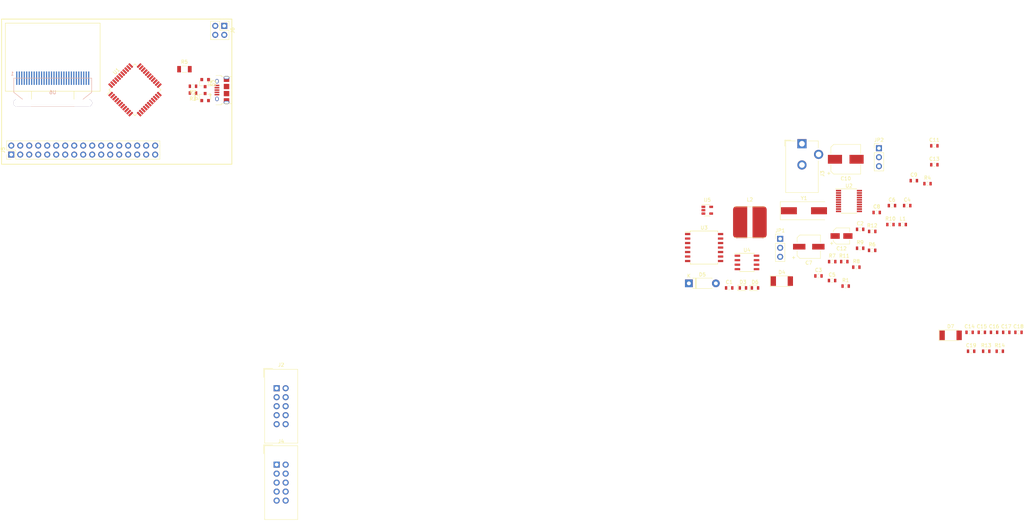
<source format=kicad_pcb>
(kicad_pcb (version 20171130) (host pcbnew "(5.0.0-rc2-dev-83-g8f42e128d)")

  (general
    (thickness 1.6)
    (drawings 4)
    (tracks 0)
    (zones 0)
    (modules 57)
    (nets 79)
  )

  (page A4)
  (layers
    (0 F.Cu signal)
    (31 B.Cu signal)
    (32 B.Adhes user hide)
    (33 F.Adhes user hide)
    (34 B.Paste user hide)
    (35 F.Paste user hide)
    (36 B.SilkS user)
    (37 F.SilkS user)
    (38 B.Mask user)
    (39 F.Mask user)
    (40 Dwgs.User user)
    (41 Cmts.User user)
    (42 Eco1.User user)
    (43 Eco2.User user)
    (44 Edge.Cuts user)
    (45 Margin user)
    (46 B.CrtYd user)
    (47 F.CrtYd user)
    (48 B.Fab user)
    (49 F.Fab user)
  )

  (setup
    (last_trace_width 0.25)
    (trace_clearance 0.2)
    (zone_clearance 0.508)
    (zone_45_only no)
    (trace_min 0.2)
    (segment_width 0.2)
    (edge_width 0.15)
    (via_size 0.8)
    (via_drill 0.4)
    (via_min_size 0.4)
    (via_min_drill 0.3)
    (uvia_size 0.3)
    (uvia_drill 0.1)
    (uvias_allowed no)
    (uvia_min_size 0.2)
    (uvia_min_drill 0.1)
    (pcb_text_width 0.3)
    (pcb_text_size 1.5 1.5)
    (mod_edge_width 0.15)
    (mod_text_size 1 1)
    (mod_text_width 0.15)
    (pad_size 1.524 1.524)
    (pad_drill 0.762)
    (pad_to_mask_clearance 0.2)
    (aux_axis_origin 0 0)
    (visible_elements FFF9FF1F)
    (pcbplotparams
      (layerselection 0x010fc_ffffffff)
      (usegerberextensions false)
      (usegerberattributes false)
      (usegerberadvancedattributes false)
      (creategerberjobfile false)
      (excludeedgelayer true)
      (linewidth 0.100000)
      (plotframeref false)
      (viasonmask false)
      (mode 1)
      (useauxorigin false)
      (hpglpennumber 1)
      (hpglpenspeed 20)
      (hpglpendiameter 15)
      (psnegative false)
      (psa4output false)
      (plotreference true)
      (plotvalue true)
      (plotinvisibletext false)
      (padsonsilk false)
      (subtractmaskfromsilk false)
      (outputformat 1)
      (mirror false)
      (drillshape 1)
      (scaleselection 1)
      (outputdirectory ""))
  )

  (net 0 "")
  (net 1 /RESET)
  (net 2 GND)
  (net 3 "Net-(C2-Pad1)")
  (net 4 "Net-(C3-Pad1)")
  (net 5 "Net-(C4-Pad1)")
  (net 6 "Net-(C5-Pad1)")
  (net 7 +5V)
  (net 8 VCC)
  (net 9 "Net-(C10-Pad1)")
  (net 10 +3V3)
  (net 11 "Net-(D1-Pad1)")
  (net 12 "Net-(D2-Pad1)")
  (net 13 "Net-(D3-Pad2)")
  (net 14 "Net-(D4-Pad2)")
  (net 15 "Net-(D5-Pad1)")
  (net 16 "Net-(D6-Pad2)")
  (net 17 "Net-(J1-Pad6)")
  (net 18 /VUSB)
  (net 19 "Net-(J1-Pad4)")
  (net 20 VBUS)
  (net 21 /CANL)
  (net 22 /CANH)
  (net 23 "Net-(J3-Pad1)")
  (net 24 /MOSI)
  (net 25 /CS_EXT)
  (net 26 /RXD)
  (net 27 /TXD)
  (net 28 /SCK)
  (net 29 "Net-(J4-Pad8)")
  (net 30 /MISO)
  (net 31 /PD3)
  (net 32 /PD4)
  (net 33 /PD5)
  (net 34 /PD6)
  (net 35 /PD7)
  (net 36 /PB3)
  (net 37 /INT_CAN)
  (net 38 /CS_CAN)
  (net 39 /PA7)
  (net 40 /PA6)
  (net 41 /PA5)
  (net 42 /SCL)
  (net 43 /SDA)
  (net 44 /PA4)
  (net 45 /PA3)
  (net 46 /PA2)
  (net 47 /PA1)
  (net 48 /PA0)
  (net 49 /USBM)
  (net 50 /USBP)
  (net 51 /CAN_CLK)
  (net 52 "Net-(R6-Pad2)")
  (net 53 "Net-(R7-Pad2)")
  (net 54 "Net-(R11-Pad1)")
  (net 55 "Net-(U2-Pad1)")
  (net 56 "Net-(U2-Pad2)")
  (net 57 "Net-(U2-Pad3)")
  (net 58 "Net-(U2-Pad6)")
  (net 59 "Net-(U2-Pad8)")
  (net 60 "Net-(U2-Pad11)")
  (net 61 "Net-(U2-Pad12)")
  (net 62 "Net-(U2-Pad15)")
  (net 63 "Net-(U4-Pad5)")
  (net 64 "Net-(U5-Pad3)")
  (net 65 "Net-(U5-Pad4)")
  (net 66 "Net-(C14-Pad1)")
  (net 67 "Net-(C15-Pad2)")
  (net 68 "Net-(C15-Pad1)")
  (net 69 "Net-(C16-Pad1)")
  (net 70 "Net-(C16-Pad2)")
  (net 71 "Net-(C17-Pad1)")
  (net 72 "Net-(C18-Pad1)")
  (net 73 "Net-(R13-Pad1)")
  (net 74 "Net-(U6-Pad7)")
  (net 75 /PC7)
  (net 76 /PC6)
  (net 77 /PC5)
  (net 78 /PC4)

  (net_class Default "This is the default net class."
    (clearance 0.2)
    (trace_width 0.25)
    (via_dia 0.8)
    (via_drill 0.4)
    (uvia_dia 0.3)
    (uvia_drill 0.1)
    (add_net +3V3)
    (add_net +5V)
    (add_net /CANH)
    (add_net /CANL)
    (add_net /CAN_CLK)
    (add_net /CS_CAN)
    (add_net /CS_EXT)
    (add_net /INT_CAN)
    (add_net /MISO)
    (add_net /MOSI)
    (add_net /PA0)
    (add_net /PA1)
    (add_net /PA2)
    (add_net /PA3)
    (add_net /PA4)
    (add_net /PA5)
    (add_net /PA6)
    (add_net /PA7)
    (add_net /PB3)
    (add_net /PC4)
    (add_net /PC5)
    (add_net /PC6)
    (add_net /PC7)
    (add_net /PD3)
    (add_net /PD4)
    (add_net /PD5)
    (add_net /PD6)
    (add_net /PD7)
    (add_net /RESET)
    (add_net /RXD)
    (add_net /SCK)
    (add_net /SCL)
    (add_net /SDA)
    (add_net /TXD)
    (add_net /USBM)
    (add_net /USBP)
    (add_net /VUSB)
    (add_net GND)
    (add_net "Net-(C10-Pad1)")
    (add_net "Net-(C14-Pad1)")
    (add_net "Net-(C15-Pad1)")
    (add_net "Net-(C15-Pad2)")
    (add_net "Net-(C16-Pad1)")
    (add_net "Net-(C16-Pad2)")
    (add_net "Net-(C17-Pad1)")
    (add_net "Net-(C18-Pad1)")
    (add_net "Net-(C2-Pad1)")
    (add_net "Net-(C3-Pad1)")
    (add_net "Net-(C4-Pad1)")
    (add_net "Net-(C5-Pad1)")
    (add_net "Net-(D1-Pad1)")
    (add_net "Net-(D2-Pad1)")
    (add_net "Net-(D3-Pad2)")
    (add_net "Net-(D4-Pad2)")
    (add_net "Net-(D5-Pad1)")
    (add_net "Net-(D6-Pad2)")
    (add_net "Net-(J1-Pad4)")
    (add_net "Net-(J1-Pad6)")
    (add_net "Net-(J3-Pad1)")
    (add_net "Net-(J4-Pad8)")
    (add_net "Net-(R11-Pad1)")
    (add_net "Net-(R13-Pad1)")
    (add_net "Net-(R6-Pad2)")
    (add_net "Net-(R7-Pad2)")
    (add_net "Net-(U2-Pad1)")
    (add_net "Net-(U2-Pad11)")
    (add_net "Net-(U2-Pad12)")
    (add_net "Net-(U2-Pad15)")
    (add_net "Net-(U2-Pad2)")
    (add_net "Net-(U2-Pad3)")
    (add_net "Net-(U2-Pad6)")
    (add_net "Net-(U2-Pad8)")
    (add_net "Net-(U4-Pad5)")
    (add_net "Net-(U5-Pad3)")
    (add_net "Net-(U5-Pad4)")
    (add_net "Net-(U6-Pad7)")
    (add_net VBUS)
    (add_net VCC)
  )

  (module Capacitor_SMD:C_0603_1608Metric (layer F.Cu) (tedit 59FE48B8) (tstamp 5AF3B549)
    (at 205.245952 75.7875)
    (descr "Capacitor SMD 0603 (1608 Metric), square (rectangular) end terminal, IPC_7351 nominal, (Body size source: http://www.tortai-tech.com/upload/download/2011102023233369053.pdf), generated with kicad-footprint-generator")
    (tags capacitor)
    (path /5AAA65FA)
    (attr smd)
    (fp_text reference C1 (at 0 -1.65) (layer F.SilkS)
      (effects (font (size 1 1) (thickness 0.15)))
    )
    (fp_text value 100n (at 0 1.65) (layer F.Fab)
      (effects (font (size 1 1) (thickness 0.15)))
    )
    (fp_text user %R (at 0 0) (layer F.Fab)
      (effects (font (size 0.5 0.5) (thickness 0.08)))
    )
    (fp_line (start 1.46 0.75) (end -1.46 0.75) (layer F.CrtYd) (width 0.05))
    (fp_line (start 1.46 -0.75) (end 1.46 0.75) (layer F.CrtYd) (width 0.05))
    (fp_line (start -1.46 -0.75) (end 1.46 -0.75) (layer F.CrtYd) (width 0.05))
    (fp_line (start -1.46 0.75) (end -1.46 -0.75) (layer F.CrtYd) (width 0.05))
    (fp_line (start -0.22 0.51) (end 0.22 0.51) (layer F.SilkS) (width 0.12))
    (fp_line (start -0.22 -0.51) (end 0.22 -0.51) (layer F.SilkS) (width 0.12))
    (fp_line (start 0.8 0.4) (end -0.8 0.4) (layer F.Fab) (width 0.1))
    (fp_line (start 0.8 -0.4) (end 0.8 0.4) (layer F.Fab) (width 0.1))
    (fp_line (start -0.8 -0.4) (end 0.8 -0.4) (layer F.Fab) (width 0.1))
    (fp_line (start -0.8 0.4) (end -0.8 -0.4) (layer F.Fab) (width 0.1))
    (pad 2 smd rect (at 0.875 0) (size 0.67 1) (layers F.Cu F.Paste F.Mask)
      (net 1 /RESET))
    (pad 1 smd rect (at -0.875 0) (size 0.67 1) (layers F.Cu F.Paste F.Mask)
      (net 2 GND))
    (model ${KISYS3DMOD}/Capacitor_SMD.3dshapes/C_0603_1608Metric.wrl
      (at (xyz 0 0 0))
      (scale (xyz 1 1 1))
      (rotate (xyz 0 0 0))
    )
  )

  (module Capacitor_SMD:C_0603_1608Metric (layer F.Cu) (tedit 59FE48B8) (tstamp 5AF3B519)
    (at 242.225001 59.2275)
    (descr "Capacitor SMD 0603 (1608 Metric), square (rectangular) end terminal, IPC_7351 nominal, (Body size source: http://www.tortai-tech.com/upload/download/2011102023233369053.pdf), generated with kicad-footprint-generator")
    (tags capacitor)
    (path /5AAA699D)
    (attr smd)
    (fp_text reference C2 (at 0 -1.65) (layer F.SilkS)
      (effects (font (size 1 1) (thickness 0.15)))
    )
    (fp_text value 22p (at 0 1.65) (layer F.Fab)
      (effects (font (size 1 1) (thickness 0.15)))
    )
    (fp_text user %R (at 0 0) (layer F.Fab)
      (effects (font (size 0.5 0.5) (thickness 0.08)))
    )
    (fp_line (start 1.46 0.75) (end -1.46 0.75) (layer F.CrtYd) (width 0.05))
    (fp_line (start 1.46 -0.75) (end 1.46 0.75) (layer F.CrtYd) (width 0.05))
    (fp_line (start -1.46 -0.75) (end 1.46 -0.75) (layer F.CrtYd) (width 0.05))
    (fp_line (start -1.46 0.75) (end -1.46 -0.75) (layer F.CrtYd) (width 0.05))
    (fp_line (start -0.22 0.51) (end 0.22 0.51) (layer F.SilkS) (width 0.12))
    (fp_line (start -0.22 -0.51) (end 0.22 -0.51) (layer F.SilkS) (width 0.12))
    (fp_line (start 0.8 0.4) (end -0.8 0.4) (layer F.Fab) (width 0.1))
    (fp_line (start 0.8 -0.4) (end 0.8 0.4) (layer F.Fab) (width 0.1))
    (fp_line (start -0.8 -0.4) (end 0.8 -0.4) (layer F.Fab) (width 0.1))
    (fp_line (start -0.8 0.4) (end -0.8 -0.4) (layer F.Fab) (width 0.1))
    (pad 2 smd rect (at 0.875 0) (size 0.67 1) (layers F.Cu F.Paste F.Mask)
      (net 2 GND))
    (pad 1 smd rect (at -0.875 0) (size 0.67 1) (layers F.Cu F.Paste F.Mask)
      (net 3 "Net-(C2-Pad1)"))
    (model ${KISYS3DMOD}/Capacitor_SMD.3dshapes/C_0603_1608Metric.wrl
      (at (xyz 0 0 0))
      (scale (xyz 1 1 1))
      (rotate (xyz 0 0 0))
    )
  )

  (module Capacitor_SMD:C_0603_1608Metric (layer F.Cu) (tedit 59FE48B8) (tstamp 5AF3B4E9)
    (at 230.455001 72.3975)
    (descr "Capacitor SMD 0603 (1608 Metric), square (rectangular) end terminal, IPC_7351 nominal, (Body size source: http://www.tortai-tech.com/upload/download/2011102023233369053.pdf), generated with kicad-footprint-generator")
    (tags capacitor)
    (path /5AAA6853)
    (attr smd)
    (fp_text reference C3 (at 0 -1.65) (layer F.SilkS)
      (effects (font (size 1 1) (thickness 0.15)))
    )
    (fp_text value 22p (at 0 1.65) (layer F.Fab)
      (effects (font (size 1 1) (thickness 0.15)))
    )
    (fp_line (start -0.8 0.4) (end -0.8 -0.4) (layer F.Fab) (width 0.1))
    (fp_line (start -0.8 -0.4) (end 0.8 -0.4) (layer F.Fab) (width 0.1))
    (fp_line (start 0.8 -0.4) (end 0.8 0.4) (layer F.Fab) (width 0.1))
    (fp_line (start 0.8 0.4) (end -0.8 0.4) (layer F.Fab) (width 0.1))
    (fp_line (start -0.22 -0.51) (end 0.22 -0.51) (layer F.SilkS) (width 0.12))
    (fp_line (start -0.22 0.51) (end 0.22 0.51) (layer F.SilkS) (width 0.12))
    (fp_line (start -1.46 0.75) (end -1.46 -0.75) (layer F.CrtYd) (width 0.05))
    (fp_line (start -1.46 -0.75) (end 1.46 -0.75) (layer F.CrtYd) (width 0.05))
    (fp_line (start 1.46 -0.75) (end 1.46 0.75) (layer F.CrtYd) (width 0.05))
    (fp_line (start 1.46 0.75) (end -1.46 0.75) (layer F.CrtYd) (width 0.05))
    (fp_text user %R (at 0 0) (layer F.Fab)
      (effects (font (size 0.5 0.5) (thickness 0.08)))
    )
    (pad 1 smd rect (at -0.875 0) (size 0.67 1) (layers F.Cu F.Paste F.Mask)
      (net 4 "Net-(C3-Pad1)"))
    (pad 2 smd rect (at 0.875 0) (size 0.67 1) (layers F.Cu F.Paste F.Mask)
      (net 2 GND))
    (model ${KISYS3DMOD}/Capacitor_SMD.3dshapes/C_0603_1608Metric.wrl
      (at (xyz 0 0 0))
      (scale (xyz 1 1 1))
      (rotate (xyz 0 0 0))
    )
  )

  (module Capacitor_SMD:C_0603_1608Metric (layer F.Cu) (tedit 59FE48B8) (tstamp 5AF3B32D)
    (at 255.515952 52.5275)
    (descr "Capacitor SMD 0603 (1608 Metric), square (rectangular) end terminal, IPC_7351 nominal, (Body size source: http://www.tortai-tech.com/upload/download/2011102023233369053.pdf), generated with kicad-footprint-generator")
    (tags capacitor)
    (path /5AAA652A)
    (attr smd)
    (fp_text reference C4 (at 0 -1.65) (layer F.SilkS)
      (effects (font (size 1 1) (thickness 0.15)))
    )
    (fp_text value 100n (at 0 1.65) (layer F.Fab)
      (effects (font (size 1 1) (thickness 0.15)))
    )
    (fp_line (start -0.8 0.4) (end -0.8 -0.4) (layer F.Fab) (width 0.1))
    (fp_line (start -0.8 -0.4) (end 0.8 -0.4) (layer F.Fab) (width 0.1))
    (fp_line (start 0.8 -0.4) (end 0.8 0.4) (layer F.Fab) (width 0.1))
    (fp_line (start 0.8 0.4) (end -0.8 0.4) (layer F.Fab) (width 0.1))
    (fp_line (start -0.22 -0.51) (end 0.22 -0.51) (layer F.SilkS) (width 0.12))
    (fp_line (start -0.22 0.51) (end 0.22 0.51) (layer F.SilkS) (width 0.12))
    (fp_line (start -1.46 0.75) (end -1.46 -0.75) (layer F.CrtYd) (width 0.05))
    (fp_line (start -1.46 -0.75) (end 1.46 -0.75) (layer F.CrtYd) (width 0.05))
    (fp_line (start 1.46 -0.75) (end 1.46 0.75) (layer F.CrtYd) (width 0.05))
    (fp_line (start 1.46 0.75) (end -1.46 0.75) (layer F.CrtYd) (width 0.05))
    (fp_text user %R (at 0 0) (layer F.Fab)
      (effects (font (size 0.5 0.5) (thickness 0.08)))
    )
    (pad 1 smd rect (at -0.875 0) (size 0.67 1) (layers F.Cu F.Paste F.Mask)
      (net 5 "Net-(C4-Pad1)"))
    (pad 2 smd rect (at 0.875 0) (size 0.67 1) (layers F.Cu F.Paste F.Mask)
      (net 2 GND))
    (model ${KISYS3DMOD}/Capacitor_SMD.3dshapes/C_0603_1608Metric.wrl
      (at (xyz 0 0 0))
      (scale (xyz 1 1 1))
      (rotate (xyz 0 0 0))
    )
  )

  (module Capacitor_SMD:C_0603_1608Metric (layer F.Cu) (tedit 59FE48B8) (tstamp 5AF3B408)
    (at 234.295952 73.7075)
    (descr "Capacitor SMD 0603 (1608 Metric), square (rectangular) end terminal, IPC_7351 nominal, (Body size source: http://www.tortai-tech.com/upload/download/2011102023233369053.pdf), generated with kicad-footprint-generator")
    (tags capacitor)
    (path /5AAA66E4)
    (attr smd)
    (fp_text reference C5 (at 0 -1.65) (layer F.SilkS)
      (effects (font (size 1 1) (thickness 0.15)))
    )
    (fp_text value 100n (at 0 1.65) (layer F.Fab)
      (effects (font (size 1 1) (thickness 0.15)))
    )
    (fp_line (start -0.8 0.4) (end -0.8 -0.4) (layer F.Fab) (width 0.1))
    (fp_line (start -0.8 -0.4) (end 0.8 -0.4) (layer F.Fab) (width 0.1))
    (fp_line (start 0.8 -0.4) (end 0.8 0.4) (layer F.Fab) (width 0.1))
    (fp_line (start 0.8 0.4) (end -0.8 0.4) (layer F.Fab) (width 0.1))
    (fp_line (start -0.22 -0.51) (end 0.22 -0.51) (layer F.SilkS) (width 0.12))
    (fp_line (start -0.22 0.51) (end 0.22 0.51) (layer F.SilkS) (width 0.12))
    (fp_line (start -1.46 0.75) (end -1.46 -0.75) (layer F.CrtYd) (width 0.05))
    (fp_line (start -1.46 -0.75) (end 1.46 -0.75) (layer F.CrtYd) (width 0.05))
    (fp_line (start 1.46 -0.75) (end 1.46 0.75) (layer F.CrtYd) (width 0.05))
    (fp_line (start 1.46 0.75) (end -1.46 0.75) (layer F.CrtYd) (width 0.05))
    (fp_text user %R (at 0 0) (layer F.Fab)
      (effects (font (size 0.5 0.5) (thickness 0.08)))
    )
    (pad 1 smd rect (at -0.875 0) (size 0.67 1) (layers F.Cu F.Paste F.Mask)
      (net 6 "Net-(C5-Pad1)"))
    (pad 2 smd rect (at 0.875 0) (size 0.67 1) (layers F.Cu F.Paste F.Mask)
      (net 2 GND))
    (model ${KISYS3DMOD}/Capacitor_SMD.3dshapes/C_0603_1608Metric.wrl
      (at (xyz 0 0 0))
      (scale (xyz 1 1 1))
      (rotate (xyz 0 0 0))
    )
  )

  (module Capacitor_SMD:C_0603_1608Metric (layer F.Cu) (tedit 59FE48B8) (tstamp 5AF3B579)
    (at 251.205952 52.5275)
    (descr "Capacitor SMD 0603 (1608 Metric), square (rectangular) end terminal, IPC_7351 nominal, (Body size source: http://www.tortai-tech.com/upload/download/2011102023233369053.pdf), generated with kicad-footprint-generator")
    (tags capacitor)
    (path /5AAA67DE)
    (attr smd)
    (fp_text reference C6 (at 0 -1.65) (layer F.SilkS)
      (effects (font (size 1 1) (thickness 0.15)))
    )
    (fp_text value 100n (at 0 1.65) (layer F.Fab)
      (effects (font (size 1 1) (thickness 0.15)))
    )
    (fp_text user %R (at 0 0) (layer F.Fab)
      (effects (font (size 0.5 0.5) (thickness 0.08)))
    )
    (fp_line (start 1.46 0.75) (end -1.46 0.75) (layer F.CrtYd) (width 0.05))
    (fp_line (start 1.46 -0.75) (end 1.46 0.75) (layer F.CrtYd) (width 0.05))
    (fp_line (start -1.46 -0.75) (end 1.46 -0.75) (layer F.CrtYd) (width 0.05))
    (fp_line (start -1.46 0.75) (end -1.46 -0.75) (layer F.CrtYd) (width 0.05))
    (fp_line (start -0.22 0.51) (end 0.22 0.51) (layer F.SilkS) (width 0.12))
    (fp_line (start -0.22 -0.51) (end 0.22 -0.51) (layer F.SilkS) (width 0.12))
    (fp_line (start 0.8 0.4) (end -0.8 0.4) (layer F.Fab) (width 0.1))
    (fp_line (start 0.8 -0.4) (end 0.8 0.4) (layer F.Fab) (width 0.1))
    (fp_line (start -0.8 -0.4) (end 0.8 -0.4) (layer F.Fab) (width 0.1))
    (fp_line (start -0.8 0.4) (end -0.8 -0.4) (layer F.Fab) (width 0.1))
    (pad 2 smd rect (at 0.875 0) (size 0.67 1) (layers F.Cu F.Paste F.Mask)
      (net 2 GND))
    (pad 1 smd rect (at -0.875 0) (size 0.67 1) (layers F.Cu F.Paste F.Mask)
      (net 7 +5V))
    (model ${KISYS3DMOD}/Capacitor_SMD.3dshapes/C_0603_1608Metric.wrl
      (at (xyz 0 0 0))
      (scale (xyz 1 1 1))
      (rotate (xyz 0 0 0))
    )
  )

  (module Capacitor_SMD:CP_Elec_6.3x5.7 (layer F.Cu) (tedit 58AA8B43) (tstamp 5AF3B473)
    (at 227.725001 64.1375)
    (descr "SMT capacitor, aluminium electrolytic, 6.3x5.7")
    (path /5AF4857E)
    (attr smd)
    (fp_text reference C7 (at 0 4.56) (layer F.SilkS)
      (effects (font (size 1 1) (thickness 0.15)))
    )
    (fp_text value 220µ/35V (at 0 -4.56) (layer F.Fab)
      (effects (font (size 1 1) (thickness 0.15)))
    )
    (fp_circle (center 0 0) (end 0.6 3) (layer F.Fab) (width 0.1))
    (fp_text user + (at -1.79 -0.06) (layer F.Fab)
      (effects (font (size 1 1) (thickness 0.15)))
    )
    (fp_text user + (at -4.28 3.01) (layer F.SilkS)
      (effects (font (size 1 1) (thickness 0.15)))
    )
    (fp_text user %R (at 0 4.56) (layer F.Fab)
      (effects (font (size 1 1) (thickness 0.15)))
    )
    (fp_line (start 3.15 3.15) (end 3.15 -3.15) (layer F.Fab) (width 0.1))
    (fp_line (start -2.48 3.15) (end 3.15 3.15) (layer F.Fab) (width 0.1))
    (fp_line (start -3.15 2.48) (end -2.48 3.15) (layer F.Fab) (width 0.1))
    (fp_line (start -3.15 -2.48) (end -3.15 2.48) (layer F.Fab) (width 0.1))
    (fp_line (start -2.48 -3.15) (end -3.15 -2.48) (layer F.Fab) (width 0.1))
    (fp_line (start 3.15 -3.15) (end -2.48 -3.15) (layer F.Fab) (width 0.1))
    (fp_line (start 3.3 -3.3) (end 3.3 -1.12) (layer F.SilkS) (width 0.12))
    (fp_line (start 3.3 3.3) (end 3.3 1.12) (layer F.SilkS) (width 0.12))
    (fp_line (start -3.3 2.54) (end -3.3 1.12) (layer F.SilkS) (width 0.12))
    (fp_line (start -3.3 -2.54) (end -3.3 -1.12) (layer F.SilkS) (width 0.12))
    (fp_line (start 3.3 3.3) (end -2.54 3.3) (layer F.SilkS) (width 0.12))
    (fp_line (start -2.54 3.3) (end -3.3 2.54) (layer F.SilkS) (width 0.12))
    (fp_line (start -3.3 -2.54) (end -2.54 -3.3) (layer F.SilkS) (width 0.12))
    (fp_line (start -2.54 -3.3) (end 3.3 -3.3) (layer F.SilkS) (width 0.12))
    (fp_line (start -4.7 -3.4) (end 4.7 -3.4) (layer F.CrtYd) (width 0.05))
    (fp_line (start -4.7 -3.4) (end -4.7 3.4) (layer F.CrtYd) (width 0.05))
    (fp_line (start 4.7 3.4) (end 4.7 -3.4) (layer F.CrtYd) (width 0.05))
    (fp_line (start 4.7 3.4) (end -4.7 3.4) (layer F.CrtYd) (width 0.05))
    (pad 1 smd rect (at -2.7 0 180) (size 3.5 1.6) (layers F.Cu F.Paste F.Mask)
      (net 8 VCC))
    (pad 2 smd rect (at 2.7 0 180) (size 3.5 1.6) (layers F.Cu F.Paste F.Mask)
      (net 2 GND))
    (model ${KISYS3DMOD}/Capacitor_SMD.3dshapes/CP_Elec_6.3x5.7.wrl
      (at (xyz 0 0 0))
      (scale (xyz 1 1 1))
      (rotate (xyz 0 0 0))
    )
  )

  (module Capacitor_SMD:C_0603_1608Metric (layer F.Cu) (tedit 59FE48B8) (tstamp 5AF3B5A9)
    (at 246.895952 54.4675)
    (descr "Capacitor SMD 0603 (1608 Metric), square (rectangular) end terminal, IPC_7351 nominal, (Body size source: http://www.tortai-tech.com/upload/download/2011102023233369053.pdf), generated with kicad-footprint-generator")
    (tags capacitor)
    (path /5AAD60DD)
    (attr smd)
    (fp_text reference C8 (at 0 -1.65) (layer F.SilkS)
      (effects (font (size 1 1) (thickness 0.15)))
    )
    (fp_text value 100n (at 0 1.65) (layer F.Fab)
      (effects (font (size 1 1) (thickness 0.15)))
    )
    (fp_text user %R (at 0 0) (layer F.Fab)
      (effects (font (size 0.5 0.5) (thickness 0.08)))
    )
    (fp_line (start 1.46 0.75) (end -1.46 0.75) (layer F.CrtYd) (width 0.05))
    (fp_line (start 1.46 -0.75) (end 1.46 0.75) (layer F.CrtYd) (width 0.05))
    (fp_line (start -1.46 -0.75) (end 1.46 -0.75) (layer F.CrtYd) (width 0.05))
    (fp_line (start -1.46 0.75) (end -1.46 -0.75) (layer F.CrtYd) (width 0.05))
    (fp_line (start -0.22 0.51) (end 0.22 0.51) (layer F.SilkS) (width 0.12))
    (fp_line (start -0.22 -0.51) (end 0.22 -0.51) (layer F.SilkS) (width 0.12))
    (fp_line (start 0.8 0.4) (end -0.8 0.4) (layer F.Fab) (width 0.1))
    (fp_line (start 0.8 -0.4) (end 0.8 0.4) (layer F.Fab) (width 0.1))
    (fp_line (start -0.8 -0.4) (end 0.8 -0.4) (layer F.Fab) (width 0.1))
    (fp_line (start -0.8 0.4) (end -0.8 -0.4) (layer F.Fab) (width 0.1))
    (pad 2 smd rect (at 0.875 0) (size 0.67 1) (layers F.Cu F.Paste F.Mask)
      (net 2 GND))
    (pad 1 smd rect (at -0.875 0) (size 0.67 1) (layers F.Cu F.Paste F.Mask)
      (net 7 +5V))
    (model ${KISYS3DMOD}/Capacitor_SMD.3dshapes/C_0603_1608Metric.wrl
      (at (xyz 0 0 0))
      (scale (xyz 1 1 1))
      (rotate (xyz 0 0 0))
    )
  )

  (module Capacitor_SMD:C_0603_1608Metric (layer F.Cu) (tedit 59FE48B8) (tstamp 5AF3B4B9)
    (at 257.385952 45.4775)
    (descr "Capacitor SMD 0603 (1608 Metric), square (rectangular) end terminal, IPC_7351 nominal, (Body size source: http://www.tortai-tech.com/upload/download/2011102023233369053.pdf), generated with kicad-footprint-generator")
    (tags capacitor)
    (path /5AAE5114)
    (attr smd)
    (fp_text reference C9 (at 0 -1.65) (layer F.SilkS)
      (effects (font (size 1 1) (thickness 0.15)))
    )
    (fp_text value 100n (at 0 1.65) (layer F.Fab)
      (effects (font (size 1 1) (thickness 0.15)))
    )
    (fp_line (start -0.8 0.4) (end -0.8 -0.4) (layer F.Fab) (width 0.1))
    (fp_line (start -0.8 -0.4) (end 0.8 -0.4) (layer F.Fab) (width 0.1))
    (fp_line (start 0.8 -0.4) (end 0.8 0.4) (layer F.Fab) (width 0.1))
    (fp_line (start 0.8 0.4) (end -0.8 0.4) (layer F.Fab) (width 0.1))
    (fp_line (start -0.22 -0.51) (end 0.22 -0.51) (layer F.SilkS) (width 0.12))
    (fp_line (start -0.22 0.51) (end 0.22 0.51) (layer F.SilkS) (width 0.12))
    (fp_line (start -1.46 0.75) (end -1.46 -0.75) (layer F.CrtYd) (width 0.05))
    (fp_line (start -1.46 -0.75) (end 1.46 -0.75) (layer F.CrtYd) (width 0.05))
    (fp_line (start 1.46 -0.75) (end 1.46 0.75) (layer F.CrtYd) (width 0.05))
    (fp_line (start 1.46 0.75) (end -1.46 0.75) (layer F.CrtYd) (width 0.05))
    (fp_text user %R (at 0 0) (layer F.Fab)
      (effects (font (size 0.5 0.5) (thickness 0.08)))
    )
    (pad 1 smd rect (at -0.875 0) (size 0.67 1) (layers F.Cu F.Paste F.Mask)
      (net 2 GND))
    (pad 2 smd rect (at 0.875 0) (size 0.67 1) (layers F.Cu F.Paste F.Mask)
      (net 7 +5V))
    (model ${KISYS3DMOD}/Capacitor_SMD.3dshapes/C_0603_1608Metric.wrl
      (at (xyz 0 0 0))
      (scale (xyz 1 1 1))
      (rotate (xyz 0 0 0))
    )
  )

  (module Capacitor_SMD:CP_Elec_8x10.5 (layer F.Cu) (tedit 58AA8BC3) (tstamp 5AF3AFC9)
    (at 238.165001 39.4275)
    (descr "SMT capacitor, aluminium electrolytic, 8x10.5")
    (path /5B0ACC96)
    (attr smd)
    (fp_text reference C10 (at 0 5.45) (layer F.SilkS)
      (effects (font (size 1 1) (thickness 0.15)))
    )
    (fp_text value 470µ/10V (at 0 -5.45) (layer F.Fab)
      (effects (font (size 1 1) (thickness 0.15)))
    )
    (fp_circle (center 0 0) (end 1.3 3.7) (layer F.Fab) (width 0.1))
    (fp_text user + (at -2.27 -0.08) (layer F.Fab)
      (effects (font (size 1 1) (thickness 0.15)))
    )
    (fp_text user + (at -4.78 3.91) (layer F.SilkS)
      (effects (font (size 1 1) (thickness 0.15)))
    )
    (fp_text user %R (at 0 5.45) (layer F.Fab)
      (effects (font (size 1 1) (thickness 0.15)))
    )
    (fp_line (start 4.04 4.04) (end 4.04 -4.04) (layer F.Fab) (width 0.1))
    (fp_line (start -3.37 4.04) (end 4.04 4.04) (layer F.Fab) (width 0.1))
    (fp_line (start -4.04 3.37) (end -3.37 4.04) (layer F.Fab) (width 0.1))
    (fp_line (start -4.04 -3.37) (end -4.04 3.37) (layer F.Fab) (width 0.1))
    (fp_line (start -3.37 -4.04) (end -4.04 -3.37) (layer F.Fab) (width 0.1))
    (fp_line (start 4.04 -4.04) (end -3.37 -4.04) (layer F.Fab) (width 0.1))
    (fp_line (start -4.19 3.43) (end -4.19 1.51) (layer F.SilkS) (width 0.12))
    (fp_line (start -4.19 -3.43) (end -4.19 -1.51) (layer F.SilkS) (width 0.12))
    (fp_line (start 4.19 4.19) (end 4.19 1.51) (layer F.SilkS) (width 0.12))
    (fp_line (start 4.19 -4.19) (end 4.19 -1.51) (layer F.SilkS) (width 0.12))
    (fp_line (start 4.19 4.19) (end -3.43 4.19) (layer F.SilkS) (width 0.12))
    (fp_line (start -3.43 4.19) (end -4.19 3.43) (layer F.SilkS) (width 0.12))
    (fp_line (start -4.19 -3.43) (end -3.43 -4.19) (layer F.SilkS) (width 0.12))
    (fp_line (start -3.43 -4.19) (end 4.19 -4.19) (layer F.SilkS) (width 0.12))
    (fp_line (start -5.3 -4.29) (end 5.3 -4.29) (layer F.CrtYd) (width 0.05))
    (fp_line (start -5.3 -4.29) (end -5.3 4.29) (layer F.CrtYd) (width 0.05))
    (fp_line (start 5.3 4.29) (end 5.3 -4.29) (layer F.CrtYd) (width 0.05))
    (fp_line (start 5.3 4.29) (end -5.3 4.29) (layer F.CrtYd) (width 0.05))
    (pad 1 smd rect (at -3.05 0 180) (size 4 2.5) (layers F.Cu F.Paste F.Mask)
      (net 9 "Net-(C10-Pad1)"))
    (pad 2 smd rect (at 3.05 0 180) (size 4 2.5) (layers F.Cu F.Paste F.Mask)
      (net 2 GND))
    (model ${KISYS3DMOD}/Capacitor_SMD.3dshapes/CP_Elec_8x10.5.wrl
      (at (xyz 0 0 0))
      (scale (xyz 1 1 1))
      (rotate (xyz 0 0 0))
    )
  )

  (module Capacitor_SMD:C_0603_1608Metric (layer F.Cu) (tedit 59FE48B8) (tstamp 5AF3B35D)
    (at 263.177381 35.6275)
    (descr "Capacitor SMD 0603 (1608 Metric), square (rectangular) end terminal, IPC_7351 nominal, (Body size source: http://www.tortai-tech.com/upload/download/2011102023233369053.pdf), generated with kicad-footprint-generator")
    (tags capacitor)
    (path /5B35A3AF)
    (attr smd)
    (fp_text reference C11 (at 0 -1.65) (layer F.SilkS)
      (effects (font (size 1 1) (thickness 0.15)))
    )
    (fp_text value 1µ (at 0 1.65) (layer F.Fab)
      (effects (font (size 1 1) (thickness 0.15)))
    )
    (fp_text user %R (at 0 0) (layer F.Fab)
      (effects (font (size 0.5 0.5) (thickness 0.08)))
    )
    (fp_line (start 1.46 0.75) (end -1.46 0.75) (layer F.CrtYd) (width 0.05))
    (fp_line (start 1.46 -0.75) (end 1.46 0.75) (layer F.CrtYd) (width 0.05))
    (fp_line (start -1.46 -0.75) (end 1.46 -0.75) (layer F.CrtYd) (width 0.05))
    (fp_line (start -1.46 0.75) (end -1.46 -0.75) (layer F.CrtYd) (width 0.05))
    (fp_line (start -0.22 0.51) (end 0.22 0.51) (layer F.SilkS) (width 0.12))
    (fp_line (start -0.22 -0.51) (end 0.22 -0.51) (layer F.SilkS) (width 0.12))
    (fp_line (start 0.8 0.4) (end -0.8 0.4) (layer F.Fab) (width 0.1))
    (fp_line (start 0.8 -0.4) (end 0.8 0.4) (layer F.Fab) (width 0.1))
    (fp_line (start -0.8 -0.4) (end 0.8 -0.4) (layer F.Fab) (width 0.1))
    (fp_line (start -0.8 0.4) (end -0.8 -0.4) (layer F.Fab) (width 0.1))
    (pad 2 smd rect (at 0.875 0) (size 0.67 1) (layers F.Cu F.Paste F.Mask)
      (net 2 GND))
    (pad 1 smd rect (at -0.875 0) (size 0.67 1) (layers F.Cu F.Paste F.Mask)
      (net 7 +5V))
    (model ${KISYS3DMOD}/Capacitor_SMD.3dshapes/C_0603_1608Metric.wrl
      (at (xyz 0 0 0))
      (scale (xyz 1 1 1))
      (rotate (xyz 0 0 0))
    )
  )

  (module Capacitor_SMD:CP_Elec_4x5.7 (layer F.Cu) (tedit 58AA8612) (tstamp 5AF3B0C5)
    (at 236.965001 61.1175)
    (descr "SMT capacitor, aluminium electrolytic, 4x5.7")
    (path /5B0F0115)
    (attr smd)
    (fp_text reference C12 (at 0 3.54) (layer F.SilkS)
      (effects (font (size 1 1) (thickness 0.15)))
    )
    (fp_text value 22µ (at 0 -3.54) (layer F.Fab)
      (effects (font (size 1 1) (thickness 0.15)))
    )
    (fp_circle (center 0 0) (end 0.3 2.1) (layer F.Fab) (width 0.1))
    (fp_text user + (at -1.1 -0.08) (layer F.Fab)
      (effects (font (size 1 1) (thickness 0.15)))
    )
    (fp_text user + (at -2.77 2.01) (layer F.SilkS)
      (effects (font (size 1 1) (thickness 0.15)))
    )
    (fp_text user %R (at 0 3.54) (layer F.Fab)
      (effects (font (size 1 1) (thickness 0.15)))
    )
    (fp_line (start 2.13 2.13) (end 2.13 -2.13) (layer F.Fab) (width 0.1))
    (fp_line (start -1.46 2.13) (end 2.13 2.13) (layer F.Fab) (width 0.1))
    (fp_line (start -2.13 1.46) (end -1.46 2.13) (layer F.Fab) (width 0.1))
    (fp_line (start -2.13 -1.46) (end -2.13 1.46) (layer F.Fab) (width 0.1))
    (fp_line (start -1.46 -2.13) (end -2.13 -1.46) (layer F.Fab) (width 0.1))
    (fp_line (start 2.13 -2.13) (end -1.46 -2.13) (layer F.Fab) (width 0.1))
    (fp_line (start 2.29 2.29) (end 2.29 1.12) (layer F.SilkS) (width 0.12))
    (fp_line (start 2.29 -2.29) (end 2.29 -1.12) (layer F.SilkS) (width 0.12))
    (fp_line (start -2.29 -1.52) (end -2.29 -1.12) (layer F.SilkS) (width 0.12))
    (fp_line (start -2.29 1.52) (end -2.29 1.12) (layer F.SilkS) (width 0.12))
    (fp_line (start -1.52 2.29) (end 2.29 2.29) (layer F.SilkS) (width 0.12))
    (fp_line (start -1.52 2.29) (end -2.29 1.52) (layer F.SilkS) (width 0.12))
    (fp_line (start -1.52 -2.29) (end 2.29 -2.29) (layer F.SilkS) (width 0.12))
    (fp_line (start -1.52 -2.29) (end -2.29 -1.52) (layer F.SilkS) (width 0.12))
    (fp_line (start -3.35 -2.39) (end 3.35 -2.39) (layer F.CrtYd) (width 0.05))
    (fp_line (start -3.35 -2.39) (end -3.35 2.38) (layer F.CrtYd) (width 0.05))
    (fp_line (start 3.35 2.38) (end 3.35 -2.39) (layer F.CrtYd) (width 0.05))
    (fp_line (start 3.35 2.38) (end -3.35 2.38) (layer F.CrtYd) (width 0.05))
    (pad 1 smd rect (at -1.8 0 180) (size 2.6 1.6) (layers F.Cu F.Paste F.Mask)
      (net 7 +5V))
    (pad 2 smd rect (at 1.8 0 180) (size 2.6 1.6) (layers F.Cu F.Paste F.Mask)
      (net 2 GND))
    (model ${KISYS3DMOD}/Capacitor_SMD.3dshapes/CP_Elec_4x5.7.wrl
      (at (xyz 0 0 0))
      (scale (xyz 1 1 1))
      (rotate (xyz 0 0 0))
    )
  )

  (module Capacitor_SMD:C_0603_1608Metric (layer F.Cu) (tedit 59FE48B8) (tstamp 5AF3B438)
    (at 263.177381 40.9775)
    (descr "Capacitor SMD 0603 (1608 Metric), square (rectangular) end terminal, IPC_7351 nominal, (Body size source: http://www.tortai-tech.com/upload/download/2011102023233369053.pdf), generated with kicad-footprint-generator")
    (tags capacitor)
    (path /5B36D7D8)
    (attr smd)
    (fp_text reference C13 (at 0 -1.65) (layer F.SilkS)
      (effects (font (size 1 1) (thickness 0.15)))
    )
    (fp_text value 1µ (at 0 1.65) (layer F.Fab)
      (effects (font (size 1 1) (thickness 0.15)))
    )
    (fp_line (start -0.8 0.4) (end -0.8 -0.4) (layer F.Fab) (width 0.1))
    (fp_line (start -0.8 -0.4) (end 0.8 -0.4) (layer F.Fab) (width 0.1))
    (fp_line (start 0.8 -0.4) (end 0.8 0.4) (layer F.Fab) (width 0.1))
    (fp_line (start 0.8 0.4) (end -0.8 0.4) (layer F.Fab) (width 0.1))
    (fp_line (start -0.22 -0.51) (end 0.22 -0.51) (layer F.SilkS) (width 0.12))
    (fp_line (start -0.22 0.51) (end 0.22 0.51) (layer F.SilkS) (width 0.12))
    (fp_line (start -1.46 0.75) (end -1.46 -0.75) (layer F.CrtYd) (width 0.05))
    (fp_line (start -1.46 -0.75) (end 1.46 -0.75) (layer F.CrtYd) (width 0.05))
    (fp_line (start 1.46 -0.75) (end 1.46 0.75) (layer F.CrtYd) (width 0.05))
    (fp_line (start 1.46 0.75) (end -1.46 0.75) (layer F.CrtYd) (width 0.05))
    (fp_text user %R (at 0 0) (layer F.Fab)
      (effects (font (size 0.5 0.5) (thickness 0.08)))
    )
    (pad 1 smd rect (at -0.875 0) (size 0.67 1) (layers F.Cu F.Paste F.Mask)
      (net 10 +3V3))
    (pad 2 smd rect (at 0.875 0) (size 0.67 1) (layers F.Cu F.Paste F.Mask)
      (net 2 GND))
    (model ${KISYS3DMOD}/Capacitor_SMD.3dshapes/C_0603_1608Metric.wrl
      (at (xyz 0 0 0))
      (scale (xyz 1 1 1))
      (rotate (xyz 0 0 0))
    )
  )

  (module Diode_SMD:D_SOT-23_ANK (layer F.Cu) (tedit 587CCEF9) (tstamp 5AF94570)
    (at 57.277 21.844 90)
    (descr "SOT-23, Single Diode")
    (tags SOT-23)
    (path /5AD3E13A)
    (attr smd)
    (fp_text reference D1 (at 0 -2.5 90) (layer F.SilkS)
      (effects (font (size 1 1) (thickness 0.15)))
    )
    (fp_text value 3V6 (at 0 2.5 90) (layer F.Fab)
      (effects (font (size 1 1) (thickness 0.15)))
    )
    (fp_text user %R (at 0 -2.5 90) (layer F.Fab)
      (effects (font (size 1 1) (thickness 0.15)))
    )
    (fp_line (start -0.15 -0.45) (end -0.4 -0.45) (layer F.Fab) (width 0.1))
    (fp_line (start -0.15 -0.25) (end 0.15 -0.45) (layer F.Fab) (width 0.1))
    (fp_line (start -0.15 -0.65) (end -0.15 -0.25) (layer F.Fab) (width 0.1))
    (fp_line (start 0.15 -0.45) (end -0.15 -0.65) (layer F.Fab) (width 0.1))
    (fp_line (start 0.15 -0.45) (end 0.4 -0.45) (layer F.Fab) (width 0.1))
    (fp_line (start 0.15 -0.65) (end 0.15 -0.25) (layer F.Fab) (width 0.1))
    (fp_line (start 0.76 1.58) (end 0.76 0.65) (layer F.SilkS) (width 0.12))
    (fp_line (start 0.76 -1.58) (end 0.76 -0.65) (layer F.SilkS) (width 0.12))
    (fp_line (start 0.7 -1.52) (end 0.7 1.52) (layer F.Fab) (width 0.1))
    (fp_line (start -0.7 1.52) (end 0.7 1.52) (layer F.Fab) (width 0.1))
    (fp_line (start -1.7 -1.75) (end 1.7 -1.75) (layer F.CrtYd) (width 0.05))
    (fp_line (start 1.7 -1.75) (end 1.7 1.75) (layer F.CrtYd) (width 0.05))
    (fp_line (start 1.7 1.75) (end -1.7 1.75) (layer F.CrtYd) (width 0.05))
    (fp_line (start -1.7 1.75) (end -1.7 -1.75) (layer F.CrtYd) (width 0.05))
    (fp_line (start 0.76 -1.58) (end -1.4 -1.58) (layer F.SilkS) (width 0.12))
    (fp_line (start -0.7 -1.52) (end 0.7 -1.52) (layer F.Fab) (width 0.1))
    (fp_line (start -0.7 -1.52) (end -0.7 1.52) (layer F.Fab) (width 0.1))
    (fp_line (start 0.76 1.58) (end -0.7 1.58) (layer F.SilkS) (width 0.12))
    (pad 2 smd rect (at -1 -0.95 90) (size 0.9 0.8) (layers F.Cu F.Paste F.Mask)
      (net 2 GND))
    (pad "" smd rect (at -1 0.95 90) (size 0.9 0.8) (layers F.Cu F.Paste F.Mask))
    (pad 1 smd rect (at 1 0 90) (size 0.9 0.8) (layers F.Cu F.Paste F.Mask)
      (net 11 "Net-(D1-Pad1)"))
    (model ${KISYS3DMOD}/Diode_SMD.3dshapes/D_SOT-23.wrl
      (at (xyz 0 0 0))
      (scale (xyz 1 1 1))
      (rotate (xyz 0 0 0))
    )
  )

  (module Diode_SMD:D_SOT-23_ANK (layer F.Cu) (tedit 587CCEF9) (tstamp 5AF3B396)
    (at 57.277 17.907 270)
    (descr "SOT-23, Single Diode")
    (tags SOT-23)
    (path /5AD3E263)
    (attr smd)
    (fp_text reference D2 (at 0 -2.5 270) (layer F.SilkS)
      (effects (font (size 1 1) (thickness 0.15)))
    )
    (fp_text value 3V6 (at 0 2.5 270) (layer F.Fab)
      (effects (font (size 1 1) (thickness 0.15)))
    )
    (fp_line (start 0.76 1.58) (end -0.7 1.58) (layer F.SilkS) (width 0.12))
    (fp_line (start -0.7 -1.52) (end -0.7 1.52) (layer F.Fab) (width 0.1))
    (fp_line (start -0.7 -1.52) (end 0.7 -1.52) (layer F.Fab) (width 0.1))
    (fp_line (start 0.76 -1.58) (end -1.4 -1.58) (layer F.SilkS) (width 0.12))
    (fp_line (start -1.7 1.75) (end -1.7 -1.75) (layer F.CrtYd) (width 0.05))
    (fp_line (start 1.7 1.75) (end -1.7 1.75) (layer F.CrtYd) (width 0.05))
    (fp_line (start 1.7 -1.75) (end 1.7 1.75) (layer F.CrtYd) (width 0.05))
    (fp_line (start -1.7 -1.75) (end 1.7 -1.75) (layer F.CrtYd) (width 0.05))
    (fp_line (start -0.7 1.52) (end 0.7 1.52) (layer F.Fab) (width 0.1))
    (fp_line (start 0.7 -1.52) (end 0.7 1.52) (layer F.Fab) (width 0.1))
    (fp_line (start 0.76 -1.58) (end 0.76 -0.65) (layer F.SilkS) (width 0.12))
    (fp_line (start 0.76 1.58) (end 0.76 0.65) (layer F.SilkS) (width 0.12))
    (fp_line (start 0.15 -0.65) (end 0.15 -0.25) (layer F.Fab) (width 0.1))
    (fp_line (start 0.15 -0.45) (end 0.4 -0.45) (layer F.Fab) (width 0.1))
    (fp_line (start 0.15 -0.45) (end -0.15 -0.65) (layer F.Fab) (width 0.1))
    (fp_line (start -0.15 -0.65) (end -0.15 -0.25) (layer F.Fab) (width 0.1))
    (fp_line (start -0.15 -0.25) (end 0.15 -0.45) (layer F.Fab) (width 0.1))
    (fp_line (start -0.15 -0.45) (end -0.4 -0.45) (layer F.Fab) (width 0.1))
    (fp_text user %R (at 0 -2.5 270) (layer F.Fab)
      (effects (font (size 1 1) (thickness 0.15)))
    )
    (pad 1 smd rect (at 1 0 270) (size 0.9 0.8) (layers F.Cu F.Paste F.Mask)
      (net 12 "Net-(D2-Pad1)"))
    (pad "" smd rect (at -1 0.95 270) (size 0.9 0.8) (layers F.Cu F.Paste F.Mask))
    (pad 2 smd rect (at -1 -0.95 270) (size 0.9 0.8) (layers F.Cu F.Paste F.Mask)
      (net 2 GND))
    (model ${KISYS3DMOD}/Diode_SMD.3dshapes/D_SOT-23.wrl
      (at (xyz 0 0 0))
      (scale (xyz 1 1 1))
      (rotate (xyz 0 0 0))
    )
  )

  (module LED_SMD:LED_0603_1608Metric (layer F.Cu) (tedit 5A00A67C) (tstamp 5AF3AF5A)
    (at 209.130001 75.7875)
    (descr "LED SMD 0603 (1608 Metric), square (rectangular) end terminal, IPC_7351 nominal, (Body size source: http://www.tortai-tech.com/upload/download/2011102023233369053.pdf), generated with kicad-footprint-generator")
    (tags diode)
    (path /5AA8865F)
    (attr smd)
    (fp_text reference D3 (at 0 -1.65) (layer F.SilkS)
      (effects (font (size 1 1) (thickness 0.15)))
    )
    (fp_text value LED (at 0 1.65) (layer F.Fab)
      (effects (font (size 1 1) (thickness 0.15)))
    )
    (fp_line (start 0.8 -0.4) (end -0.5 -0.4) (layer F.Fab) (width 0.1))
    (fp_line (start -0.5 -0.4) (end -0.8 -0.1) (layer F.Fab) (width 0.1))
    (fp_line (start -0.8 -0.1) (end -0.8 0.4) (layer F.Fab) (width 0.1))
    (fp_line (start -0.8 0.4) (end 0.8 0.4) (layer F.Fab) (width 0.1))
    (fp_line (start 0.8 0.4) (end 0.8 -0.4) (layer F.Fab) (width 0.1))
    (fp_line (start 0.8 -0.76) (end -1.47 -0.76) (layer F.SilkS) (width 0.12))
    (fp_line (start -1.47 -0.76) (end -1.47 0.76) (layer F.SilkS) (width 0.12))
    (fp_line (start -1.47 0.76) (end 0.8 0.76) (layer F.SilkS) (width 0.12))
    (fp_line (start -1.46 0.75) (end -1.46 -0.75) (layer F.CrtYd) (width 0.05))
    (fp_line (start -1.46 -0.75) (end 1.46 -0.75) (layer F.CrtYd) (width 0.05))
    (fp_line (start 1.46 -0.75) (end 1.46 0.75) (layer F.CrtYd) (width 0.05))
    (fp_line (start 1.46 0.75) (end -1.46 0.75) (layer F.CrtYd) (width 0.05))
    (fp_text user %R (at 0 0) (layer F.Fab)
      (effects (font (size 0.5 0.5) (thickness 0.08)))
    )
    (pad 1 smd rect (at -0.875 0) (size 0.67 1) (layers F.Cu F.Paste F.Mask)
      (net 2 GND))
    (pad 2 smd rect (at 0.875 0) (size 0.67 1) (layers F.Cu F.Paste F.Mask)
      (net 13 "Net-(D3-Pad2)"))
    (model ${KISYS3DMOD}/LED_SMD.3dshapes/LED_0603_1608Metric.wrl
      (at (xyz 0 0 0))
      (scale (xyz 1 1 1))
      (rotate (xyz 0 0 0))
    )
  )

  (module Diode_SMD:D_MELF (layer F.Cu) (tedit 5905D864) (tstamp 5AF3B07C)
    (at 220.115001 73.8675)
    (descr "Diode, MELF,,")
    (tags "Diode MELF ")
    (path /5AF2B4F2)
    (attr smd)
    (fp_text reference D4 (at 0 -2.5) (layer F.SilkS)
      (effects (font (size 1 1) (thickness 0.15)))
    )
    (fp_text value LL5819 (at -0.25 2.5) (layer F.Fab)
      (effects (font (size 1 1) (thickness 0.15)))
    )
    (fp_text user %R (at 0 -2.5) (layer F.Fab)
      (effects (font (size 1 1) (thickness 0.15)))
    )
    (fp_line (start 2.4 -1.5) (end -3.3 -1.5) (layer F.SilkS) (width 0.12))
    (fp_line (start -3.3 -1.5) (end -3.3 1.5) (layer F.SilkS) (width 0.12))
    (fp_line (start -3.3 1.5) (end 2.4 1.5) (layer F.SilkS) (width 0.12))
    (fp_line (start 2.6 -1.3) (end -2.6 -1.3) (layer F.Fab) (width 0.1))
    (fp_line (start -2.6 -1.3) (end -2.6 1.3) (layer F.Fab) (width 0.1))
    (fp_line (start -2.6 1.3) (end 2.6 1.3) (layer F.Fab) (width 0.1))
    (fp_line (start 2.6 1.3) (end 2.6 -1.3) (layer F.Fab) (width 0.1))
    (fp_line (start -0.64944 0.00102) (end -1.55114 0.00102) (layer F.Fab) (width 0.1))
    (fp_line (start 0.50118 0.00102) (end 1.4994 0.00102) (layer F.Fab) (width 0.1))
    (fp_line (start -0.64944 -0.79908) (end -0.64944 0.80112) (layer F.Fab) (width 0.1))
    (fp_line (start 0.50118 0.75032) (end 0.50118 -0.79908) (layer F.Fab) (width 0.1))
    (fp_line (start -0.64944 0.00102) (end 0.50118 0.75032) (layer F.Fab) (width 0.1))
    (fp_line (start -0.64944 0.00102) (end 0.50118 -0.79908) (layer F.Fab) (width 0.1))
    (fp_line (start -3.4 -1.6) (end 3.4 -1.6) (layer F.CrtYd) (width 0.05))
    (fp_line (start 3.4 -1.6) (end 3.4 1.6) (layer F.CrtYd) (width 0.05))
    (fp_line (start 3.4 1.6) (end -3.4 1.6) (layer F.CrtYd) (width 0.05))
    (fp_line (start -3.4 1.6) (end -3.4 -1.6) (layer F.CrtYd) (width 0.05))
    (pad 1 smd rect (at -2.4 0) (size 1.5 2.7) (layers F.Cu F.Paste F.Mask)
      (net 8 VCC))
    (pad 2 smd rect (at 2.4 0) (size 1.5 2.7) (layers F.Cu F.Paste F.Mask)
      (net 14 "Net-(D4-Pad2)"))
    (model ${KISYS3DMOD}/Diode_SMD.3dshapes/D_MELF.wrl
      (at (xyz 0 0 0))
      (scale (xyz 1 1 1))
      (rotate (xyz 0 0 0))
    )
  )

  (module Diode_THT:D_DO-41_SOD81_P7.62mm_Horizontal (layer F.Cu) (tedit 5A195B5A) (tstamp 5AF3AD74)
    (at 193.865001 74.4975)
    (descr "D, DO-41_SOD81 series, Axial, Horizontal, pin pitch=7.62mm, , length*diameter=5.2*2.7mm^2, , http://www.diodes.com/_files/packages/DO-41%20(Plastic).pdf")
    (tags "D DO-41_SOD81 series Axial Horizontal pin pitch 7.62mm  length 5.2mm diameter 2.7mm")
    (path /5B02CAAE)
    (fp_text reference D5 (at 3.81 -2.47) (layer F.SilkS)
      (effects (font (size 1 1) (thickness 0.15)))
    )
    (fp_text value 1N5818 (at 3.81 2.47) (layer F.Fab)
      (effects (font (size 1 1) (thickness 0.15)))
    )
    (fp_line (start 1.21 -1.35) (end 1.21 1.35) (layer F.Fab) (width 0.1))
    (fp_line (start 1.21 1.35) (end 6.41 1.35) (layer F.Fab) (width 0.1))
    (fp_line (start 6.41 1.35) (end 6.41 -1.35) (layer F.Fab) (width 0.1))
    (fp_line (start 6.41 -1.35) (end 1.21 -1.35) (layer F.Fab) (width 0.1))
    (fp_line (start 0 0) (end 1.21 0) (layer F.Fab) (width 0.1))
    (fp_line (start 7.62 0) (end 6.41 0) (layer F.Fab) (width 0.1))
    (fp_line (start 1.99 -1.35) (end 1.99 1.35) (layer F.Fab) (width 0.1))
    (fp_line (start 2.09 -1.35) (end 2.09 1.35) (layer F.Fab) (width 0.1))
    (fp_line (start 1.89 -1.35) (end 1.89 1.35) (layer F.Fab) (width 0.1))
    (fp_line (start 1.09 -1.34) (end 1.09 -1.47) (layer F.SilkS) (width 0.12))
    (fp_line (start 1.09 -1.47) (end 6.53 -1.47) (layer F.SilkS) (width 0.12))
    (fp_line (start 6.53 -1.47) (end 6.53 -1.34) (layer F.SilkS) (width 0.12))
    (fp_line (start 1.09 1.34) (end 1.09 1.47) (layer F.SilkS) (width 0.12))
    (fp_line (start 1.09 1.47) (end 6.53 1.47) (layer F.SilkS) (width 0.12))
    (fp_line (start 6.53 1.47) (end 6.53 1.34) (layer F.SilkS) (width 0.12))
    (fp_line (start 1.99 -1.47) (end 1.99 1.47) (layer F.SilkS) (width 0.12))
    (fp_line (start 2.11 -1.47) (end 2.11 1.47) (layer F.SilkS) (width 0.12))
    (fp_line (start 1.87 -1.47) (end 1.87 1.47) (layer F.SilkS) (width 0.12))
    (fp_line (start -1.35 -1.75) (end -1.35 1.75) (layer F.CrtYd) (width 0.05))
    (fp_line (start -1.35 1.75) (end 9 1.75) (layer F.CrtYd) (width 0.05))
    (fp_line (start 9 1.75) (end 9 -1.75) (layer F.CrtYd) (width 0.05))
    (fp_line (start 9 -1.75) (end -1.35 -1.75) (layer F.CrtYd) (width 0.05))
    (fp_text user %R (at 4.2 0) (layer F.Fab)
      (effects (font (size 1 1) (thickness 0.15)))
    )
    (fp_text user K (at 0 -2.1) (layer F.Fab)
      (effects (font (size 1 1) (thickness 0.15)))
    )
    (fp_text user K (at 0 -2.1) (layer F.SilkS)
      (effects (font (size 1 1) (thickness 0.15)))
    )
    (pad 1 thru_hole rect (at 0 0) (size 2.2 2.2) (drill 1.1) (layers *.Cu *.Mask)
      (net 15 "Net-(D5-Pad1)"))
    (pad 2 thru_hole oval (at 7.62 0) (size 2.2 2.2) (drill 1.1) (layers *.Cu *.Mask)
      (net 2 GND))
    (model ${KISYS3DMOD}/Diode_THT.3dshapes/D_DO-41_SOD81_P7.62mm_Horizontal.wrl
      (at (xyz 0 0 0))
      (scale (xyz 1 1 1))
      (rotate (xyz 0 0 0))
    )
  )

  (module LED_SMD:LED_0603_1608Metric (layer F.Cu) (tedit 5A00A67C) (tstamp 5AF3AE58)
    (at 212.540001 75.7875)
    (descr "LED SMD 0603 (1608 Metric), square (rectangular) end terminal, IPC_7351 nominal, (Body size source: http://www.tortai-tech.com/upload/download/2011102023233369053.pdf), generated with kicad-footprint-generator")
    (tags diode)
    (path /5B17A742)
    (attr smd)
    (fp_text reference D6 (at 0 -1.65) (layer F.SilkS)
      (effects (font (size 1 1) (thickness 0.15)))
    )
    (fp_text value LED (at 0 1.65) (layer F.Fab)
      (effects (font (size 1 1) (thickness 0.15)))
    )
    (fp_text user %R (at 0 0) (layer F.Fab)
      (effects (font (size 0.5 0.5) (thickness 0.08)))
    )
    (fp_line (start 1.46 0.75) (end -1.46 0.75) (layer F.CrtYd) (width 0.05))
    (fp_line (start 1.46 -0.75) (end 1.46 0.75) (layer F.CrtYd) (width 0.05))
    (fp_line (start -1.46 -0.75) (end 1.46 -0.75) (layer F.CrtYd) (width 0.05))
    (fp_line (start -1.46 0.75) (end -1.46 -0.75) (layer F.CrtYd) (width 0.05))
    (fp_line (start -1.47 0.76) (end 0.8 0.76) (layer F.SilkS) (width 0.12))
    (fp_line (start -1.47 -0.76) (end -1.47 0.76) (layer F.SilkS) (width 0.12))
    (fp_line (start 0.8 -0.76) (end -1.47 -0.76) (layer F.SilkS) (width 0.12))
    (fp_line (start 0.8 0.4) (end 0.8 -0.4) (layer F.Fab) (width 0.1))
    (fp_line (start -0.8 0.4) (end 0.8 0.4) (layer F.Fab) (width 0.1))
    (fp_line (start -0.8 -0.1) (end -0.8 0.4) (layer F.Fab) (width 0.1))
    (fp_line (start -0.5 -0.4) (end -0.8 -0.1) (layer F.Fab) (width 0.1))
    (fp_line (start 0.8 -0.4) (end -0.5 -0.4) (layer F.Fab) (width 0.1))
    (pad 2 smd rect (at 0.875 0) (size 0.67 1) (layers F.Cu F.Paste F.Mask)
      (net 16 "Net-(D6-Pad2)"))
    (pad 1 smd rect (at -0.875 0) (size 0.67 1) (layers F.Cu F.Paste F.Mask)
      (net 2 GND))
    (model ${KISYS3DMOD}/LED_SMD.3dshapes/LED_0603_1608Metric.wrl
      (at (xyz 0 0 0))
      (scale (xyz 1 1 1))
      (rotate (xyz 0 0 0))
    )
  )

  (module LabnodeCAN:USB_Micro-B_Amphenol_10118194-0001LF_Horizontal (layer F.Cu) (tedit 5AA93991) (tstamp 5AF3AEFE)
    (at 63.32 19.87 90)
    (descr "Micro USB Type B 10118194-0001LF, http://cdn.amphenol-icc.com/media/wysiwyg/files/drawing/10118194.pdf")
    (tags "USB USB_B USB_micro USB_OTG")
    (path /5AAA7B1A)
    (attr smd)
    (fp_text reference J1 (at 1.925 -4.75 90) (layer F.SilkS)
      (effects (font (size 1 1) (thickness 0.15)))
    )
    (fp_text value USB_B_Micro (at -0.025 3.05 90) (layer F.Fab)
      (effects (font (size 1 1) (thickness 0.15)))
    )
    (fp_text user "PCB edge" (at -0.025 0.85 90) (layer Dwgs.User)
      (effects (font (size 0.5 0.5) (thickness 0.075)))
    )
    (fp_text user %R (at -0.025 -1.4 90) (layer F.Fab)
      (effects (font (size 1 1) (thickness 0.15)))
    )
    (fp_line (start -4.175 -1.45) (end -4.175 -3) (layer F.SilkS) (width 0.12))
    (fp_line (start -4.175 -1.45) (end -3.875 -1.45) (layer F.SilkS) (width 0.12))
    (fp_line (start -3.875 1.35) (end -3.875 -1.45) (layer F.SilkS) (width 0.12))
    (fp_line (start 4.125 -1.45) (end 4.125 -3) (layer F.SilkS) (width 0.12))
    (fp_line (start 3.825 -1.45) (end 4.125 -1.45) (layer F.SilkS) (width 0.12))
    (fp_line (start 3.825 1.35) (end 3.825 -1.45) (layer F.SilkS) (width 0.12))
    (fp_line (start -0.925 -4.7) (end -1.325 -4.25) (layer F.SilkS) (width 0.12))
    (fp_line (start -1.725 -4.7) (end -0.925 -4.7) (layer F.SilkS) (width 0.12))
    (fp_line (start -1.325 -4.25) (end -1.725 -4.7) (layer F.SilkS) (width 0.12))
    (fp_line (start -3.775 -2.25) (end -2.975 -3) (layer F.Fab) (width 0.12))
    (fp_line (start 3.725 1.95) (end -3.775 1.95) (layer F.Fab) (width 0.12))
    (fp_line (start 3.725 -3) (end 3.725 1.95) (layer F.Fab) (width 0.12))
    (fp_line (start -2.975 -3) (end 3.725 -3) (layer F.Fab) (width 0.12))
    (fp_line (start -3.775 1.95) (end -3.775 -2.25) (layer F.Fab) (width 0.12))
    (fp_line (start -4.025 1.45) (end 3.975 1.45) (layer Dwgs.User) (width 0.1))
    (fp_line (start -4.13 -4.265) (end 4.14 -4.265) (layer F.CrtYd) (width 0.05))
    (fp_line (start -4.13 -4.265) (end -4.13 2.195) (layer F.CrtYd) (width 0.05))
    (fp_line (start 4.14 2.195) (end 4.14 -4.265) (layer F.CrtYd) (width 0.05))
    (fp_line (start 4.14 2.195) (end -4.13 2.195) (layer F.CrtYd) (width 0.05))
    (pad 6 smd rect (at 2.9 0 90) (size 1.2 1.55) (layers F.Cu F.Paste F.Mask)
      (net 17 "Net-(J1-Pad6)"))
    (pad 6 smd rect (at -2.9 0 90) (size 1.2 1.55) (layers F.Cu F.Paste F.Mask)
      (net 17 "Net-(J1-Pad6)"))
    (pad 1 smd rect (at -1.3 -2.7 180) (size 1.35 0.4) (layers F.Cu F.Paste F.Mask)
      (net 18 /VUSB))
    (pad 2 smd rect (at -0.65 -2.7 180) (size 1.35 0.4) (layers F.Cu F.Paste F.Mask)
      (net 11 "Net-(D1-Pad1)"))
    (pad 3 smd rect (at 0 -2.7 180) (size 1.35 0.4) (layers F.Cu F.Paste F.Mask)
      (net 12 "Net-(D2-Pad1)"))
    (pad 4 smd rect (at 0.65 -2.7 180) (size 1.35 0.4) (layers F.Cu F.Paste F.Mask)
      (net 19 "Net-(J1-Pad4)"))
    (pad 5 smd rect (at 1.3 -2.7 180) (size 1.35 0.4) (layers F.Cu F.Paste F.Mask)
      (net 2 GND))
    (pad 6 thru_hole oval (at -2.5 -2.7 270) (size 1.25 0.95) (drill oval 0.9 0.6) (layers *.Cu *.Mask)
      (net 17 "Net-(J1-Pad6)"))
    (pad 6 thru_hole oval (at 2.5 -2.7 270) (size 1.25 0.95) (drill oval 0.9 0.6) (layers *.Cu *.Mask)
      (net 17 "Net-(J1-Pad6)"))
    (pad 6 thru_hole oval (at -3.5 0 180) (size 1.55 0.9) (drill oval 1.2 0.55) (layers *.Cu *.Mask)
      (net 17 "Net-(J1-Pad6)"))
    (pad 6 thru_hole oval (at 3.5 0 180) (size 1.55 0.9) (drill oval 1.2 0.55) (layers *.Cu *.Mask)
      (net 17 "Net-(J1-Pad6)"))
    (pad 6 smd rect (at -1 0 180) (size 1.55 1.5) (layers F.Cu F.Paste F.Mask)
      (net 17 "Net-(J1-Pad6)"))
    (pad 6 smd rect (at 1 0 180) (size 1.55 1.5) (layers F.Cu F.Paste F.Mask)
      (net 17 "Net-(J1-Pad6)"))
    (model ${KIPRJMOD}/10118194c.stp
      (offset (xyz -75 3.15 -0.4))
      (scale (xyz 1 1 1))
      (rotate (xyz -90 0 0))
    )
  )

  (module Connector_BarrelJack:BarrelJack_CUI_PJ-102AH_Horizontal (layer F.Cu) (tedit 5A1DBF38) (tstamp 5AF3B1C1)
    (at 225.7975 35.045001)
    (descr "Thin-pin DC Barrel Jack, https://cdn-shop.adafruit.com/datasheets/21mmdcjackDatasheet.pdf")
    (tags "Power Jack")
    (path /5AEF2597)
    (fp_text reference J3 (at 5.75 8.45 90) (layer F.SilkS)
      (effects (font (size 1 1) (thickness 0.15)))
    )
    (fp_text value PWR (at -5.5 6.2 90) (layer F.Fab)
      (effects (font (size 1 1) (thickness 0.15)))
    )
    (fp_text user %R (at 0 6.5) (layer F.Fab)
      (effects (font (size 1 1) (thickness 0.15)))
    )
    (fp_line (start 1.8 -1.8) (end 1.8 -1.2) (layer F.CrtYd) (width 0.05))
    (fp_line (start 1.8 -1.2) (end 5 -1.2) (layer F.CrtYd) (width 0.05))
    (fp_line (start 5 -1.2) (end 5 1.2) (layer F.CrtYd) (width 0.05))
    (fp_line (start 5 1.2) (end 6.5 1.2) (layer F.CrtYd) (width 0.05))
    (fp_line (start 6.5 1.2) (end 6.5 4.8) (layer F.CrtYd) (width 0.05))
    (fp_line (start 6.5 4.8) (end 5 4.8) (layer F.CrtYd) (width 0.05))
    (fp_line (start 5 4.8) (end 5 14.2) (layer F.CrtYd) (width 0.05))
    (fp_line (start 5 14.2) (end -5 14.2) (layer F.CrtYd) (width 0.05))
    (fp_line (start -5 14.2) (end -5 -1.2) (layer F.CrtYd) (width 0.05))
    (fp_line (start -5 -1.2) (end -1.8 -1.2) (layer F.CrtYd) (width 0.05))
    (fp_line (start -1.8 -1.2) (end -1.8 -1.8) (layer F.CrtYd) (width 0.05))
    (fp_line (start -1.8 -1.8) (end 1.8 -1.8) (layer F.CrtYd) (width 0.05))
    (fp_line (start 4.6 4.8) (end 4.6 13.8) (layer F.SilkS) (width 0.12))
    (fp_line (start 4.6 13.8) (end -4.6 13.8) (layer F.SilkS) (width 0.12))
    (fp_line (start -4.6 13.8) (end -4.6 -0.8) (layer F.SilkS) (width 0.12))
    (fp_line (start -4.6 -0.8) (end -1.8 -0.8) (layer F.SilkS) (width 0.12))
    (fp_line (start 1.8 -0.8) (end 4.6 -0.8) (layer F.SilkS) (width 0.12))
    (fp_line (start 4.6 -0.8) (end 4.6 1.2) (layer F.SilkS) (width 0.12))
    (fp_line (start -4.84 0.7) (end -4.84 -1.04) (layer F.SilkS) (width 0.12))
    (fp_line (start -4.84 -1.04) (end -3.1 -1.04) (layer F.SilkS) (width 0.12))
    (fp_line (start 4.5 -0.7) (end 4.5 13.7) (layer F.Fab) (width 0.1))
    (fp_line (start 4.5 13.7) (end -4.5 13.7) (layer F.Fab) (width 0.1))
    (fp_line (start -4.5 13.7) (end -4.5 0.3) (layer F.Fab) (width 0.1))
    (fp_line (start -4.5 0.3) (end -3.5 -0.7) (layer F.Fab) (width 0.1))
    (fp_line (start -3.5 -0.7) (end 4.5 -0.7) (layer F.Fab) (width 0.1))
    (fp_line (start -4.5 10.2) (end 4.5 10.2) (layer F.Fab) (width 0.1))
    (pad 1 thru_hole rect (at 0 0) (size 2.6 2.6) (drill 1.6) (layers *.Cu *.Mask)
      (net 23 "Net-(J3-Pad1)"))
    (pad 2 thru_hole circle (at 0 6) (size 2.6 2.6) (drill 1.6) (layers *.Cu *.Mask)
      (net 2 GND))
    (pad 3 thru_hole circle (at 4.7 3) (size 2.6 2.6) (drill 1.6) (layers *.Cu *.Mask)
      (net 2 GND))
    (model ${KISYS3DMOD}/Connector_BarrelJack.3dshapes/BarrelJack_CUI_PJ-102AH_Horizontal.wrl
      (at (xyz 0 0 0))
      (scale (xyz 1 1 1))
      (rotate (xyz 0 0 0))
    )
  )

  (module Connector_PinHeader_2.54mm:PinHeader_1x03_P2.54mm_Vertical (layer F.Cu) (tedit 59FED5CC) (tstamp 5AF3AC9A)
    (at 219.645952 61.9075)
    (descr "Through hole straight pin header, 1x03, 2.54mm pitch, single row")
    (tags "Through hole pin header THT 1x03 2.54mm single row")
    (path /5AF0EB92)
    (fp_text reference JP1 (at 0 -2.33) (layer F.SilkS)
      (effects (font (size 1 1) (thickness 0.15)))
    )
    (fp_text value EXTPWR (at 0 7.41) (layer F.Fab)
      (effects (font (size 1 1) (thickness 0.15)))
    )
    (fp_line (start -0.635 -1.27) (end 1.27 -1.27) (layer F.Fab) (width 0.1))
    (fp_line (start 1.27 -1.27) (end 1.27 6.35) (layer F.Fab) (width 0.1))
    (fp_line (start 1.27 6.35) (end -1.27 6.35) (layer F.Fab) (width 0.1))
    (fp_line (start -1.27 6.35) (end -1.27 -0.635) (layer F.Fab) (width 0.1))
    (fp_line (start -1.27 -0.635) (end -0.635 -1.27) (layer F.Fab) (width 0.1))
    (fp_line (start -1.33 6.41) (end 1.33 6.41) (layer F.SilkS) (width 0.12))
    (fp_line (start -1.33 1.27) (end -1.33 6.41) (layer F.SilkS) (width 0.12))
    (fp_line (start 1.33 1.27) (end 1.33 6.41) (layer F.SilkS) (width 0.12))
    (fp_line (start -1.33 1.27) (end 1.33 1.27) (layer F.SilkS) (width 0.12))
    (fp_line (start -1.33 0) (end -1.33 -1.33) (layer F.SilkS) (width 0.12))
    (fp_line (start -1.33 -1.33) (end 0 -1.33) (layer F.SilkS) (width 0.12))
    (fp_line (start -1.8 -1.8) (end -1.8 6.85) (layer F.CrtYd) (width 0.05))
    (fp_line (start -1.8 6.85) (end 1.8 6.85) (layer F.CrtYd) (width 0.05))
    (fp_line (start 1.8 6.85) (end 1.8 -1.8) (layer F.CrtYd) (width 0.05))
    (fp_line (start 1.8 -1.8) (end -1.8 -1.8) (layer F.CrtYd) (width 0.05))
    (fp_text user %R (at 0 2.54 90) (layer F.Fab)
      (effects (font (size 1 1) (thickness 0.15)))
    )
    (pad 1 thru_hole rect (at 0 0) (size 1.7 1.7) (drill 1) (layers *.Cu *.Mask)
      (net 23 "Net-(J3-Pad1)"))
    (pad 2 thru_hole oval (at 0 2.54) (size 1.7 1.7) (drill 1) (layers *.Cu *.Mask)
      (net 14 "Net-(D4-Pad2)"))
    (pad 3 thru_hole oval (at 0 5.08) (size 1.7 1.7) (drill 1) (layers *.Cu *.Mask)
      (net 20 VBUS))
    (model ${KISYS3DMOD}/Connector_PinHeader_2.54mm.3dshapes/PinHeader_1x03_P2.54mm_Vertical.wrl
      (at (xyz 0 0 0))
      (scale (xyz 1 1 1))
      (rotate (xyz 0 0 0))
    )
  )

  (module Connector_PinHeader_2.54mm:PinHeader_1x03_P2.54mm_Vertical (layer F.Cu) (tedit 59FED5CC) (tstamp 5AF3B294)
    (at 247.536428 36.3075)
    (descr "Through hole straight pin header, 1x03, 2.54mm pitch, single row")
    (tags "Through hole pin header THT 1x03 2.54mm single row")
    (path /5B0CE278)
    (fp_text reference JP2 (at 0 -2.33) (layer F.SilkS)
      (effects (font (size 1 1) (thickness 0.15)))
    )
    (fp_text value NODEPWR (at 0 7.41) (layer F.Fab)
      (effects (font (size 1 1) (thickness 0.15)))
    )
    (fp_text user %R (at 0 2.54 90) (layer F.Fab)
      (effects (font (size 1 1) (thickness 0.15)))
    )
    (fp_line (start 1.8 -1.8) (end -1.8 -1.8) (layer F.CrtYd) (width 0.05))
    (fp_line (start 1.8 6.85) (end 1.8 -1.8) (layer F.CrtYd) (width 0.05))
    (fp_line (start -1.8 6.85) (end 1.8 6.85) (layer F.CrtYd) (width 0.05))
    (fp_line (start -1.8 -1.8) (end -1.8 6.85) (layer F.CrtYd) (width 0.05))
    (fp_line (start -1.33 -1.33) (end 0 -1.33) (layer F.SilkS) (width 0.12))
    (fp_line (start -1.33 0) (end -1.33 -1.33) (layer F.SilkS) (width 0.12))
    (fp_line (start -1.33 1.27) (end 1.33 1.27) (layer F.SilkS) (width 0.12))
    (fp_line (start 1.33 1.27) (end 1.33 6.41) (layer F.SilkS) (width 0.12))
    (fp_line (start -1.33 1.27) (end -1.33 6.41) (layer F.SilkS) (width 0.12))
    (fp_line (start -1.33 6.41) (end 1.33 6.41) (layer F.SilkS) (width 0.12))
    (fp_line (start -1.27 -0.635) (end -0.635 -1.27) (layer F.Fab) (width 0.1))
    (fp_line (start -1.27 6.35) (end -1.27 -0.635) (layer F.Fab) (width 0.1))
    (fp_line (start 1.27 6.35) (end -1.27 6.35) (layer F.Fab) (width 0.1))
    (fp_line (start 1.27 -1.27) (end 1.27 6.35) (layer F.Fab) (width 0.1))
    (fp_line (start -0.635 -1.27) (end 1.27 -1.27) (layer F.Fab) (width 0.1))
    (pad 3 thru_hole oval (at 0 5.08) (size 1.7 1.7) (drill 1) (layers *.Cu *.Mask)
      (net 18 /VUSB))
    (pad 2 thru_hole oval (at 0 2.54) (size 1.7 1.7) (drill 1) (layers *.Cu *.Mask)
      (net 7 +5V))
    (pad 1 thru_hole rect (at 0 0) (size 1.7 1.7) (drill 1) (layers *.Cu *.Mask)
      (net 9 "Net-(C10-Pad1)"))
    (model ${KISYS3DMOD}/Connector_PinHeader_2.54mm.3dshapes/PinHeader_1x03_P2.54mm_Vertical.wrl
      (at (xyz 0 0 0))
      (scale (xyz 1 1 1))
      (rotate (xyz 0 0 0))
    )
  )

  (module Inductor_SMD:L_0603_1608Metric (layer F.Cu) (tedit 59FE48B8) (tstamp 5AF3B25E)
    (at 254.25119 57.8775)
    (descr "Inductor SMD 0603 (1608 Metric), square (rectangular) end terminal, IPC_7351 nominal, (Body size source: http://www.tortai-tech.com/upload/download/2011102023233369053.pdf), generated with kicad-footprint-generator")
    (tags inductor)
    (path /5AAA6EF4)
    (attr smd)
    (fp_text reference L1 (at 0 -1.65) (layer F.SilkS)
      (effects (font (size 1 1) (thickness 0.15)))
    )
    (fp_text value 10µ (at 0 1.65) (layer F.Fab)
      (effects (font (size 1 1) (thickness 0.15)))
    )
    (fp_line (start -0.8 0.4) (end -0.8 -0.4) (layer F.Fab) (width 0.1))
    (fp_line (start -0.8 -0.4) (end 0.8 -0.4) (layer F.Fab) (width 0.1))
    (fp_line (start 0.8 -0.4) (end 0.8 0.4) (layer F.Fab) (width 0.1))
    (fp_line (start 0.8 0.4) (end -0.8 0.4) (layer F.Fab) (width 0.1))
    (fp_line (start -0.22 -0.51) (end 0.22 -0.51) (layer F.SilkS) (width 0.12))
    (fp_line (start -0.22 0.51) (end 0.22 0.51) (layer F.SilkS) (width 0.12))
    (fp_line (start -1.46 0.75) (end -1.46 -0.75) (layer F.CrtYd) (width 0.05))
    (fp_line (start -1.46 -0.75) (end 1.46 -0.75) (layer F.CrtYd) (width 0.05))
    (fp_line (start 1.46 -0.75) (end 1.46 0.75) (layer F.CrtYd) (width 0.05))
    (fp_line (start 1.46 0.75) (end -1.46 0.75) (layer F.CrtYd) (width 0.05))
    (fp_text user %R (at 0 0) (layer F.Fab)
      (effects (font (size 0.5 0.5) (thickness 0.08)))
    )
    (pad 1 smd rect (at -0.875 0) (size 0.67 1) (layers F.Cu F.Paste F.Mask)
      (net 7 +5V))
    (pad 2 smd rect (at 0.875 0) (size 0.67 1) (layers F.Cu F.Paste F.Mask)
      (net 6 "Net-(C5-Pad1)"))
    (model ${KISYS3DMOD}/Inductor_SMD.3dshapes/L_0603_1608Metric.wrl
      (at (xyz 0 0 0))
      (scale (xyz 1 1 1))
      (rotate (xyz 0 0 0))
    )
  )

  (module LabnodeCAN:L_SMD_95_90 (layer F.Cu) (tedit 5AAA7C9B) (tstamp 5AF3B172)
    (at 211.09 57.1975)
    (descr "Inductor,SMD,Pads 9.5x9mm")
    (tags "inductor smd 95 90")
    (path /5B02C928)
    (attr smd)
    (fp_text reference L2 (at 0 -6.35) (layer F.SilkS)
      (effects (font (size 1 1) (thickness 0.15)))
    )
    (fp_text value 330µ (at 0 5.842) (layer F.Fab)
      (effects (font (size 1 1) (thickness 0.15)))
    )
    (fp_text user %R (at 0 0) (layer F.Fab)
      (effects (font (size 1 1) (thickness 0.15)))
    )
    (fp_line (start -3.5 -3.5) (end -2.4 -3.5) (layer F.Fab) (width 0.1))
    (fp_line (start -3.5 -2.4) (end -3.5 -3.5) (layer F.Fab) (width 0.1))
    (fp_line (start 3.5 3.5) (end 2.4 3.5) (layer F.Fab) (width 0.1))
    (fp_line (start 3.5 2.4) (end 3.5 3.5) (layer F.Fab) (width 0.1))
    (fp_line (start -3.5 2.4) (end -3.5 3.5) (layer F.Fab) (width 0.1))
    (fp_line (start -3.5 3.5) (end -2.4 3.5) (layer F.Fab) (width 0.1))
    (fp_line (start 3.5 -3.5) (end 3.5 -2.4) (layer F.Fab) (width 0.1))
    (fp_line (start 3.5 -3.5) (end 2.4 -3.5) (layer F.Fab) (width 0.1))
    (fp_line (start -4.55 -4.55) (end -4.55 4.55) (layer F.CrtYd) (width 0.05))
    (fp_line (start -4.55 4.55) (end 4.55 4.55) (layer F.CrtYd) (width 0.05))
    (fp_line (start 4.55 4.55) (end 4.55 -4.55) (layer F.CrtYd) (width 0.05))
    (fp_line (start 4.55 -4.55) (end -4.55 -4.55) (layer F.CrtYd) (width 0.05))
    (fp_line (start -4.35 4.35) (end 4.35 4.35) (layer F.SilkS) (width 0.12))
    (fp_line (start -4.35 -4.35) (end 4.35 -4.35) (layer F.SilkS) (width 0.12))
    (fp_circle (center 0 0) (end 3 3) (layer F.Fab) (width 0.1))
    (pad 1 smd rect (at -2.25 0) (size 3 9) (layers F.Cu F.Paste F.Mask)
      (net 15 "Net-(D5-Pad1)"))
    (pad 2 smd rect (at 2.25 0) (size 3 9) (layers F.Cu F.Paste F.Mask)
      (net 9 "Net-(C10-Pad1)"))
    (pad 1 smd roundrect (at -3.75 0) (size 2 9) (layers F.Cu F.Paste F.Mask)(roundrect_rratio 0.5)
      (net 15 "Net-(D5-Pad1)"))
    (pad 2 smd roundrect (at 3.75 0) (size 2 9) (layers F.Cu F.Paste F.Mask)(roundrect_rratio 0.5)
      (net 9 "Net-(C10-Pad1)"))
  )

  (module Resistor_SMD:R_0603_1608Metric (layer F.Cu) (tedit 59FE48B8) (tstamp 5AF3B13B)
    (at 238.135001 75.2775)
    (descr "Resistor SMD 0603 (1608 Metric), square (rectangular) end terminal, IPC_7351 nominal, (Body size source: http://www.tortai-tech.com/upload/download/2011102023233369053.pdf), generated with kicad-footprint-generator")
    (tags resistor)
    (path /5AD00E05)
    (attr smd)
    (fp_text reference R1 (at 0 -1.65) (layer F.SilkS)
      (effects (font (size 1 1) (thickness 0.15)))
    )
    (fp_text value 1k5 (at 0 1.65) (layer F.Fab)
      (effects (font (size 1 1) (thickness 0.15)))
    )
    (fp_text user %R (at 0 0) (layer F.Fab)
      (effects (font (size 0.5 0.5) (thickness 0.08)))
    )
    (fp_line (start 1.46 0.75) (end -1.46 0.75) (layer F.CrtYd) (width 0.05))
    (fp_line (start 1.46 -0.75) (end 1.46 0.75) (layer F.CrtYd) (width 0.05))
    (fp_line (start -1.46 -0.75) (end 1.46 -0.75) (layer F.CrtYd) (width 0.05))
    (fp_line (start -1.46 0.75) (end -1.46 -0.75) (layer F.CrtYd) (width 0.05))
    (fp_line (start -0.22 0.51) (end 0.22 0.51) (layer F.SilkS) (width 0.12))
    (fp_line (start -0.22 -0.51) (end 0.22 -0.51) (layer F.SilkS) (width 0.12))
    (fp_line (start 0.8 0.4) (end -0.8 0.4) (layer F.Fab) (width 0.1))
    (fp_line (start 0.8 -0.4) (end 0.8 0.4) (layer F.Fab) (width 0.1))
    (fp_line (start -0.8 -0.4) (end 0.8 -0.4) (layer F.Fab) (width 0.1))
    (fp_line (start -0.8 0.4) (end -0.8 -0.4) (layer F.Fab) (width 0.1))
    (pad 2 smd rect (at 0.875 0) (size 0.67 1) (layers F.Cu F.Paste F.Mask)
      (net 49 /USBM))
    (pad 1 smd rect (at -0.875 0) (size 0.67 1) (layers F.Cu F.Paste F.Mask)
      (net 7 +5V))
    (model ${KISYS3DMOD}/Resistor_SMD.3dshapes/R_0603_1608Metric.wrl
      (at (xyz 0 0 0))
      (scale (xyz 1 1 1))
      (rotate (xyz 0 0 0))
    )
  )

  (module Resistor_SMD:R_0603_1608Metric (layer F.Cu) (tedit 59FE48B8) (tstamp 5AF94B69)
    (at 53.848 18.796 180)
    (descr "Resistor SMD 0603 (1608 Metric), square (rectangular) end terminal, IPC_7351 nominal, (Body size source: http://www.tortai-tech.com/upload/download/2011102023233369053.pdf), generated with kicad-footprint-generator")
    (tags resistor)
    (path /5AD0AC58)
    (attr smd)
    (fp_text reference R2 (at 0 -1.65 180) (layer F.SilkS)
      (effects (font (size 1 1) (thickness 0.15)))
    )
    (fp_text value 68 (at 0 1.65 180) (layer F.Fab)
      (effects (font (size 1 1) (thickness 0.15)))
    )
    (fp_line (start -0.8 0.4) (end -0.8 -0.4) (layer F.Fab) (width 0.1))
    (fp_line (start -0.8 -0.4) (end 0.8 -0.4) (layer F.Fab) (width 0.1))
    (fp_line (start 0.8 -0.4) (end 0.8 0.4) (layer F.Fab) (width 0.1))
    (fp_line (start 0.8 0.4) (end -0.8 0.4) (layer F.Fab) (width 0.1))
    (fp_line (start -0.22 -0.51) (end 0.22 -0.51) (layer F.SilkS) (width 0.12))
    (fp_line (start -0.22 0.51) (end 0.22 0.51) (layer F.SilkS) (width 0.12))
    (fp_line (start -1.46 0.75) (end -1.46 -0.75) (layer F.CrtYd) (width 0.05))
    (fp_line (start -1.46 -0.75) (end 1.46 -0.75) (layer F.CrtYd) (width 0.05))
    (fp_line (start 1.46 -0.75) (end 1.46 0.75) (layer F.CrtYd) (width 0.05))
    (fp_line (start 1.46 0.75) (end -1.46 0.75) (layer F.CrtYd) (width 0.05))
    (fp_text user %R (at 0 0 180) (layer F.Fab)
      (effects (font (size 0.5 0.5) (thickness 0.08)))
    )
    (pad 1 smd rect (at -0.875 0 180) (size 0.67 1) (layers F.Cu F.Paste F.Mask)
      (net 12 "Net-(D2-Pad1)"))
    (pad 2 smd rect (at 0.875 0 180) (size 0.67 1) (layers F.Cu F.Paste F.Mask)
      (net 50 /USBP))
    (model ${KISYS3DMOD}/Resistor_SMD.3dshapes/R_0603_1608Metric.wrl
      (at (xyz 0 0 0))
      (scale (xyz 1 1 1))
      (rotate (xyz 0 0 0))
    )
  )

  (module Resistor_SMD:R_0603_1608Metric (layer F.Cu) (tedit 59FE48B8) (tstamp 5AF3ACD6)
    (at 53.848 20.701 180)
    (descr "Resistor SMD 0603 (1608 Metric), square (rectangular) end terminal, IPC_7351 nominal, (Body size source: http://www.tortai-tech.com/upload/download/2011102023233369053.pdf), generated with kicad-footprint-generator")
    (tags resistor)
    (path /5AD0AD34)
    (attr smd)
    (fp_text reference R3 (at 0 -1.65 180) (layer F.SilkS)
      (effects (font (size 1 1) (thickness 0.15)))
    )
    (fp_text value 68 (at 0 1.65 180) (layer F.Fab)
      (effects (font (size 1 1) (thickness 0.15)))
    )
    (fp_text user %R (at 0 0 180) (layer F.Fab)
      (effects (font (size 0.5 0.5) (thickness 0.08)))
    )
    (fp_line (start 1.46 0.75) (end -1.46 0.75) (layer F.CrtYd) (width 0.05))
    (fp_line (start 1.46 -0.75) (end 1.46 0.75) (layer F.CrtYd) (width 0.05))
    (fp_line (start -1.46 -0.75) (end 1.46 -0.75) (layer F.CrtYd) (width 0.05))
    (fp_line (start -1.46 0.75) (end -1.46 -0.75) (layer F.CrtYd) (width 0.05))
    (fp_line (start -0.22 0.51) (end 0.22 0.51) (layer F.SilkS) (width 0.12))
    (fp_line (start -0.22 -0.51) (end 0.22 -0.51) (layer F.SilkS) (width 0.12))
    (fp_line (start 0.8 0.4) (end -0.8 0.4) (layer F.Fab) (width 0.1))
    (fp_line (start 0.8 -0.4) (end 0.8 0.4) (layer F.Fab) (width 0.1))
    (fp_line (start -0.8 -0.4) (end 0.8 -0.4) (layer F.Fab) (width 0.1))
    (fp_line (start -0.8 0.4) (end -0.8 -0.4) (layer F.Fab) (width 0.1))
    (pad 2 smd rect (at 0.875 0 180) (size 0.67 1) (layers F.Cu F.Paste F.Mask)
      (net 49 /USBM))
    (pad 1 smd rect (at -0.875 0 180) (size 0.67 1) (layers F.Cu F.Paste F.Mask)
      (net 11 "Net-(D1-Pad1)"))
    (model ${KISYS3DMOD}/Resistor_SMD.3dshapes/R_0603_1608Metric.wrl
      (at (xyz 0 0 0))
      (scale (xyz 1 1 1))
      (rotate (xyz 0 0 0))
    )
  )

  (module Resistor_SMD:R_0603_1608Metric (layer F.Cu) (tedit 59FE48B8) (tstamp 5AF3B3D8)
    (at 261.243571 46.3275)
    (descr "Resistor SMD 0603 (1608 Metric), square (rectangular) end terminal, IPC_7351 nominal, (Body size source: http://www.tortai-tech.com/upload/download/2011102023233369053.pdf), generated with kicad-footprint-generator")
    (tags resistor)
    (path /5AAA723B)
    (attr smd)
    (fp_text reference R4 (at 0 -1.65) (layer F.SilkS)
      (effects (font (size 1 1) (thickness 0.15)))
    )
    (fp_text value 120 (at 0 1.65) (layer F.Fab)
      (effects (font (size 1 1) (thickness 0.15)))
    )
    (fp_text user %R (at 0 0) (layer F.Fab)
      (effects (font (size 0.5 0.5) (thickness 0.08)))
    )
    (fp_line (start 1.46 0.75) (end -1.46 0.75) (layer F.CrtYd) (width 0.05))
    (fp_line (start 1.46 -0.75) (end 1.46 0.75) (layer F.CrtYd) (width 0.05))
    (fp_line (start -1.46 -0.75) (end 1.46 -0.75) (layer F.CrtYd) (width 0.05))
    (fp_line (start -1.46 0.75) (end -1.46 -0.75) (layer F.CrtYd) (width 0.05))
    (fp_line (start -0.22 0.51) (end 0.22 0.51) (layer F.SilkS) (width 0.12))
    (fp_line (start -0.22 -0.51) (end 0.22 -0.51) (layer F.SilkS) (width 0.12))
    (fp_line (start 0.8 0.4) (end -0.8 0.4) (layer F.Fab) (width 0.1))
    (fp_line (start 0.8 -0.4) (end 0.8 0.4) (layer F.Fab) (width 0.1))
    (fp_line (start -0.8 -0.4) (end 0.8 -0.4) (layer F.Fab) (width 0.1))
    (fp_line (start -0.8 0.4) (end -0.8 -0.4) (layer F.Fab) (width 0.1))
    (pad 2 smd rect (at 0.875 0) (size 0.67 1) (layers F.Cu F.Paste F.Mask)
      (net 3 "Net-(C2-Pad1)"))
    (pad 1 smd rect (at -0.875 0) (size 0.67 1) (layers F.Cu F.Paste F.Mask)
      (net 51 /CAN_CLK))
    (model ${KISYS3DMOD}/Resistor_SMD.3dshapes/R_0603_1608Metric.wrl
      (at (xyz 0 0 0))
      (scale (xyz 1 1 1))
      (rotate (xyz 0 0 0))
    )
  )

  (module Resistor_SMD:R_1206_3216Metric (layer F.Cu) (tedit 59FE48B8) (tstamp 5AF3AF8E)
    (at 51.435 13.97)
    (descr "Resistor SMD 1206 (3216 Metric), square (rectangular) end terminal, IPC_7351 nominal, (Body size source: http://www.tortai-tech.com/upload/download/2011102023233369053.pdf), generated with kicad-footprint-generator")
    (tags resistor)
    (path /5AE0ADF3)
    (attr smd)
    (fp_text reference R5 (at 0 -2.05) (layer F.SilkS)
      (effects (font (size 1 1) (thickness 0.15)))
    )
    (fp_text value 1M (at 0 2.05) (layer F.Fab)
      (effects (font (size 1 1) (thickness 0.15)))
    )
    (fp_line (start -1.6 0.8) (end -1.6 -0.8) (layer F.Fab) (width 0.1))
    (fp_line (start -1.6 -0.8) (end 1.6 -0.8) (layer F.Fab) (width 0.1))
    (fp_line (start 1.6 -0.8) (end 1.6 0.8) (layer F.Fab) (width 0.1))
    (fp_line (start 1.6 0.8) (end -1.6 0.8) (layer F.Fab) (width 0.1))
    (fp_line (start -0.65 -0.91) (end 0.65 -0.91) (layer F.SilkS) (width 0.12))
    (fp_line (start -0.65 0.91) (end 0.65 0.91) (layer F.SilkS) (width 0.12))
    (fp_line (start -2.29 1.15) (end -2.29 -1.15) (layer F.CrtYd) (width 0.05))
    (fp_line (start -2.29 -1.15) (end 2.29 -1.15) (layer F.CrtYd) (width 0.05))
    (fp_line (start 2.29 -1.15) (end 2.29 1.15) (layer F.CrtYd) (width 0.05))
    (fp_line (start 2.29 1.15) (end -2.29 1.15) (layer F.CrtYd) (width 0.05))
    (fp_text user %R (at 0 0) (layer F.Fab)
      (effects (font (size 0.8 0.8) (thickness 0.12)))
    )
    (pad 1 smd rect (at -1.505 0) (size 1.07 1.8) (layers F.Cu F.Paste F.Mask)
      (net 17 "Net-(J1-Pad6)"))
    (pad 2 smd rect (at 1.505 0) (size 1.07 1.8) (layers F.Cu F.Paste F.Mask)
      (net 2 GND))
    (model ${KISYS3DMOD}/Resistor_SMD.3dshapes/R_1206_3216Metric.wrl
      (at (xyz 0 0 0))
      (scale (xyz 1 1 1))
      (rotate (xyz 0 0 0))
    )
  )

  (module Resistor_SMD:R_0603_1608Metric (layer F.Cu) (tedit 59FE48B8) (tstamp 5AF3AC64)
    (at 245.613571 65.1675)
    (descr "Resistor SMD 0603 (1608 Metric), square (rectangular) end terminal, IPC_7351 nominal, (Body size source: http://www.tortai-tech.com/upload/download/2011102023233369053.pdf), generated with kicad-footprint-generator")
    (tags resistor)
    (path /5AAA74CF)
    (attr smd)
    (fp_text reference R6 (at 0 -1.65) (layer F.SilkS)
      (effects (font (size 1 1) (thickness 0.15)))
    )
    (fp_text value 330 (at 0 1.65) (layer F.Fab)
      (effects (font (size 1 1) (thickness 0.15)))
    )
    (fp_text user %R (at 0 0) (layer F.Fab)
      (effects (font (size 0.5 0.5) (thickness 0.08)))
    )
    (fp_line (start 1.46 0.75) (end -1.46 0.75) (layer F.CrtYd) (width 0.05))
    (fp_line (start 1.46 -0.75) (end 1.46 0.75) (layer F.CrtYd) (width 0.05))
    (fp_line (start -1.46 -0.75) (end 1.46 -0.75) (layer F.CrtYd) (width 0.05))
    (fp_line (start -1.46 0.75) (end -1.46 -0.75) (layer F.CrtYd) (width 0.05))
    (fp_line (start -0.22 0.51) (end 0.22 0.51) (layer F.SilkS) (width 0.12))
    (fp_line (start -0.22 -0.51) (end 0.22 -0.51) (layer F.SilkS) (width 0.12))
    (fp_line (start 0.8 0.4) (end -0.8 0.4) (layer F.Fab) (width 0.1))
    (fp_line (start 0.8 -0.4) (end 0.8 0.4) (layer F.Fab) (width 0.1))
    (fp_line (start -0.8 -0.4) (end 0.8 -0.4) (layer F.Fab) (width 0.1))
    (fp_line (start -0.8 0.4) (end -0.8 -0.4) (layer F.Fab) (width 0.1))
    (pad 2 smd rect (at 0.875 0) (size 0.67 1) (layers F.Cu F.Paste F.Mask)
      (net 52 "Net-(R6-Pad2)"))
    (pad 1 smd rect (at -0.875 0) (size 0.67 1) (layers F.Cu F.Paste F.Mask)
      (net 27 /TXD))
    (model ${KISYS3DMOD}/Resistor_SMD.3dshapes/R_0603_1608Metric.wrl
      (at (xyz 0 0 0))
      (scale (xyz 1 1 1))
      (rotate (xyz 0 0 0))
    )
  )

  (module Resistor_SMD:R_0603_1608Metric (layer F.Cu) (tedit 59FE48B8) (tstamp 5AF3ADC0)
    (at 234.335001 68.3575)
    (descr "Resistor SMD 0603 (1608 Metric), square (rectangular) end terminal, IPC_7351 nominal, (Body size source: http://www.tortai-tech.com/upload/download/2011102023233369053.pdf), generated with kicad-footprint-generator")
    (tags resistor)
    (path /5AAA7397)
    (attr smd)
    (fp_text reference R7 (at 0 -1.65) (layer F.SilkS)
      (effects (font (size 1 1) (thickness 0.15)))
    )
    (fp_text value 1k5 (at 0 1.65) (layer F.Fab)
      (effects (font (size 1 1) (thickness 0.15)))
    )
    (fp_line (start -0.8 0.4) (end -0.8 -0.4) (layer F.Fab) (width 0.1))
    (fp_line (start -0.8 -0.4) (end 0.8 -0.4) (layer F.Fab) (width 0.1))
    (fp_line (start 0.8 -0.4) (end 0.8 0.4) (layer F.Fab) (width 0.1))
    (fp_line (start 0.8 0.4) (end -0.8 0.4) (layer F.Fab) (width 0.1))
    (fp_line (start -0.22 -0.51) (end 0.22 -0.51) (layer F.SilkS) (width 0.12))
    (fp_line (start -0.22 0.51) (end 0.22 0.51) (layer F.SilkS) (width 0.12))
    (fp_line (start -1.46 0.75) (end -1.46 -0.75) (layer F.CrtYd) (width 0.05))
    (fp_line (start -1.46 -0.75) (end 1.46 -0.75) (layer F.CrtYd) (width 0.05))
    (fp_line (start 1.46 -0.75) (end 1.46 0.75) (layer F.CrtYd) (width 0.05))
    (fp_line (start 1.46 0.75) (end -1.46 0.75) (layer F.CrtYd) (width 0.05))
    (fp_text user %R (at 0 0) (layer F.Fab)
      (effects (font (size 0.5 0.5) (thickness 0.08)))
    )
    (pad 1 smd rect (at -0.875 0) (size 0.67 1) (layers F.Cu F.Paste F.Mask)
      (net 13 "Net-(D3-Pad2)"))
    (pad 2 smd rect (at 0.875 0) (size 0.67 1) (layers F.Cu F.Paste F.Mask)
      (net 53 "Net-(R7-Pad2)"))
    (model ${KISYS3DMOD}/Resistor_SMD.3dshapes/R_0603_1608Metric.wrl
      (at (xyz 0 0 0))
      (scale (xyz 1 1 1))
      (rotate (xyz 0 0 0))
    )
  )

  (module Resistor_SMD:R_0603_1608Metric (layer F.Cu) (tedit 59FE48B8) (tstamp 5AF3AD36)
    (at 241.155001 69.9275)
    (descr "Resistor SMD 0603 (1608 Metric), square (rectangular) end terminal, IPC_7351 nominal, (Body size source: http://www.tortai-tech.com/upload/download/2011102023233369053.pdf), generated with kicad-footprint-generator")
    (tags resistor)
    (path /5ABC96ED)
    (attr smd)
    (fp_text reference R8 (at 0 -1.65) (layer F.SilkS)
      (effects (font (size 1 1) (thickness 0.15)))
    )
    (fp_text value 1k5 (at 0 1.65) (layer F.Fab)
      (effects (font (size 1 1) (thickness 0.15)))
    )
    (fp_line (start -0.8 0.4) (end -0.8 -0.4) (layer F.Fab) (width 0.1))
    (fp_line (start -0.8 -0.4) (end 0.8 -0.4) (layer F.Fab) (width 0.1))
    (fp_line (start 0.8 -0.4) (end 0.8 0.4) (layer F.Fab) (width 0.1))
    (fp_line (start 0.8 0.4) (end -0.8 0.4) (layer F.Fab) (width 0.1))
    (fp_line (start -0.22 -0.51) (end 0.22 -0.51) (layer F.SilkS) (width 0.12))
    (fp_line (start -0.22 0.51) (end 0.22 0.51) (layer F.SilkS) (width 0.12))
    (fp_line (start -1.46 0.75) (end -1.46 -0.75) (layer F.CrtYd) (width 0.05))
    (fp_line (start -1.46 -0.75) (end 1.46 -0.75) (layer F.CrtYd) (width 0.05))
    (fp_line (start 1.46 -0.75) (end 1.46 0.75) (layer F.CrtYd) (width 0.05))
    (fp_line (start 1.46 0.75) (end -1.46 0.75) (layer F.CrtYd) (width 0.05))
    (fp_text user %R (at 0 0) (layer F.Fab)
      (effects (font (size 0.5 0.5) (thickness 0.08)))
    )
    (pad 1 smd rect (at -0.875 0) (size 0.67 1) (layers F.Cu F.Paste F.Mask)
      (net 7 +5V))
    (pad 2 smd rect (at 0.875 0) (size 0.67 1) (layers F.Cu F.Paste F.Mask)
      (net 42 /SCL))
    (model ${KISYS3DMOD}/Resistor_SMD.3dshapes/R_0603_1608Metric.wrl
      (at (xyz 0 0 0))
      (scale (xyz 1 1 1))
      (rotate (xyz 0 0 0))
    )
  )

  (module Resistor_SMD:R_0603_1608Metric (layer F.Cu) (tedit 59FE48B8) (tstamp 5AF3AD06)
    (at 242.225001 64.5775)
    (descr "Resistor SMD 0603 (1608 Metric), square (rectangular) end terminal, IPC_7351 nominal, (Body size source: http://www.tortai-tech.com/upload/download/2011102023233369053.pdf), generated with kicad-footprint-generator")
    (tags resistor)
    (path /5ABC979B)
    (attr smd)
    (fp_text reference R9 (at 0 -1.65) (layer F.SilkS)
      (effects (font (size 1 1) (thickness 0.15)))
    )
    (fp_text value 1k5 (at 0 1.65) (layer F.Fab)
      (effects (font (size 1 1) (thickness 0.15)))
    )
    (fp_line (start -0.8 0.4) (end -0.8 -0.4) (layer F.Fab) (width 0.1))
    (fp_line (start -0.8 -0.4) (end 0.8 -0.4) (layer F.Fab) (width 0.1))
    (fp_line (start 0.8 -0.4) (end 0.8 0.4) (layer F.Fab) (width 0.1))
    (fp_line (start 0.8 0.4) (end -0.8 0.4) (layer F.Fab) (width 0.1))
    (fp_line (start -0.22 -0.51) (end 0.22 -0.51) (layer F.SilkS) (width 0.12))
    (fp_line (start -0.22 0.51) (end 0.22 0.51) (layer F.SilkS) (width 0.12))
    (fp_line (start -1.46 0.75) (end -1.46 -0.75) (layer F.CrtYd) (width 0.05))
    (fp_line (start -1.46 -0.75) (end 1.46 -0.75) (layer F.CrtYd) (width 0.05))
    (fp_line (start 1.46 -0.75) (end 1.46 0.75) (layer F.CrtYd) (width 0.05))
    (fp_line (start 1.46 0.75) (end -1.46 0.75) (layer F.CrtYd) (width 0.05))
    (fp_text user %R (at 0 0) (layer F.Fab)
      (effects (font (size 0.5 0.5) (thickness 0.08)))
    )
    (pad 1 smd rect (at -0.875 0) (size 0.67 1) (layers F.Cu F.Paste F.Mask)
      (net 7 +5V))
    (pad 2 smd rect (at 0.875 0) (size 0.67 1) (layers F.Cu F.Paste F.Mask)
      (net 43 /SDA))
    (model ${KISYS3DMOD}/Resistor_SMD.3dshapes/R_0603_1608Metric.wrl
      (at (xyz 0 0 0))
      (scale (xyz 1 1 1))
      (rotate (xyz 0 0 0))
    )
  )

  (module Resistor_SMD:R_0603_1608Metric (layer F.Cu) (tedit 59FE48B8) (tstamp 5AF3AC34)
    (at 250.777381 57.8775)
    (descr "Resistor SMD 0603 (1608 Metric), square (rectangular) end terminal, IPC_7351 nominal, (Body size source: http://www.tortai-tech.com/upload/download/2011102023233369053.pdf), generated with kicad-footprint-generator")
    (tags resistor)
    (path /5AAA3DFD)
    (attr smd)
    (fp_text reference R10 (at 0 -1.65) (layer F.SilkS)
      (effects (font (size 1 1) (thickness 0.15)))
    )
    (fp_text value 33k (at 0 1.65) (layer F.Fab)
      (effects (font (size 1 1) (thickness 0.15)))
    )
    (fp_line (start -0.8 0.4) (end -0.8 -0.4) (layer F.Fab) (width 0.1))
    (fp_line (start -0.8 -0.4) (end 0.8 -0.4) (layer F.Fab) (width 0.1))
    (fp_line (start 0.8 -0.4) (end 0.8 0.4) (layer F.Fab) (width 0.1))
    (fp_line (start 0.8 0.4) (end -0.8 0.4) (layer F.Fab) (width 0.1))
    (fp_line (start -0.22 -0.51) (end 0.22 -0.51) (layer F.SilkS) (width 0.12))
    (fp_line (start -0.22 0.51) (end 0.22 0.51) (layer F.SilkS) (width 0.12))
    (fp_line (start -1.46 0.75) (end -1.46 -0.75) (layer F.CrtYd) (width 0.05))
    (fp_line (start -1.46 -0.75) (end 1.46 -0.75) (layer F.CrtYd) (width 0.05))
    (fp_line (start 1.46 -0.75) (end 1.46 0.75) (layer F.CrtYd) (width 0.05))
    (fp_line (start 1.46 0.75) (end -1.46 0.75) (layer F.CrtYd) (width 0.05))
    (fp_text user %R (at 0 0) (layer F.Fab)
      (effects (font (size 0.5 0.5) (thickness 0.08)))
    )
    (pad 1 smd rect (at -0.875 0) (size 0.67 1) (layers F.Cu F.Paste F.Mask)
      (net 7 +5V))
    (pad 2 smd rect (at 0.875 0) (size 0.67 1) (layers F.Cu F.Paste F.Mask)
      (net 38 /CS_CAN))
    (model ${KISYS3DMOD}/Resistor_SMD.3dshapes/R_0603_1608Metric.wrl
      (at (xyz 0 0 0))
      (scale (xyz 1 1 1))
      (rotate (xyz 0 0 0))
    )
  )

  (module Resistor_SMD:R_0603_1608Metric (layer F.Cu) (tedit 59FE48B8) (tstamp 5AF3ABC5)
    (at 237.747381 68.3575)
    (descr "Resistor SMD 0603 (1608 Metric), square (rectangular) end terminal, IPC_7351 nominal, (Body size source: http://www.tortai-tech.com/upload/download/2011102023233369053.pdf), generated with kicad-footprint-generator")
    (tags resistor)
    (path /5AAC153C)
    (attr smd)
    (fp_text reference R11 (at 0 -1.65) (layer F.SilkS)
      (effects (font (size 1 1) (thickness 0.15)))
    )
    (fp_text value 33k (at 0 1.65) (layer F.Fab)
      (effects (font (size 1 1) (thickness 0.15)))
    )
    (fp_text user %R (at 0 0) (layer F.Fab)
      (effects (font (size 0.5 0.5) (thickness 0.08)))
    )
    (fp_line (start 1.46 0.75) (end -1.46 0.75) (layer F.CrtYd) (width 0.05))
    (fp_line (start 1.46 -0.75) (end 1.46 0.75) (layer F.CrtYd) (width 0.05))
    (fp_line (start -1.46 -0.75) (end 1.46 -0.75) (layer F.CrtYd) (width 0.05))
    (fp_line (start -1.46 0.75) (end -1.46 -0.75) (layer F.CrtYd) (width 0.05))
    (fp_line (start -0.22 0.51) (end 0.22 0.51) (layer F.SilkS) (width 0.12))
    (fp_line (start -0.22 -0.51) (end 0.22 -0.51) (layer F.SilkS) (width 0.12))
    (fp_line (start 0.8 0.4) (end -0.8 0.4) (layer F.Fab) (width 0.1))
    (fp_line (start 0.8 -0.4) (end 0.8 0.4) (layer F.Fab) (width 0.1))
    (fp_line (start -0.8 -0.4) (end 0.8 -0.4) (layer F.Fab) (width 0.1))
    (fp_line (start -0.8 0.4) (end -0.8 -0.4) (layer F.Fab) (width 0.1))
    (pad 2 smd rect (at 0.875 0) (size 0.67 1) (layers F.Cu F.Paste F.Mask)
      (net 2 GND))
    (pad 1 smd rect (at -0.875 0) (size 0.67 1) (layers F.Cu F.Paste F.Mask)
      (net 54 "Net-(R11-Pad1)"))
    (model ${KISYS3DMOD}/Resistor_SMD.3dshapes/R_0603_1608Metric.wrl
      (at (xyz 0 0 0))
      (scale (xyz 1 1 1))
      (rotate (xyz 0 0 0))
    )
  )

  (module Resistor_SMD:R_0603_1608Metric (layer F.Cu) (tedit 59FE48B8) (tstamp 5AF3AA66)
    (at 245.637381 59.8175)
    (descr "Resistor SMD 0603 (1608 Metric), square (rectangular) end terminal, IPC_7351 nominal, (Body size source: http://www.tortai-tech.com/upload/download/2011102023233369053.pdf), generated with kicad-footprint-generator")
    (tags resistor)
    (path /5B17A490)
    (attr smd)
    (fp_text reference R12 (at 0 -1.65) (layer F.SilkS)
      (effects (font (size 1 1) (thickness 0.15)))
    )
    (fp_text value 1k5 (at 0 1.65) (layer F.Fab)
      (effects (font (size 1 1) (thickness 0.15)))
    )
    (fp_line (start -0.8 0.4) (end -0.8 -0.4) (layer F.Fab) (width 0.1))
    (fp_line (start -0.8 -0.4) (end 0.8 -0.4) (layer F.Fab) (width 0.1))
    (fp_line (start 0.8 -0.4) (end 0.8 0.4) (layer F.Fab) (width 0.1))
    (fp_line (start 0.8 0.4) (end -0.8 0.4) (layer F.Fab) (width 0.1))
    (fp_line (start -0.22 -0.51) (end 0.22 -0.51) (layer F.SilkS) (width 0.12))
    (fp_line (start -0.22 0.51) (end 0.22 0.51) (layer F.SilkS) (width 0.12))
    (fp_line (start -1.46 0.75) (end -1.46 -0.75) (layer F.CrtYd) (width 0.05))
    (fp_line (start -1.46 -0.75) (end 1.46 -0.75) (layer F.CrtYd) (width 0.05))
    (fp_line (start 1.46 -0.75) (end 1.46 0.75) (layer F.CrtYd) (width 0.05))
    (fp_line (start 1.46 0.75) (end -1.46 0.75) (layer F.CrtYd) (width 0.05))
    (fp_text user %R (at 0 0) (layer F.Fab)
      (effects (font (size 0.5 0.5) (thickness 0.08)))
    )
    (pad 1 smd rect (at -0.875 0) (size 0.67 1) (layers F.Cu F.Paste F.Mask)
      (net 16 "Net-(D6-Pad2)"))
    (pad 2 smd rect (at 0.875 0) (size 0.67 1) (layers F.Cu F.Paste F.Mask)
      (net 7 +5V))
    (model ${KISYS3DMOD}/Resistor_SMD.3dshapes/R_0603_1608Metric.wrl
      (at (xyz 0 0 0))
      (scale (xyz 1 1 1))
      (rotate (xyz 0 0 0))
    )
  )

  (module Package_QFP:TQFP-44_10x10mm_P0.8mm (layer F.Cu) (tedit 5A02F146) (tstamp 5AF944B9)
    (at 37.465 19.812 45)
    (descr "44-Lead Plastic Thin Quad Flatpack (PT) - 10x10x1.0 mm Body [TQFP] (see Microchip Packaging Specification 00000049BS.pdf)")
    (tags "QFP 0.8")
    (path /5AA8828A)
    (attr smd)
    (fp_text reference U1 (at 0 -7.45 45) (layer F.SilkS)
      (effects (font (size 1 1) (thickness 0.15)))
    )
    (fp_text value ATMEGA32-16AU (at 0 7.45 45) (layer F.Fab)
      (effects (font (size 1 1) (thickness 0.15)))
    )
    (fp_text user %R (at 0 0 45) (layer F.Fab)
      (effects (font (size 1 1) (thickness 0.15)))
    )
    (fp_line (start -4 -5) (end 5 -5) (layer F.Fab) (width 0.15))
    (fp_line (start 5 -5) (end 5 5) (layer F.Fab) (width 0.15))
    (fp_line (start 5 5) (end -5 5) (layer F.Fab) (width 0.15))
    (fp_line (start -5 5) (end -5 -4) (layer F.Fab) (width 0.15))
    (fp_line (start -5 -4) (end -4 -5) (layer F.Fab) (width 0.15))
    (fp_line (start -6.7 -6.7) (end -6.7 6.7) (layer F.CrtYd) (width 0.05))
    (fp_line (start 6.7 -6.7) (end 6.7 6.7) (layer F.CrtYd) (width 0.05))
    (fp_line (start -6.7 -6.7) (end 6.7 -6.7) (layer F.CrtYd) (width 0.05))
    (fp_line (start -6.7 6.7) (end 6.7 6.7) (layer F.CrtYd) (width 0.05))
    (fp_line (start -5.175 -5.175) (end -5.175 -4.6) (layer F.SilkS) (width 0.15))
    (fp_line (start 5.175 -5.175) (end 5.175 -4.5) (layer F.SilkS) (width 0.15))
    (fp_line (start 5.175 5.175) (end 5.175 4.5) (layer F.SilkS) (width 0.15))
    (fp_line (start -5.175 5.175) (end -5.175 4.5) (layer F.SilkS) (width 0.15))
    (fp_line (start -5.175 -5.175) (end -4.5 -5.175) (layer F.SilkS) (width 0.15))
    (fp_line (start -5.175 5.175) (end -4.5 5.175) (layer F.SilkS) (width 0.15))
    (fp_line (start 5.175 5.175) (end 4.5 5.175) (layer F.SilkS) (width 0.15))
    (fp_line (start 5.175 -5.175) (end 4.5 -5.175) (layer F.SilkS) (width 0.15))
    (fp_line (start -5.175 -4.6) (end -6.45 -4.6) (layer F.SilkS) (width 0.15))
    (pad 1 smd rect (at -5.7 -4 45) (size 1.5 0.55) (layers F.Cu F.Paste F.Mask)
      (net 24 /MOSI))
    (pad 2 smd rect (at -5.7 -3.2 45) (size 1.5 0.55) (layers F.Cu F.Paste F.Mask)
      (net 30 /MISO))
    (pad 3 smd rect (at -5.7 -2.4 45) (size 1.5 0.55) (layers F.Cu F.Paste F.Mask)
      (net 28 /SCK))
    (pad 4 smd rect (at -5.7 -1.6 45) (size 1.5 0.55) (layers F.Cu F.Paste F.Mask)
      (net 1 /RESET))
    (pad 5 smd rect (at -5.7 -0.8 45) (size 1.5 0.55) (layers F.Cu F.Paste F.Mask)
      (net 7 +5V))
    (pad 6 smd rect (at -5.7 0 45) (size 1.5 0.55) (layers F.Cu F.Paste F.Mask)
      (net 2 GND))
    (pad 7 smd rect (at -5.7 0.8 45) (size 1.5 0.55) (layers F.Cu F.Paste F.Mask)
      (net 3 "Net-(C2-Pad1)"))
    (pad 8 smd rect (at -5.7 1.6 45) (size 1.5 0.55) (layers F.Cu F.Paste F.Mask)
      (net 4 "Net-(C3-Pad1)"))
    (pad 9 smd rect (at -5.7 2.4 45) (size 1.5 0.55) (layers F.Cu F.Paste F.Mask)
      (net 26 /RXD))
    (pad 10 smd rect (at -5.7 3.2 45) (size 1.5 0.55) (layers F.Cu F.Paste F.Mask)
      (net 52 "Net-(R6-Pad2)"))
    (pad 11 smd rect (at -5.7 4 45) (size 1.5 0.55) (layers F.Cu F.Paste F.Mask)
      (net 50 /USBP))
    (pad 12 smd rect (at -4 5.7 135) (size 1.5 0.55) (layers F.Cu F.Paste F.Mask)
      (net 31 /PD3))
    (pad 13 smd rect (at -3.2 5.7 135) (size 1.5 0.55) (layers F.Cu F.Paste F.Mask)
      (net 32 /PD4))
    (pad 14 smd rect (at -2.4 5.7 135) (size 1.5 0.55) (layers F.Cu F.Paste F.Mask)
      (net 33 /PD5))
    (pad 15 smd rect (at -1.6 5.7 135) (size 1.5 0.55) (layers F.Cu F.Paste F.Mask)
      (net 34 /PD6))
    (pad 16 smd rect (at -0.8 5.7 135) (size 1.5 0.55) (layers F.Cu F.Paste F.Mask)
      (net 35 /PD7))
    (pad 17 smd rect (at 0 5.7 135) (size 1.5 0.55) (layers F.Cu F.Paste F.Mask)
      (net 7 +5V))
    (pad 18 smd rect (at 0.8 5.7 135) (size 1.5 0.55) (layers F.Cu F.Paste F.Mask)
      (net 2 GND))
    (pad 19 smd rect (at 1.6 5.7 135) (size 1.5 0.55) (layers F.Cu F.Paste F.Mask)
      (net 42 /SCL))
    (pad 20 smd rect (at 2.4 5.7 135) (size 1.5 0.55) (layers F.Cu F.Paste F.Mask)
      (net 43 /SDA))
    (pad 21 smd rect (at 3.2 5.7 135) (size 1.5 0.55) (layers F.Cu F.Paste F.Mask)
      (net 50 /USBP))
    (pad 22 smd rect (at 4 5.7 135) (size 1.5 0.55) (layers F.Cu F.Paste F.Mask)
      (net 49 /USBM))
    (pad 23 smd rect (at 5.7 4 45) (size 1.5 0.55) (layers F.Cu F.Paste F.Mask)
      (net 78 /PC4))
    (pad 24 smd rect (at 5.7 3.2 45) (size 1.5 0.55) (layers F.Cu F.Paste F.Mask)
      (net 77 /PC5))
    (pad 25 smd rect (at 5.7 2.4 45) (size 1.5 0.55) (layers F.Cu F.Paste F.Mask)
      (net 76 /PC6))
    (pad 26 smd rect (at 5.7 1.6 45) (size 1.5 0.55) (layers F.Cu F.Paste F.Mask)
      (net 75 /PC7))
    (pad 27 smd rect (at 5.7 0.8 45) (size 1.5 0.55) (layers F.Cu F.Paste F.Mask)
      (net 6 "Net-(C5-Pad1)"))
    (pad 28 smd rect (at 5.7 0 45) (size 1.5 0.55) (layers F.Cu F.Paste F.Mask)
      (net 2 GND))
    (pad 29 smd rect (at 5.7 -0.8 45) (size 1.5 0.55) (layers F.Cu F.Paste F.Mask)
      (net 5 "Net-(C4-Pad1)"))
    (pad 30 smd rect (at 5.7 -1.6 45) (size 1.5 0.55) (layers F.Cu F.Paste F.Mask)
      (net 39 /PA7))
    (pad 31 smd rect (at 5.7 -2.4 45) (size 1.5 0.55) (layers F.Cu F.Paste F.Mask)
      (net 40 /PA6))
    (pad 32 smd rect (at 5.7 -3.2 45) (size 1.5 0.55) (layers F.Cu F.Paste F.Mask)
      (net 41 /PA5))
    (pad 33 smd rect (at 5.7 -4 45) (size 1.5 0.55) (layers F.Cu F.Paste F.Mask)
      (net 44 /PA4))
    (pad 34 smd rect (at 4 -5.7 135) (size 1.5 0.55) (layers F.Cu F.Paste F.Mask)
      (net 45 /PA3))
    (pad 35 smd rect (at 3.2 -5.7 135) (size 1.5 0.55) (layers F.Cu F.Paste F.Mask)
      (net 46 /PA2))
    (pad 36 smd rect (at 2.4 -5.7 135) (size 1.5 0.55) (layers F.Cu F.Paste F.Mask)
      (net 47 /PA1))
    (pad 37 smd rect (at 1.6 -5.7 135) (size 1.5 0.55) (layers F.Cu F.Paste F.Mask)
      (net 48 /PA0))
    (pad 38 smd rect (at 0.8 -5.7 135) (size 1.5 0.55) (layers F.Cu F.Paste F.Mask)
      (net 7 +5V))
    (pad 39 smd rect (at 0 -5.7 135) (size 1.5 0.55) (layers F.Cu F.Paste F.Mask)
      (net 2 GND))
    (pad 40 smd rect (at -0.8 -5.7 135) (size 1.5 0.55) (layers F.Cu F.Paste F.Mask)
      (net 53 "Net-(R7-Pad2)"))
    (pad 41 smd rect (at -1.6 -5.7 135) (size 1.5 0.55) (layers F.Cu F.Paste F.Mask)
      (net 25 /CS_EXT))
    (pad 42 smd rect (at -2.4 -5.7 135) (size 1.5 0.55) (layers F.Cu F.Paste F.Mask)
      (net 37 /INT_CAN))
    (pad 43 smd rect (at -3.2 -5.7 135) (size 1.5 0.55) (layers F.Cu F.Paste F.Mask)
      (net 36 /PB3))
    (pad 44 smd rect (at -4 -5.7 135) (size 1.5 0.55) (layers F.Cu F.Paste F.Mask)
      (net 38 /CS_CAN))
    (model ${KISYS3DMOD}/Package_QFP.3dshapes/TQFP-44_10x10mm_P0.8mm.wrl
      (at (xyz 0 0 0))
      (scale (xyz 1 1 1))
      (rotate (xyz 0 0 0))
    )
  )

  (module Package_SO:TSSOP-20_4.4x6.5mm_P0.65mm (layer F.Cu) (tedit 5A02F25C) (tstamp 5AF3AB6F)
    (at 239.069762 51.2275)
    (descr "20-Lead Plastic Thin Shrink Small Outline (ST)-4.4 mm Body [TSSOP] (see Microchip Packaging Specification 00000049BS.pdf)")
    (tags "SSOP 0.65")
    (path /5AA8731D)
    (attr smd)
    (fp_text reference U2 (at 0 -4.3) (layer F.SilkS)
      (effects (font (size 1 1) (thickness 0.15)))
    )
    (fp_text value MCP2515-EST (at 0 4.3) (layer F.Fab)
      (effects (font (size 1 1) (thickness 0.15)))
    )
    (fp_line (start -1.2 -3.25) (end 2.2 -3.25) (layer F.Fab) (width 0.15))
    (fp_line (start 2.2 -3.25) (end 2.2 3.25) (layer F.Fab) (width 0.15))
    (fp_line (start 2.2 3.25) (end -2.2 3.25) (layer F.Fab) (width 0.15))
    (fp_line (start -2.2 3.25) (end -2.2 -2.25) (layer F.Fab) (width 0.15))
    (fp_line (start -2.2 -2.25) (end -1.2 -3.25) (layer F.Fab) (width 0.15))
    (fp_line (start -3.95 -3.55) (end -3.95 3.55) (layer F.CrtYd) (width 0.05))
    (fp_line (start 3.95 -3.55) (end 3.95 3.55) (layer F.CrtYd) (width 0.05))
    (fp_line (start -3.95 -3.55) (end 3.95 -3.55) (layer F.CrtYd) (width 0.05))
    (fp_line (start -3.95 3.55) (end 3.95 3.55) (layer F.CrtYd) (width 0.05))
    (fp_line (start -2.225 3.45) (end 2.225 3.45) (layer F.SilkS) (width 0.15))
    (fp_line (start -3.75 -3.45) (end 2.225 -3.45) (layer F.SilkS) (width 0.15))
    (fp_text user %R (at 0 0) (layer F.Fab)
      (effects (font (size 0.8 0.8) (thickness 0.15)))
    )
    (pad 1 smd rect (at -2.95 -2.925) (size 1.45 0.45) (layers F.Cu F.Paste F.Mask)
      (net 55 "Net-(U2-Pad1)"))
    (pad 2 smd rect (at -2.95 -2.275) (size 1.45 0.45) (layers F.Cu F.Paste F.Mask)
      (net 56 "Net-(U2-Pad2)"))
    (pad 3 smd rect (at -2.95 -1.625) (size 1.45 0.45) (layers F.Cu F.Paste F.Mask)
      (net 57 "Net-(U2-Pad3)"))
    (pad 4 smd rect (at -2.95 -0.975) (size 1.45 0.45) (layers F.Cu F.Paste F.Mask)
      (net 2 GND))
    (pad 5 smd rect (at -2.95 -0.325) (size 1.45 0.45) (layers F.Cu F.Paste F.Mask)
      (net 2 GND))
    (pad 6 smd rect (at -2.95 0.325) (size 1.45 0.45) (layers F.Cu F.Paste F.Mask)
      (net 58 "Net-(U2-Pad6)"))
    (pad 7 smd rect (at -2.95 0.975) (size 1.45 0.45) (layers F.Cu F.Paste F.Mask)
      (net 2 GND))
    (pad 8 smd rect (at -2.95 1.625) (size 1.45 0.45) (layers F.Cu F.Paste F.Mask)
      (net 59 "Net-(U2-Pad8)"))
    (pad 9 smd rect (at -2.95 2.275) (size 1.45 0.45) (layers F.Cu F.Paste F.Mask)
      (net 51 /CAN_CLK))
    (pad 10 smd rect (at -2.95 2.925) (size 1.45 0.45) (layers F.Cu F.Paste F.Mask)
      (net 2 GND))
    (pad 11 smd rect (at 2.95 2.925) (size 1.45 0.45) (layers F.Cu F.Paste F.Mask)
      (net 60 "Net-(U2-Pad11)"))
    (pad 12 smd rect (at 2.95 2.275) (size 1.45 0.45) (layers F.Cu F.Paste F.Mask)
      (net 61 "Net-(U2-Pad12)"))
    (pad 13 smd rect (at 2.95 1.625) (size 1.45 0.45) (layers F.Cu F.Paste F.Mask)
      (net 37 /INT_CAN))
    (pad 14 smd rect (at 2.95 0.975) (size 1.45 0.45) (layers F.Cu F.Paste F.Mask)
      (net 28 /SCK))
    (pad 15 smd rect (at 2.95 0.325) (size 1.45 0.45) (layers F.Cu F.Paste F.Mask)
      (net 62 "Net-(U2-Pad15)"))
    (pad 16 smd rect (at 2.95 -0.325) (size 1.45 0.45) (layers F.Cu F.Paste F.Mask)
      (net 24 /MOSI))
    (pad 17 smd rect (at 2.95 -0.975) (size 1.45 0.45) (layers F.Cu F.Paste F.Mask)
      (net 30 /MISO))
    (pad 18 smd rect (at 2.95 -1.625) (size 1.45 0.45) (layers F.Cu F.Paste F.Mask)
      (net 38 /CS_CAN))
    (pad 19 smd rect (at 2.95 -2.275) (size 1.45 0.45) (layers F.Cu F.Paste F.Mask)
      (net 7 +5V))
    (pad 20 smd rect (at 2.95 -2.925) (size 1.45 0.45) (layers F.Cu F.Paste F.Mask)
      (net 7 +5V))
    (model ${KISYS3DMOD}/Package_SO.3dshapes/TSSOP-20_4.4x6.5mm_P0.65mm.wrl
      (at (xyz 0 0 0))
      (scale (xyz 1 1 1))
      (rotate (xyz 0 0 0))
    )
  )

  (module Package_SO:SOIC-14W_7.5x9.0mm_P1.27mm (layer F.Cu) (tedit 5A02F2D3) (tstamp 5AF3AA12)
    (at 198.165001 64.3775)
    (descr "14-Lead Plastic Small Outline (SO) - Wide, 7.50 mm Body (http://www.ti.com/lit/ds/symlink/lm1877.pdf)")
    (tags "SOIC 1.27")
    (path /5AFA13C6)
    (attr smd)
    (fp_text reference U3 (at 0 -5.6) (layer F.SilkS)
      (effects (font (size 1 1) (thickness 0.15)))
    )
    (fp_text value LM2574M-5 (at 0 5.6) (layer F.Fab)
      (effects (font (size 1 1) (thickness 0.15)))
    )
    (fp_text user %R (at 0 0) (layer F.Fab)
      (effects (font (size 1 1) (thickness 0.15)))
    )
    (fp_line (start -2.75 -4.5) (end 3.75 -4.5) (layer F.Fab) (width 0.15))
    (fp_line (start 3.75 -4.5) (end 3.75 4.5) (layer F.Fab) (width 0.15))
    (fp_line (start 3.75 4.5) (end -3.75 4.5) (layer F.Fab) (width 0.15))
    (fp_line (start -3.75 4.5) (end -3.75 -3.5) (layer F.Fab) (width 0.15))
    (fp_line (start -3.75 -3.5) (end -2.75 -4.5) (layer F.Fab) (width 0.15))
    (fp_line (start -5.65 -4.75) (end -5.65 4.75) (layer F.CrtYd) (width 0.05))
    (fp_line (start 5.65 -4.75) (end 5.65 4.75) (layer F.CrtYd) (width 0.05))
    (fp_line (start -5.65 -4.75) (end 5.65 -4.75) (layer F.CrtYd) (width 0.05))
    (fp_line (start -5.65 4.75) (end 5.65 4.75) (layer F.CrtYd) (width 0.05))
    (fp_line (start -3.875 -4.675) (end -3.875 -4.4) (layer F.SilkS) (width 0.15))
    (fp_line (start 3.875 -4.675) (end 3.875 -4.32) (layer F.SilkS) (width 0.15))
    (fp_line (start 3.875 4.675) (end 3.875 4.32) (layer F.SilkS) (width 0.15))
    (fp_line (start -3.875 4.675) (end -3.875 4.32) (layer F.SilkS) (width 0.15))
    (fp_line (start -3.875 -4.675) (end 3.875 -4.675) (layer F.SilkS) (width 0.15))
    (fp_line (start -3.875 4.675) (end 3.875 4.675) (layer F.SilkS) (width 0.15))
    (fp_line (start -3.875 -4.4) (end -5.4 -4.4) (layer F.SilkS) (width 0.15))
    (pad 1 smd rect (at -4.65 -3.81) (size 1.5 0.6) (layers F.Cu F.Paste F.Mask))
    (pad 2 smd rect (at -4.65 -2.54) (size 1.5 0.6) (layers F.Cu F.Paste F.Mask))
    (pad 3 smd rect (at -4.65 -1.27) (size 1.5 0.6) (layers F.Cu F.Paste F.Mask)
      (net 9 "Net-(C10-Pad1)"))
    (pad 4 smd rect (at -4.65 0) (size 1.5 0.6) (layers F.Cu F.Paste F.Mask)
      (net 2 GND))
    (pad 5 smd rect (at -4.65 1.27) (size 1.5 0.6) (layers F.Cu F.Paste F.Mask)
      (net 2 GND))
    (pad 6 smd rect (at -4.65 2.54) (size 1.5 0.6) (layers F.Cu F.Paste F.Mask)
      (net 2 GND))
    (pad 7 smd rect (at -4.65 3.81) (size 1.5 0.6) (layers F.Cu F.Paste F.Mask))
    (pad 9 smd rect (at 4.65 2.54) (size 1.5 0.6) (layers F.Cu F.Paste F.Mask))
    (pad 10 smd rect (at 4.65 1.27) (size 1.5 0.6) (layers F.Cu F.Paste F.Mask)
      (net 8 VCC))
    (pad 11 smd rect (at 4.65 0) (size 1.5 0.6) (layers F.Cu F.Paste F.Mask))
    (pad 12 smd rect (at 4.65 -1.27) (size 1.5 0.6) (layers F.Cu F.Paste F.Mask)
      (net 15 "Net-(D5-Pad1)"))
    (pad 13 smd rect (at 4.65 -2.54) (size 1.5 0.6) (layers F.Cu F.Paste F.Mask))
    (pad 14 smd rect (at 4.65 -3.81) (size 1.5 0.6) (layers F.Cu F.Paste F.Mask))
    (pad 8 smd rect (at 4.65 3.81) (size 1.5 0.6) (layers F.Cu F.Paste F.Mask))
    (model ${KISYS3DMOD}/Package_SO.3dshapes/SOIC-14W_7.5x9.0mm_P1.27mm.wrl
      (at (xyz 0 0 0))
      (scale (xyz 1 1 1))
      (rotate (xyz 0 0 0))
    )
  )

  (module Package_SO:SOIC-8_3.9x4.9mm_P1.27mm (layer F.Cu) (tedit 5A02F2D3) (tstamp 5AF3A9B8)
    (at 210.267381 68.5875)
    (descr "8-Lead Plastic Small Outline (SN) - Narrow, 3.90 mm Body [SOIC] (see Microchip Packaging Specification 00000049BS.pdf)")
    (tags "SOIC 1.27")
    (path /5AA8762C)
    (attr smd)
    (fp_text reference U4 (at 0 -3.5) (layer F.SilkS)
      (effects (font (size 1 1) (thickness 0.15)))
    )
    (fp_text value MCP2551-I-SN (at 0 3.5) (layer F.Fab)
      (effects (font (size 1 1) (thickness 0.15)))
    )
    (fp_text user %R (at 0 0) (layer F.Fab)
      (effects (font (size 1 1) (thickness 0.15)))
    )
    (fp_line (start -0.95 -2.45) (end 1.95 -2.45) (layer F.Fab) (width 0.1))
    (fp_line (start 1.95 -2.45) (end 1.95 2.45) (layer F.Fab) (width 0.1))
    (fp_line (start 1.95 2.45) (end -1.95 2.45) (layer F.Fab) (width 0.1))
    (fp_line (start -1.95 2.45) (end -1.95 -1.45) (layer F.Fab) (width 0.1))
    (fp_line (start -1.95 -1.45) (end -0.95 -2.45) (layer F.Fab) (width 0.1))
    (fp_line (start -3.73 -2.7) (end -3.73 2.7) (layer F.CrtYd) (width 0.05))
    (fp_line (start 3.73 -2.7) (end 3.73 2.7) (layer F.CrtYd) (width 0.05))
    (fp_line (start -3.73 -2.7) (end 3.73 -2.7) (layer F.CrtYd) (width 0.05))
    (fp_line (start -3.73 2.7) (end 3.73 2.7) (layer F.CrtYd) (width 0.05))
    (fp_line (start -2.075 -2.575) (end -2.075 -2.525) (layer F.SilkS) (width 0.15))
    (fp_line (start 2.075 -2.575) (end 2.075 -2.43) (layer F.SilkS) (width 0.15))
    (fp_line (start 2.075 2.575) (end 2.075 2.43) (layer F.SilkS) (width 0.15))
    (fp_line (start -2.075 2.575) (end -2.075 2.43) (layer F.SilkS) (width 0.15))
    (fp_line (start -2.075 -2.575) (end 2.075 -2.575) (layer F.SilkS) (width 0.15))
    (fp_line (start -2.075 2.575) (end 2.075 2.575) (layer F.SilkS) (width 0.15))
    (fp_line (start -2.075 -2.525) (end -3.475 -2.525) (layer F.SilkS) (width 0.15))
    (pad 1 smd rect (at -2.7 -1.905) (size 1.55 0.6) (layers F.Cu F.Paste F.Mask)
      (net 55 "Net-(U2-Pad1)"))
    (pad 2 smd rect (at -2.7 -0.635) (size 1.55 0.6) (layers F.Cu F.Paste F.Mask)
      (net 2 GND))
    (pad 3 smd rect (at -2.7 0.635) (size 1.55 0.6) (layers F.Cu F.Paste F.Mask)
      (net 7 +5V))
    (pad 4 smd rect (at -2.7 1.905) (size 1.55 0.6) (layers F.Cu F.Paste F.Mask)
      (net 56 "Net-(U2-Pad2)"))
    (pad 5 smd rect (at 2.7 1.905) (size 1.55 0.6) (layers F.Cu F.Paste F.Mask)
      (net 63 "Net-(U4-Pad5)"))
    (pad 6 smd rect (at 2.7 0.635) (size 1.55 0.6) (layers F.Cu F.Paste F.Mask)
      (net 21 /CANL))
    (pad 7 smd rect (at 2.7 -0.635) (size 1.55 0.6) (layers F.Cu F.Paste F.Mask)
      (net 22 /CANH))
    (pad 8 smd rect (at 2.7 -1.905) (size 1.55 0.6) (layers F.Cu F.Paste F.Mask)
      (net 54 "Net-(R11-Pad1)"))
    (model ${KISYS3DMOD}/Package_SO.3dshapes/SOIC-8_3.9x4.9mm_P1.27mm.wrl
      (at (xyz 0 0 0))
      (scale (xyz 1 1 1))
      (rotate (xyz 0 0 0))
    )
  )

  (module Package_TO_SOT_SMD:SOT-23-5 (layer F.Cu) (tedit 5A02FF57) (tstamp 5AF3A974)
    (at 199.065 53.8275)
    (descr "5-pin SOT23 package")
    (tags SOT-23-5)
    (path /5B359B65)
    (attr smd)
    (fp_text reference U5 (at 0 -2.9) (layer F.SilkS)
      (effects (font (size 1 1) (thickness 0.15)))
    )
    (fp_text value MIC5504-3.3YM5 (at 0 2.9) (layer F.Fab)
      (effects (font (size 1 1) (thickness 0.15)))
    )
    (fp_text user %R (at 0 0 90) (layer F.Fab)
      (effects (font (size 0.5 0.5) (thickness 0.075)))
    )
    (fp_line (start -0.9 1.61) (end 0.9 1.61) (layer F.SilkS) (width 0.12))
    (fp_line (start 0.9 -1.61) (end -1.55 -1.61) (layer F.SilkS) (width 0.12))
    (fp_line (start -1.9 -1.8) (end 1.9 -1.8) (layer F.CrtYd) (width 0.05))
    (fp_line (start 1.9 -1.8) (end 1.9 1.8) (layer F.CrtYd) (width 0.05))
    (fp_line (start 1.9 1.8) (end -1.9 1.8) (layer F.CrtYd) (width 0.05))
    (fp_line (start -1.9 1.8) (end -1.9 -1.8) (layer F.CrtYd) (width 0.05))
    (fp_line (start -0.9 -0.9) (end -0.25 -1.55) (layer F.Fab) (width 0.1))
    (fp_line (start 0.9 -1.55) (end -0.25 -1.55) (layer F.Fab) (width 0.1))
    (fp_line (start -0.9 -0.9) (end -0.9 1.55) (layer F.Fab) (width 0.1))
    (fp_line (start 0.9 1.55) (end -0.9 1.55) (layer F.Fab) (width 0.1))
    (fp_line (start 0.9 -1.55) (end 0.9 1.55) (layer F.Fab) (width 0.1))
    (pad 1 smd rect (at -1.1 -0.95) (size 1.06 0.65) (layers F.Cu F.Paste F.Mask)
      (net 7 +5V))
    (pad 2 smd rect (at -1.1 0) (size 1.06 0.65) (layers F.Cu F.Paste F.Mask)
      (net 2 GND))
    (pad 3 smd rect (at -1.1 0.95) (size 1.06 0.65) (layers F.Cu F.Paste F.Mask)
      (net 64 "Net-(U5-Pad3)"))
    (pad 4 smd rect (at 1.1 0.95) (size 1.06 0.65) (layers F.Cu F.Paste F.Mask)
      (net 65 "Net-(U5-Pad4)"))
    (pad 5 smd rect (at 1.1 -0.95) (size 1.06 0.65) (layers F.Cu F.Paste F.Mask)
      (net 10 +3V3))
    (model ${KISYS3DMOD}/Package_TO_SOT_SMD.3dshapes/SOT-23-5.wrl
      (at (xyz 0 0 0))
      (scale (xyz 1 1 1))
      (rotate (xyz 0 0 0))
    )
  )

  (module Crystal:Crystal_SMD_HC49-SD (layer F.Cu) (tedit 5A1AD52C) (tstamp 5AF3ABFA)
    (at 226.365001 53.9775)
    (descr "SMD Crystal HC-49-SD http://cdn-reichelt.de/documents/datenblatt/B400/xxx-HC49-SMD.pdf, 11.4x4.7mm^2 package")
    (tags "SMD SMT crystal")
    (path /5AA88868)
    (attr smd)
    (fp_text reference Y1 (at 0 -3.55) (layer F.SilkS)
      (effects (font (size 1 1) (thickness 0.15)))
    )
    (fp_text value "16 MHz" (at 0 3.55) (layer F.Fab)
      (effects (font (size 1 1) (thickness 0.15)))
    )
    (fp_text user %R (at 0 0) (layer F.Fab)
      (effects (font (size 1 1) (thickness 0.15)))
    )
    (fp_line (start -5.7 -2.35) (end -5.7 2.35) (layer F.Fab) (width 0.1))
    (fp_line (start -5.7 2.35) (end 5.7 2.35) (layer F.Fab) (width 0.1))
    (fp_line (start 5.7 2.35) (end 5.7 -2.35) (layer F.Fab) (width 0.1))
    (fp_line (start 5.7 -2.35) (end -5.7 -2.35) (layer F.Fab) (width 0.1))
    (fp_line (start -3.015 -2.115) (end 3.015 -2.115) (layer F.Fab) (width 0.1))
    (fp_line (start -3.015 2.115) (end 3.015 2.115) (layer F.Fab) (width 0.1))
    (fp_line (start 5.9 -2.55) (end -6.7 -2.55) (layer F.SilkS) (width 0.12))
    (fp_line (start -6.7 -2.55) (end -6.7 2.55) (layer F.SilkS) (width 0.12))
    (fp_line (start -6.7 2.55) (end 5.9 2.55) (layer F.SilkS) (width 0.12))
    (fp_line (start -6.8 -2.6) (end -6.8 2.6) (layer F.CrtYd) (width 0.05))
    (fp_line (start -6.8 2.6) (end 6.8 2.6) (layer F.CrtYd) (width 0.05))
    (fp_line (start 6.8 2.6) (end 6.8 -2.6) (layer F.CrtYd) (width 0.05))
    (fp_line (start 6.8 -2.6) (end -6.8 -2.6) (layer F.CrtYd) (width 0.05))
    (fp_arc (start -3.015 0) (end -3.015 -2.115) (angle -180) (layer F.Fab) (width 0.1))
    (fp_arc (start 3.015 0) (end 3.015 -2.115) (angle 180) (layer F.Fab) (width 0.1))
    (pad 1 smd rect (at -4.25 0) (size 4.5 2) (layers F.Cu F.Paste F.Mask)
      (net 3 "Net-(C2-Pad1)"))
    (pad 2 smd rect (at 4.25 0) (size 4.5 2) (layers F.Cu F.Paste F.Mask)
      (net 4 "Net-(C3-Pad1)"))
    (model ${KISYS3DMOD}/Crystal.3dshapes/Crystal_SMD_HC49-SD.wrl
      (at (xyz 0 0 0))
      (scale (xyz 1 1 1))
      (rotate (xyz 0 0 0))
    )
  )

  (module Connector_IDC:IDC-Header_2x05_P2.54mm_Vertical (layer F.Cu) (tedit 59DE0611) (tstamp 5AFE3A0C)
    (at 77.47 104.14)
    (descr "Through hole straight IDC box header, 2x05, 2.54mm pitch, double rows")
    (tags "Through hole IDC box header THT 2x05 2.54mm double row")
    (path /5AAC84EA)
    (fp_text reference J2 (at 1.27 -6.604) (layer F.SilkS)
      (effects (font (size 1 1) (thickness 0.15)))
    )
    (fp_text value CAN (at 1.27 16.764) (layer F.Fab)
      (effects (font (size 1 1) (thickness 0.15)))
    )
    (fp_text user %R (at 1.27 5.08) (layer F.Fab)
      (effects (font (size 1 1) (thickness 0.15)))
    )
    (fp_line (start 5.695 -5.1) (end 5.695 15.26) (layer F.Fab) (width 0.1))
    (fp_line (start 5.145 -4.56) (end 5.145 14.7) (layer F.Fab) (width 0.1))
    (fp_line (start -3.155 -5.1) (end -3.155 15.26) (layer F.Fab) (width 0.1))
    (fp_line (start -2.605 -4.56) (end -2.605 2.83) (layer F.Fab) (width 0.1))
    (fp_line (start -2.605 7.33) (end -2.605 14.7) (layer F.Fab) (width 0.1))
    (fp_line (start -2.605 2.83) (end -3.155 2.83) (layer F.Fab) (width 0.1))
    (fp_line (start -2.605 7.33) (end -3.155 7.33) (layer F.Fab) (width 0.1))
    (fp_line (start 5.695 -5.1) (end -3.155 -5.1) (layer F.Fab) (width 0.1))
    (fp_line (start 5.145 -4.56) (end -2.605 -4.56) (layer F.Fab) (width 0.1))
    (fp_line (start 5.695 15.26) (end -3.155 15.26) (layer F.Fab) (width 0.1))
    (fp_line (start 5.145 14.7) (end -2.605 14.7) (layer F.Fab) (width 0.1))
    (fp_line (start 5.695 -5.1) (end 5.145 -4.56) (layer F.Fab) (width 0.1))
    (fp_line (start 5.695 15.26) (end 5.145 14.7) (layer F.Fab) (width 0.1))
    (fp_line (start -3.155 -5.1) (end -2.605 -4.56) (layer F.Fab) (width 0.1))
    (fp_line (start -3.155 15.26) (end -2.605 14.7) (layer F.Fab) (width 0.1))
    (fp_line (start 5.95 -5.35) (end 5.95 15.51) (layer F.CrtYd) (width 0.05))
    (fp_line (start 5.95 15.51) (end -3.41 15.51) (layer F.CrtYd) (width 0.05))
    (fp_line (start -3.41 15.51) (end -3.41 -5.35) (layer F.CrtYd) (width 0.05))
    (fp_line (start -3.41 -5.35) (end 5.95 -5.35) (layer F.CrtYd) (width 0.05))
    (fp_line (start 5.945 -5.35) (end 5.945 15.51) (layer F.SilkS) (width 0.12))
    (fp_line (start 5.945 15.51) (end -3.405 15.51) (layer F.SilkS) (width 0.12))
    (fp_line (start -3.405 15.51) (end -3.405 -5.35) (layer F.SilkS) (width 0.12))
    (fp_line (start -3.405 -5.35) (end 5.945 -5.35) (layer F.SilkS) (width 0.12))
    (fp_line (start -3.655 -5.6) (end -3.655 -3.06) (layer F.SilkS) (width 0.12))
    (fp_line (start -3.655 -5.6) (end -1.115 -5.6) (layer F.SilkS) (width 0.12))
    (pad 1 thru_hole rect (at 0 0) (size 1.7272 1.7272) (drill 1.016) (layers *.Cu *.Mask)
      (net 2 GND))
    (pad 2 thru_hole oval (at 2.54 0) (size 1.7272 1.7272) (drill 1.016) (layers *.Cu *.Mask)
      (net 2 GND))
    (pad 3 thru_hole oval (at 0 2.54) (size 1.7272 1.7272) (drill 1.016) (layers *.Cu *.Mask)
      (net 22 /CANH))
    (pad 4 thru_hole oval (at 2.54 2.54) (size 1.7272 1.7272) (drill 1.016) (layers *.Cu *.Mask)
      (net 21 /CANL))
    (pad 5 thru_hole oval (at 0 5.08) (size 1.7272 1.7272) (drill 1.016) (layers *.Cu *.Mask)
      (net 2 GND))
    (pad 6 thru_hole oval (at 2.54 5.08) (size 1.7272 1.7272) (drill 1.016) (layers *.Cu *.Mask)
      (net 2 GND))
    (pad 7 thru_hole oval (at 0 7.62) (size 1.7272 1.7272) (drill 1.016) (layers *.Cu *.Mask)
      (net 20 VBUS))
    (pad 8 thru_hole oval (at 2.54 7.62) (size 1.7272 1.7272) (drill 1.016) (layers *.Cu *.Mask)
      (net 20 VBUS))
    (pad 9 thru_hole oval (at 0 10.16) (size 1.7272 1.7272) (drill 1.016) (layers *.Cu *.Mask)
      (net 20 VBUS))
    (pad 10 thru_hole oval (at 2.54 10.16) (size 1.7272 1.7272) (drill 1.016) (layers *.Cu *.Mask)
      (net 20 VBUS))
    (model ${KISYS3DMOD}/Connector_IDC.3dshapes/IDC-Header_2x05_P2.54mm_Vertical.wrl
      (at (xyz 0 0 0))
      (scale (xyz 1 1 1))
      (rotate (xyz 0 0 0))
    )
  )

  (module Connector_IDC:IDC-Header_2x05_P2.54mm_Vertical (layer F.Cu) (tedit 59DE0611) (tstamp 5AFE3A33)
    (at 77.47 125.73)
    (descr "Through hole straight IDC box header, 2x05, 2.54mm pitch, double rows")
    (tags "Through hole IDC box header THT 2x05 2.54mm double row")
    (path /5AA9665B)
    (fp_text reference J4 (at 1.27 -6.604) (layer F.SilkS)
      (effects (font (size 1 1) (thickness 0.15)))
    )
    (fp_text value ISP (at 1.27 16.764) (layer F.Fab)
      (effects (font (size 1 1) (thickness 0.15)))
    )
    (fp_line (start -3.655 -5.6) (end -1.115 -5.6) (layer F.SilkS) (width 0.12))
    (fp_line (start -3.655 -5.6) (end -3.655 -3.06) (layer F.SilkS) (width 0.12))
    (fp_line (start -3.405 -5.35) (end 5.945 -5.35) (layer F.SilkS) (width 0.12))
    (fp_line (start -3.405 15.51) (end -3.405 -5.35) (layer F.SilkS) (width 0.12))
    (fp_line (start 5.945 15.51) (end -3.405 15.51) (layer F.SilkS) (width 0.12))
    (fp_line (start 5.945 -5.35) (end 5.945 15.51) (layer F.SilkS) (width 0.12))
    (fp_line (start -3.41 -5.35) (end 5.95 -5.35) (layer F.CrtYd) (width 0.05))
    (fp_line (start -3.41 15.51) (end -3.41 -5.35) (layer F.CrtYd) (width 0.05))
    (fp_line (start 5.95 15.51) (end -3.41 15.51) (layer F.CrtYd) (width 0.05))
    (fp_line (start 5.95 -5.35) (end 5.95 15.51) (layer F.CrtYd) (width 0.05))
    (fp_line (start -3.155 15.26) (end -2.605 14.7) (layer F.Fab) (width 0.1))
    (fp_line (start -3.155 -5.1) (end -2.605 -4.56) (layer F.Fab) (width 0.1))
    (fp_line (start 5.695 15.26) (end 5.145 14.7) (layer F.Fab) (width 0.1))
    (fp_line (start 5.695 -5.1) (end 5.145 -4.56) (layer F.Fab) (width 0.1))
    (fp_line (start 5.145 14.7) (end -2.605 14.7) (layer F.Fab) (width 0.1))
    (fp_line (start 5.695 15.26) (end -3.155 15.26) (layer F.Fab) (width 0.1))
    (fp_line (start 5.145 -4.56) (end -2.605 -4.56) (layer F.Fab) (width 0.1))
    (fp_line (start 5.695 -5.1) (end -3.155 -5.1) (layer F.Fab) (width 0.1))
    (fp_line (start -2.605 7.33) (end -3.155 7.33) (layer F.Fab) (width 0.1))
    (fp_line (start -2.605 2.83) (end -3.155 2.83) (layer F.Fab) (width 0.1))
    (fp_line (start -2.605 7.33) (end -2.605 14.7) (layer F.Fab) (width 0.1))
    (fp_line (start -2.605 -4.56) (end -2.605 2.83) (layer F.Fab) (width 0.1))
    (fp_line (start -3.155 -5.1) (end -3.155 15.26) (layer F.Fab) (width 0.1))
    (fp_line (start 5.145 -4.56) (end 5.145 14.7) (layer F.Fab) (width 0.1))
    (fp_line (start 5.695 -5.1) (end 5.695 15.26) (layer F.Fab) (width 0.1))
    (fp_text user %R (at 1.27 5.08) (layer F.Fab)
      (effects (font (size 1 1) (thickness 0.15)))
    )
    (pad 10 thru_hole oval (at 2.54 10.16) (size 1.7272 1.7272) (drill 1.016) (layers *.Cu *.Mask)
      (net 2 GND))
    (pad 9 thru_hole oval (at 0 10.16) (size 1.7272 1.7272) (drill 1.016) (layers *.Cu *.Mask)
      (net 30 /MISO))
    (pad 8 thru_hole oval (at 2.54 7.62) (size 1.7272 1.7272) (drill 1.016) (layers *.Cu *.Mask)
      (net 29 "Net-(J4-Pad8)"))
    (pad 7 thru_hole oval (at 0 7.62) (size 1.7272 1.7272) (drill 1.016) (layers *.Cu *.Mask)
      (net 28 /SCK))
    (pad 6 thru_hole oval (at 2.54 5.08) (size 1.7272 1.7272) (drill 1.016) (layers *.Cu *.Mask)
      (net 27 /TXD))
    (pad 5 thru_hole oval (at 0 5.08) (size 1.7272 1.7272) (drill 1.016) (layers *.Cu *.Mask)
      (net 1 /RESET))
    (pad 4 thru_hole oval (at 2.54 2.54) (size 1.7272 1.7272) (drill 1.016) (layers *.Cu *.Mask)
      (net 26 /RXD))
    (pad 3 thru_hole oval (at 0 2.54) (size 1.7272 1.7272) (drill 1.016) (layers *.Cu *.Mask)
      (net 25 /CS_EXT))
    (pad 2 thru_hole oval (at 2.54 0) (size 1.7272 1.7272) (drill 1.016) (layers *.Cu *.Mask)
      (net 7 +5V))
    (pad 1 thru_hole rect (at 0 0) (size 1.7272 1.7272) (drill 1.016) (layers *.Cu *.Mask)
      (net 24 /MOSI))
    (model ${KISYS3DMOD}/Connector_IDC.3dshapes/IDC-Header_2x05_P2.54mm_Vertical.wrl
      (at (xyz 0 0 0))
      (scale (xyz 1 1 1))
      (rotate (xyz 0 0 0))
    )
  )

  (module Capacitor_SMD:C_0603_1608Metric (layer F.Cu) (tedit 59FE48B8) (tstamp 5AEED570)
    (at 273.132381 88.3325)
    (descr "Capacitor SMD 0603 (1608 Metric), square (rectangular) end terminal, IPC_7351 nominal, (Body size source: http://www.tortai-tech.com/upload/download/2011102023233369053.pdf), generated with kicad-footprint-generator")
    (tags capacitor)
    (path /5B64409C)
    (attr smd)
    (fp_text reference C14 (at 0 -1.65) (layer F.SilkS)
      (effects (font (size 1 1) (thickness 0.15)))
    )
    (fp_text value 1u (at 0 1.65) (layer F.Fab)
      (effects (font (size 1 1) (thickness 0.15)))
    )
    (fp_text user %R (at 0 0) (layer F.Fab)
      (effects (font (size 0.5 0.5) (thickness 0.08)))
    )
    (fp_line (start 1.46 0.75) (end -1.46 0.75) (layer F.CrtYd) (width 0.05))
    (fp_line (start 1.46 -0.75) (end 1.46 0.75) (layer F.CrtYd) (width 0.05))
    (fp_line (start -1.46 -0.75) (end 1.46 -0.75) (layer F.CrtYd) (width 0.05))
    (fp_line (start -1.46 0.75) (end -1.46 -0.75) (layer F.CrtYd) (width 0.05))
    (fp_line (start -0.22 0.51) (end 0.22 0.51) (layer F.SilkS) (width 0.12))
    (fp_line (start -0.22 -0.51) (end 0.22 -0.51) (layer F.SilkS) (width 0.12))
    (fp_line (start 0.8 0.4) (end -0.8 0.4) (layer F.Fab) (width 0.1))
    (fp_line (start 0.8 -0.4) (end 0.8 0.4) (layer F.Fab) (width 0.1))
    (fp_line (start -0.8 -0.4) (end 0.8 -0.4) (layer F.Fab) (width 0.1))
    (fp_line (start -0.8 0.4) (end -0.8 -0.4) (layer F.Fab) (width 0.1))
    (pad 2 smd rect (at 0.875 0) (size 0.67 1) (layers F.Cu F.Paste F.Mask)
      (net 2 GND))
    (pad 1 smd rect (at -0.875 0) (size 0.67 1) (layers F.Cu F.Paste F.Mask)
      (net 66 "Net-(C14-Pad1)"))
    (model ${KISYS3DMOD}/Capacitor_SMD.3dshapes/C_0603_1608Metric.wrl
      (at (xyz 0 0 0))
      (scale (xyz 1 1 1))
      (rotate (xyz 0 0 0))
    )
  )

  (module Capacitor_SMD:C_0603_1608Metric (layer F.Cu) (tedit 59FE48B8) (tstamp 5AEED581)
    (at 276.582381 88.3325)
    (descr "Capacitor SMD 0603 (1608 Metric), square (rectangular) end terminal, IPC_7351 nominal, (Body size source: http://www.tortai-tech.com/upload/download/2011102023233369053.pdf), generated with kicad-footprint-generator")
    (tags capacitor)
    (path /5AF3564E)
    (attr smd)
    (fp_text reference C15 (at 0 -1.65) (layer F.SilkS)
      (effects (font (size 1 1) (thickness 0.15)))
    )
    (fp_text value 1u (at 0 1.65) (layer F.Fab)
      (effects (font (size 1 1) (thickness 0.15)))
    )
    (fp_text user %R (at 0 0) (layer F.Fab)
      (effects (font (size 0.5 0.5) (thickness 0.08)))
    )
    (fp_line (start 1.46 0.75) (end -1.46 0.75) (layer F.CrtYd) (width 0.05))
    (fp_line (start 1.46 -0.75) (end 1.46 0.75) (layer F.CrtYd) (width 0.05))
    (fp_line (start -1.46 -0.75) (end 1.46 -0.75) (layer F.CrtYd) (width 0.05))
    (fp_line (start -1.46 0.75) (end -1.46 -0.75) (layer F.CrtYd) (width 0.05))
    (fp_line (start -0.22 0.51) (end 0.22 0.51) (layer F.SilkS) (width 0.12))
    (fp_line (start -0.22 -0.51) (end 0.22 -0.51) (layer F.SilkS) (width 0.12))
    (fp_line (start 0.8 0.4) (end -0.8 0.4) (layer F.Fab) (width 0.1))
    (fp_line (start 0.8 -0.4) (end 0.8 0.4) (layer F.Fab) (width 0.1))
    (fp_line (start -0.8 -0.4) (end 0.8 -0.4) (layer F.Fab) (width 0.1))
    (fp_line (start -0.8 0.4) (end -0.8 -0.4) (layer F.Fab) (width 0.1))
    (pad 2 smd rect (at 0.875 0) (size 0.67 1) (layers F.Cu F.Paste F.Mask)
      (net 67 "Net-(C15-Pad2)"))
    (pad 1 smd rect (at -0.875 0) (size 0.67 1) (layers F.Cu F.Paste F.Mask)
      (net 68 "Net-(C15-Pad1)"))
    (model ${KISYS3DMOD}/Capacitor_SMD.3dshapes/C_0603_1608Metric.wrl
      (at (xyz 0 0 0))
      (scale (xyz 1 1 1))
      (rotate (xyz 0 0 0))
    )
  )

  (module Capacitor_SMD:C_0603_1608Metric (layer F.Cu) (tedit 59FE48B8) (tstamp 5AEED592)
    (at 280.032381 88.3325)
    (descr "Capacitor SMD 0603 (1608 Metric), square (rectangular) end terminal, IPC_7351 nominal, (Body size source: http://www.tortai-tech.com/upload/download/2011102023233369053.pdf), generated with kicad-footprint-generator")
    (tags capacitor)
    (path /5AF3575D)
    (attr smd)
    (fp_text reference C16 (at 0 -1.65) (layer F.SilkS)
      (effects (font (size 1 1) (thickness 0.15)))
    )
    (fp_text value 1u (at 0 1.65) (layer F.Fab)
      (effects (font (size 1 1) (thickness 0.15)))
    )
    (fp_line (start -0.8 0.4) (end -0.8 -0.4) (layer F.Fab) (width 0.1))
    (fp_line (start -0.8 -0.4) (end 0.8 -0.4) (layer F.Fab) (width 0.1))
    (fp_line (start 0.8 -0.4) (end 0.8 0.4) (layer F.Fab) (width 0.1))
    (fp_line (start 0.8 0.4) (end -0.8 0.4) (layer F.Fab) (width 0.1))
    (fp_line (start -0.22 -0.51) (end 0.22 -0.51) (layer F.SilkS) (width 0.12))
    (fp_line (start -0.22 0.51) (end 0.22 0.51) (layer F.SilkS) (width 0.12))
    (fp_line (start -1.46 0.75) (end -1.46 -0.75) (layer F.CrtYd) (width 0.05))
    (fp_line (start -1.46 -0.75) (end 1.46 -0.75) (layer F.CrtYd) (width 0.05))
    (fp_line (start 1.46 -0.75) (end 1.46 0.75) (layer F.CrtYd) (width 0.05))
    (fp_line (start 1.46 0.75) (end -1.46 0.75) (layer F.CrtYd) (width 0.05))
    (fp_text user %R (at 0 0) (layer F.Fab)
      (effects (font (size 0.5 0.5) (thickness 0.08)))
    )
    (pad 1 smd rect (at -0.875 0) (size 0.67 1) (layers F.Cu F.Paste F.Mask)
      (net 69 "Net-(C16-Pad1)"))
    (pad 2 smd rect (at 0.875 0) (size 0.67 1) (layers F.Cu F.Paste F.Mask)
      (net 70 "Net-(C16-Pad2)"))
    (model ${KISYS3DMOD}/Capacitor_SMD.3dshapes/C_0603_1608Metric.wrl
      (at (xyz 0 0 0))
      (scale (xyz 1 1 1))
      (rotate (xyz 0 0 0))
    )
  )

  (module Capacitor_SMD:C_0603_1608Metric (layer F.Cu) (tedit 59FE48B8) (tstamp 5AEED5A3)
    (at 283.482381 88.3325)
    (descr "Capacitor SMD 0603 (1608 Metric), square (rectangular) end terminal, IPC_7351 nominal, (Body size source: http://www.tortai-tech.com/upload/download/2011102023233369053.pdf), generated with kicad-footprint-generator")
    (tags capacitor)
    (path /5B644183)
    (attr smd)
    (fp_text reference C17 (at 0 -1.65) (layer F.SilkS)
      (effects (font (size 1 1) (thickness 0.15)))
    )
    (fp_text value 2u (at 0 1.65) (layer F.Fab)
      (effects (font (size 1 1) (thickness 0.15)))
    )
    (fp_line (start -0.8 0.4) (end -0.8 -0.4) (layer F.Fab) (width 0.1))
    (fp_line (start -0.8 -0.4) (end 0.8 -0.4) (layer F.Fab) (width 0.1))
    (fp_line (start 0.8 -0.4) (end 0.8 0.4) (layer F.Fab) (width 0.1))
    (fp_line (start 0.8 0.4) (end -0.8 0.4) (layer F.Fab) (width 0.1))
    (fp_line (start -0.22 -0.51) (end 0.22 -0.51) (layer F.SilkS) (width 0.12))
    (fp_line (start -0.22 0.51) (end 0.22 0.51) (layer F.SilkS) (width 0.12))
    (fp_line (start -1.46 0.75) (end -1.46 -0.75) (layer F.CrtYd) (width 0.05))
    (fp_line (start -1.46 -0.75) (end 1.46 -0.75) (layer F.CrtYd) (width 0.05))
    (fp_line (start 1.46 -0.75) (end 1.46 0.75) (layer F.CrtYd) (width 0.05))
    (fp_line (start 1.46 0.75) (end -1.46 0.75) (layer F.CrtYd) (width 0.05))
    (fp_text user %R (at 0 0) (layer F.Fab)
      (effects (font (size 0.5 0.5) (thickness 0.08)))
    )
    (pad 1 smd rect (at -0.875 0) (size 0.67 1) (layers F.Cu F.Paste F.Mask)
      (net 71 "Net-(C17-Pad1)"))
    (pad 2 smd rect (at 0.875 0) (size 0.67 1) (layers F.Cu F.Paste F.Mask)
      (net 2 GND))
    (model ${KISYS3DMOD}/Capacitor_SMD.3dshapes/C_0603_1608Metric.wrl
      (at (xyz 0 0 0))
      (scale (xyz 1 1 1))
      (rotate (xyz 0 0 0))
    )
  )

  (module Capacitor_SMD:C_0603_1608Metric (layer F.Cu) (tedit 59FE48B8) (tstamp 5AEED5B4)
    (at 286.932381 88.3325)
    (descr "Capacitor SMD 0603 (1608 Metric), square (rectangular) end terminal, IPC_7351 nominal, (Body size source: http://www.tortai-tech.com/upload/download/2011102023233369053.pdf), generated with kicad-footprint-generator")
    (tags capacitor)
    (path /5B1216D1)
    (attr smd)
    (fp_text reference C18 (at 0 -1.65) (layer F.SilkS)
      (effects (font (size 1 1) (thickness 0.15)))
    )
    (fp_text value 10u (at 0 1.65) (layer F.Fab)
      (effects (font (size 1 1) (thickness 0.15)))
    )
    (fp_line (start -0.8 0.4) (end -0.8 -0.4) (layer F.Fab) (width 0.1))
    (fp_line (start -0.8 -0.4) (end 0.8 -0.4) (layer F.Fab) (width 0.1))
    (fp_line (start 0.8 -0.4) (end 0.8 0.4) (layer F.Fab) (width 0.1))
    (fp_line (start 0.8 0.4) (end -0.8 0.4) (layer F.Fab) (width 0.1))
    (fp_line (start -0.22 -0.51) (end 0.22 -0.51) (layer F.SilkS) (width 0.12))
    (fp_line (start -0.22 0.51) (end 0.22 0.51) (layer F.SilkS) (width 0.12))
    (fp_line (start -1.46 0.75) (end -1.46 -0.75) (layer F.CrtYd) (width 0.05))
    (fp_line (start -1.46 -0.75) (end 1.46 -0.75) (layer F.CrtYd) (width 0.05))
    (fp_line (start 1.46 -0.75) (end 1.46 0.75) (layer F.CrtYd) (width 0.05))
    (fp_line (start 1.46 0.75) (end -1.46 0.75) (layer F.CrtYd) (width 0.05))
    (fp_text user %R (at 0 0) (layer F.Fab)
      (effects (font (size 0.5 0.5) (thickness 0.08)))
    )
    (pad 1 smd rect (at -0.875 0) (size 0.67 1) (layers F.Cu F.Paste F.Mask)
      (net 72 "Net-(C18-Pad1)"))
    (pad 2 smd rect (at 0.875 0) (size 0.67 1) (layers F.Cu F.Paste F.Mask)
      (net 2 GND))
    (model ${KISYS3DMOD}/Capacitor_SMD.3dshapes/C_0603_1608Metric.wrl
      (at (xyz 0 0 0))
      (scale (xyz 1 1 1))
      (rotate (xyz 0 0 0))
    )
  )

  (module Capacitor_SMD:C_0603_1608Metric (layer F.Cu) (tedit 59FE48B8) (tstamp 5AEED5C5)
    (at 273.560952 93.6825)
    (descr "Capacitor SMD 0603 (1608 Metric), square (rectangular) end terminal, IPC_7351 nominal, (Body size source: http://www.tortai-tech.com/upload/download/2011102023233369053.pdf), generated with kicad-footprint-generator")
    (tags capacitor)
    (path /5B64425B)
    (attr smd)
    (fp_text reference C19 (at 0 -1.65) (layer F.SilkS)
      (effects (font (size 1 1) (thickness 0.15)))
    )
    (fp_text value 100n (at 0 1.65) (layer F.Fab)
      (effects (font (size 1 1) (thickness 0.15)))
    )
    (fp_text user %R (at 0 0) (layer F.Fab)
      (effects (font (size 0.5 0.5) (thickness 0.08)))
    )
    (fp_line (start 1.46 0.75) (end -1.46 0.75) (layer F.CrtYd) (width 0.05))
    (fp_line (start 1.46 -0.75) (end 1.46 0.75) (layer F.CrtYd) (width 0.05))
    (fp_line (start -1.46 -0.75) (end 1.46 -0.75) (layer F.CrtYd) (width 0.05))
    (fp_line (start -1.46 0.75) (end -1.46 -0.75) (layer F.CrtYd) (width 0.05))
    (fp_line (start -0.22 0.51) (end 0.22 0.51) (layer F.SilkS) (width 0.12))
    (fp_line (start -0.22 -0.51) (end 0.22 -0.51) (layer F.SilkS) (width 0.12))
    (fp_line (start 0.8 0.4) (end -0.8 0.4) (layer F.Fab) (width 0.1))
    (fp_line (start 0.8 -0.4) (end 0.8 0.4) (layer F.Fab) (width 0.1))
    (fp_line (start -0.8 -0.4) (end 0.8 -0.4) (layer F.Fab) (width 0.1))
    (fp_line (start -0.8 0.4) (end -0.8 -0.4) (layer F.Fab) (width 0.1))
    (pad 2 smd rect (at 0.875 0) (size 0.67 1) (layers F.Cu F.Paste F.Mask)
      (net 2 GND))
    (pad 1 smd rect (at -0.875 0) (size 0.67 1) (layers F.Cu F.Paste F.Mask)
      (net 71 "Net-(C17-Pad1)"))
    (model ${KISYS3DMOD}/Capacitor_SMD.3dshapes/C_0603_1608Metric.wrl
      (at (xyz 0 0 0))
      (scale (xyz 1 1 1))
      (rotate (xyz 0 0 0))
    )
  )

  (module Diode_SMD:D_MELF (layer F.Cu) (tedit 5905D864) (tstamp 5AEED5DD)
    (at 267.780001 89.1825)
    (descr "Diode, MELF,,")
    (tags "Diode MELF ")
    (path /5B0A4B05)
    (attr smd)
    (fp_text reference D7 (at 0 -2.5) (layer F.SilkS)
      (effects (font (size 1 1) (thickness 0.15)))
    )
    (fp_text value 1N4148 (at -0.25 2.5) (layer F.Fab)
      (effects (font (size 1 1) (thickness 0.15)))
    )
    (fp_text user %R (at 0 -2.5) (layer F.Fab)
      (effects (font (size 1 1) (thickness 0.15)))
    )
    (fp_line (start 2.4 -1.5) (end -3.3 -1.5) (layer F.SilkS) (width 0.12))
    (fp_line (start -3.3 -1.5) (end -3.3 1.5) (layer F.SilkS) (width 0.12))
    (fp_line (start -3.3 1.5) (end 2.4 1.5) (layer F.SilkS) (width 0.12))
    (fp_line (start 2.6 -1.3) (end -2.6 -1.3) (layer F.Fab) (width 0.1))
    (fp_line (start -2.6 -1.3) (end -2.6 1.3) (layer F.Fab) (width 0.1))
    (fp_line (start -2.6 1.3) (end 2.6 1.3) (layer F.Fab) (width 0.1))
    (fp_line (start 2.6 1.3) (end 2.6 -1.3) (layer F.Fab) (width 0.1))
    (fp_line (start -0.64944 0.00102) (end -1.55114 0.00102) (layer F.Fab) (width 0.1))
    (fp_line (start 0.50118 0.00102) (end 1.4994 0.00102) (layer F.Fab) (width 0.1))
    (fp_line (start -0.64944 -0.79908) (end -0.64944 0.80112) (layer F.Fab) (width 0.1))
    (fp_line (start 0.50118 0.75032) (end 0.50118 -0.79908) (layer F.Fab) (width 0.1))
    (fp_line (start -0.64944 0.00102) (end 0.50118 0.75032) (layer F.Fab) (width 0.1))
    (fp_line (start -0.64944 0.00102) (end 0.50118 -0.79908) (layer F.Fab) (width 0.1))
    (fp_line (start -3.4 -1.6) (end 3.4 -1.6) (layer F.CrtYd) (width 0.05))
    (fp_line (start 3.4 -1.6) (end 3.4 1.6) (layer F.CrtYd) (width 0.05))
    (fp_line (start 3.4 1.6) (end -3.4 1.6) (layer F.CrtYd) (width 0.05))
    (fp_line (start -3.4 1.6) (end -3.4 -1.6) (layer F.CrtYd) (width 0.05))
    (pad 1 smd rect (at -2.4 0) (size 1.5 2.7) (layers F.Cu F.Paste F.Mask)
      (net 10 +3V3))
    (pad 2 smd rect (at 2.4 0) (size 1.5 2.7) (layers F.Cu F.Paste F.Mask)
      (net 72 "Net-(C18-Pad1)"))
    (model ${KISYS3DMOD}/Diode_SMD.3dshapes/D_MELF.wrl
      (at (xyz 0 0 0))
      (scale (xyz 1 1 1))
      (rotate (xyz 0 0 0))
    )
  )

  (module Resistor_SMD:R_0603_1608Metric (layer F.Cu) (tedit 59FE48B8) (tstamp 5AEED5EE)
    (at 277.823333 93.6825)
    (descr "Resistor SMD 0603 (1608 Metric), square (rectangular) end terminal, IPC_7351 nominal, (Body size source: http://www.tortai-tech.com/upload/download/2011102023233369053.pdf), generated with kicad-footprint-generator")
    (tags resistor)
    (path /5B621D16)
    (attr smd)
    (fp_text reference R13 (at 0 -1.65) (layer F.SilkS)
      (effects (font (size 1 1) (thickness 0.15)))
    )
    (fp_text value 390k (at 0 1.65) (layer F.Fab)
      (effects (font (size 1 1) (thickness 0.15)))
    )
    (fp_line (start -0.8 0.4) (end -0.8 -0.4) (layer F.Fab) (width 0.1))
    (fp_line (start -0.8 -0.4) (end 0.8 -0.4) (layer F.Fab) (width 0.1))
    (fp_line (start 0.8 -0.4) (end 0.8 0.4) (layer F.Fab) (width 0.1))
    (fp_line (start 0.8 0.4) (end -0.8 0.4) (layer F.Fab) (width 0.1))
    (fp_line (start -0.22 -0.51) (end 0.22 -0.51) (layer F.SilkS) (width 0.12))
    (fp_line (start -0.22 0.51) (end 0.22 0.51) (layer F.SilkS) (width 0.12))
    (fp_line (start -1.46 0.75) (end -1.46 -0.75) (layer F.CrtYd) (width 0.05))
    (fp_line (start -1.46 -0.75) (end 1.46 -0.75) (layer F.CrtYd) (width 0.05))
    (fp_line (start 1.46 -0.75) (end 1.46 0.75) (layer F.CrtYd) (width 0.05))
    (fp_line (start 1.46 0.75) (end -1.46 0.75) (layer F.CrtYd) (width 0.05))
    (fp_text user %R (at 0 0) (layer F.Fab)
      (effects (font (size 0.5 0.5) (thickness 0.08)))
    )
    (pad 1 smd rect (at -0.875 0) (size 0.67 1) (layers F.Cu F.Paste F.Mask)
      (net 73 "Net-(R13-Pad1)"))
    (pad 2 smd rect (at 0.875 0) (size 0.67 1) (layers F.Cu F.Paste F.Mask)
      (net 2 GND))
    (model ${KISYS3DMOD}/Resistor_SMD.3dshapes/R_0603_1608Metric.wrl
      (at (xyz 0 0 0))
      (scale (xyz 1 1 1))
      (rotate (xyz 0 0 0))
    )
  )

  (module Resistor_SMD:R_0603_1608Metric (layer F.Cu) (tedit 59FE48B8) (tstamp 5AEED5FF)
    (at 281.652381 93.6825)
    (descr "Resistor SMD 0603 (1608 Metric), square (rectangular) end terminal, IPC_7351 nominal, (Body size source: http://www.tortai-tech.com/upload/download/2011102023233369053.pdf), generated with kicad-footprint-generator")
    (tags resistor)
    (path /5B0A4983)
    (attr smd)
    (fp_text reference R14 (at 0 -1.65) (layer F.SilkS)
      (effects (font (size 1 1) (thickness 0.15)))
    )
    (fp_text value 4k7 (at 0 1.65) (layer F.Fab)
      (effects (font (size 1 1) (thickness 0.15)))
    )
    (fp_text user %R (at 0 0) (layer F.Fab)
      (effects (font (size 0.5 0.5) (thickness 0.08)))
    )
    (fp_line (start 1.46 0.75) (end -1.46 0.75) (layer F.CrtYd) (width 0.05))
    (fp_line (start 1.46 -0.75) (end 1.46 0.75) (layer F.CrtYd) (width 0.05))
    (fp_line (start -1.46 -0.75) (end 1.46 -0.75) (layer F.CrtYd) (width 0.05))
    (fp_line (start -1.46 0.75) (end -1.46 -0.75) (layer F.CrtYd) (width 0.05))
    (fp_line (start -0.22 0.51) (end 0.22 0.51) (layer F.SilkS) (width 0.12))
    (fp_line (start -0.22 -0.51) (end 0.22 -0.51) (layer F.SilkS) (width 0.12))
    (fp_line (start 0.8 0.4) (end -0.8 0.4) (layer F.Fab) (width 0.1))
    (fp_line (start 0.8 -0.4) (end 0.8 0.4) (layer F.Fab) (width 0.1))
    (fp_line (start -0.8 -0.4) (end 0.8 -0.4) (layer F.Fab) (width 0.1))
    (fp_line (start -0.8 0.4) (end -0.8 -0.4) (layer F.Fab) (width 0.1))
    (pad 2 smd rect (at 0.875 0) (size 0.67 1) (layers F.Cu F.Paste F.Mask)
      (net 10 +3V3))
    (pad 1 smd rect (at -0.875 0) (size 0.67 1) (layers F.Cu F.Paste F.Mask)
      (net 72 "Net-(C18-Pad1)"))
    (model ${KISYS3DMOD}/Resistor_SMD.3dshapes/R_0603_1608Metric.wrl
      (at (xyz 0 0 0))
      (scale (xyz 1 1 1))
      (rotate (xyz 0 0 0))
    )
  )

  (module LabnodeCAN:SSD1306_128x64_backmount (layer F.Cu) (tedit 5AD154AC) (tstamp 5AEED62F)
    (at 14.255 16.51)
    (path /5ADFF1A5)
    (fp_text reference U6 (at 0 4) (layer B.SilkS)
      (effects (font (size 1 1) (thickness 0.15)) (justify mirror))
    )
    (fp_text value SSD1306 (at 0 3.81) (layer F.Fab)
      (effects (font (size 1 1) (thickness 0.15)))
    )
    (fp_line (start -13.375 -15.55) (end -13.375 3.7) (layer F.SilkS) (width 0.15))
    (fp_line (start 13.375 -15.55) (end -13.375 -15.55) (layer F.SilkS) (width 0.15))
    (fp_line (start 13.375 3.7) (end 13.375 -15.55) (layer F.SilkS) (width 0.15))
    (fp_line (start -13.375 3.7) (end 13.375 3.7) (layer F.SilkS) (width 0.15))
    (fp_line (start 6 8) (end 6 3.7) (layer F.SilkS) (width 0.15))
    (fp_line (start -6 8) (end -6 3.7) (layer F.SilkS) (width 0.15))
    (fp_text user 1 (at -11.43 -1.27) (layer B.SilkS)
      (effects (font (size 1 1) (thickness 0.15)) (justify mirror))
    )
    (fp_line (start -11 4) (end -11 0) (layer B.SilkS) (width 0.15))
    (fp_line (start -6 8) (end -11 4) (layer B.SilkS) (width 0.15))
    (fp_line (start 6 8) (end -6 8) (layer B.SilkS) (width 0.15))
    (fp_line (start 11 4) (end 6 8) (layer B.SilkS) (width 0.15))
    (fp_line (start 11 0) (end 11 4) (layer B.SilkS) (width 0.15))
    (fp_line (start -11 0) (end 11 0) (layer B.SilkS) (width 0.15))
    (pad "" np_thru_hole roundrect (at 0 7) (size 22.25 2) (drill oval 22.25 2) (layers *.Cu *.Mask)(roundrect_rratio 0.5))
    (pad 30 smd rect (at 10.15 0) (size 0.35 3.8) (layers B.Cu B.Paste B.Mask)
      (net 2 GND))
    (pad 29 smd rect (at 9.45 0) (size 0.35 3.8) (layers B.Cu B.Paste B.Mask)
      (net 2 GND))
    (pad 28 smd rect (at 8.75 0) (size 0.35 3.8) (layers B.Cu B.Paste B.Mask)
      (net 71 "Net-(C17-Pad1)"))
    (pad 27 smd rect (at 8.05 0) (size 0.35 3.8) (layers B.Cu B.Paste B.Mask)
      (net 66 "Net-(C14-Pad1)"))
    (pad 26 smd rect (at 7.35 0) (size 0.35 3.8) (layers B.Cu B.Paste B.Mask)
      (net 73 "Net-(R13-Pad1)"))
    (pad 25 smd rect (at 6.65 0) (size 0.35 3.8) (layers B.Cu B.Paste B.Mask)
      (net 2 GND))
    (pad 24 smd rect (at 5.95 0) (size 0.35 3.8) (layers B.Cu B.Paste B.Mask)
      (net 2 GND))
    (pad 23 smd rect (at 5.25 0) (size 0.35 3.8) (layers B.Cu B.Paste B.Mask)
      (net 2 GND))
    (pad 22 smd rect (at 4.55 0) (size 0.35 3.8) (layers B.Cu B.Paste B.Mask)
      (net 2 GND))
    (pad 21 smd rect (at 3.85 0) (size 0.35 3.8) (layers B.Cu B.Paste B.Mask)
      (net 2 GND))
    (pad 20 smd rect (at 3.15 0) (size 0.35 3.8) (layers B.Cu B.Paste B.Mask)
      (net 43 /SDA))
    (pad 19 smd rect (at 2.45 0) (size 0.35 3.8) (layers B.Cu B.Paste B.Mask)
      (net 43 /SDA))
    (pad 18 smd rect (at 1.75 0) (size 0.35 3.8) (layers B.Cu B.Paste B.Mask)
      (net 42 /SCL))
    (pad 17 smd rect (at 1.05 0) (size 0.35 3.8) (layers B.Cu B.Paste B.Mask)
      (net 2 GND))
    (pad 16 smd rect (at 0.35 0) (size 0.35 3.8) (layers B.Cu B.Paste B.Mask)
      (net 2 GND))
    (pad 15 smd rect (at -0.35 0) (size 0.35 3.8) (layers B.Cu B.Paste B.Mask)
      (net 2 GND))
    (pad 14 smd rect (at -1.05 0) (size 0.35 3.8) (layers B.Cu B.Paste B.Mask)
      (net 72 "Net-(C18-Pad1)"))
    (pad 13 smd rect (at -1.75 0) (size 0.35 3.8) (layers B.Cu B.Paste B.Mask)
      (net 2 GND))
    (pad 12 smd rect (at -2.45 0) (size 0.35 3.8) (layers B.Cu B.Paste B.Mask)
      (net 2 GND))
    (pad 11 smd rect (at -3.15 0) (size 0.35 3.8) (layers B.Cu B.Paste B.Mask)
      (net 10 +3V3))
    (pad 10 smd rect (at -3.85 0) (size 0.35 3.8) (layers B.Cu B.Paste B.Mask)
      (net 2 GND))
    (pad 9 smd rect (at -4.55 0) (size 0.35 3.8) (layers B.Cu B.Paste B.Mask)
      (net 10 +3V3))
    (pad 8 smd rect (at -5.25 0) (size 0.35 3.8) (layers B.Cu B.Paste B.Mask)
      (net 2 GND))
    (pad 7 smd rect (at -5.95 0) (size 0.35 3.8) (layers B.Cu B.Paste B.Mask)
      (net 74 "Net-(U6-Pad7)"))
    (pad 6 smd rect (at -6.65 0) (size 0.35 3.8) (layers B.Cu B.Paste B.Mask)
      (net 10 +3V3))
    (pad 5 smd rect (at -7.35 0) (size 0.35 3.8) (layers B.Cu B.Paste B.Mask)
      (net 70 "Net-(C16-Pad2)"))
    (pad 4 smd rect (at -8.05 0) (size 0.35 3.8) (layers B.Cu B.Paste B.Mask)
      (net 69 "Net-(C16-Pad1)"))
    (pad 3 smd rect (at -8.75 0) (size 0.35 3.8) (layers B.Cu B.Paste B.Mask)
      (net 67 "Net-(C15-Pad2)"))
    (pad 2 smd rect (at -9.45 0) (size 0.35 3.8) (layers B.Cu B.Paste B.Mask)
      (net 68 "Net-(C15-Pad1)"))
    (pad 1 smd rect (at -10.15 0) (size 0.35 3.8) (layers B.Cu B.Paste B.Mask)
      (net 2 GND))
  )

  (module Connector_PinHeader_2.54mm:PinHeader_2x17_P2.54mm_Vertical (layer F.Cu) (tedit 59FED5CC) (tstamp 5AF93B79)
    (at 2.54 38.1 90)
    (descr "Through hole straight pin header, 2x17, 2.54mm pitch, double rows")
    (tags "Through hole pin header THT 2x17 2.54mm double row")
    (path /5B117328)
    (fp_text reference J5 (at 1.27 -2.33 90) (layer F.SilkS)
      (effects (font (size 1 1) (thickness 0.15)))
    )
    (fp_text value Conn_02x17_Odd_Even (at 1.27 42.97 90) (layer F.Fab)
      (effects (font (size 1 1) (thickness 0.15)))
    )
    (fp_line (start 0 -1.27) (end 3.81 -1.27) (layer F.Fab) (width 0.1))
    (fp_line (start 3.81 -1.27) (end 3.81 41.91) (layer F.Fab) (width 0.1))
    (fp_line (start 3.81 41.91) (end -1.27 41.91) (layer F.Fab) (width 0.1))
    (fp_line (start -1.27 41.91) (end -1.27 0) (layer F.Fab) (width 0.1))
    (fp_line (start -1.27 0) (end 0 -1.27) (layer F.Fab) (width 0.1))
    (fp_line (start -1.33 41.97) (end 3.87 41.97) (layer F.SilkS) (width 0.12))
    (fp_line (start -1.33 1.27) (end -1.33 41.97) (layer F.SilkS) (width 0.12))
    (fp_line (start 3.87 -1.33) (end 3.87 41.97) (layer F.SilkS) (width 0.12))
    (fp_line (start -1.33 1.27) (end 1.27 1.27) (layer F.SilkS) (width 0.12))
    (fp_line (start 1.27 1.27) (end 1.27 -1.33) (layer F.SilkS) (width 0.12))
    (fp_line (start 1.27 -1.33) (end 3.87 -1.33) (layer F.SilkS) (width 0.12))
    (fp_line (start -1.33 0) (end -1.33 -1.33) (layer F.SilkS) (width 0.12))
    (fp_line (start -1.33 -1.33) (end 0 -1.33) (layer F.SilkS) (width 0.12))
    (fp_line (start -1.8 -1.8) (end -1.8 42.45) (layer F.CrtYd) (width 0.05))
    (fp_line (start -1.8 42.45) (end 4.35 42.45) (layer F.CrtYd) (width 0.05))
    (fp_line (start 4.35 42.45) (end 4.35 -1.8) (layer F.CrtYd) (width 0.05))
    (fp_line (start 4.35 -1.8) (end -1.8 -1.8) (layer F.CrtYd) (width 0.05))
    (fp_text user %R (at 1.27 20.32 180) (layer F.Fab)
      (effects (font (size 1 1) (thickness 0.15)))
    )
    (pad 1 thru_hole rect (at 0 0 90) (size 1.7 1.7) (drill 1) (layers *.Cu *.Mask)
      (net 27 /TXD))
    (pad 2 thru_hole oval (at 2.54 0 90) (size 1.7 1.7) (drill 1) (layers *.Cu *.Mask)
      (net 75 /PC7))
    (pad 3 thru_hole oval (at 0 2.54 90) (size 1.7 1.7) (drill 1) (layers *.Cu *.Mask)
      (net 26 /RXD))
    (pad 4 thru_hole oval (at 2.54 2.54 90) (size 1.7 1.7) (drill 1) (layers *.Cu *.Mask)
      (net 2 GND))
    (pad 5 thru_hole oval (at 0 5.08 90) (size 1.7 1.7) (drill 1) (layers *.Cu *.Mask)
      (net 1 /RESET))
    (pad 6 thru_hole oval (at 2.54 5.08 90) (size 1.7 1.7) (drill 1) (layers *.Cu *.Mask)
      (net 76 /PC6))
    (pad 7 thru_hole oval (at 0 7.62 90) (size 1.7 1.7) (drill 1) (layers *.Cu *.Mask)
      (net 2 GND))
    (pad 8 thru_hole oval (at 2.54 7.62 90) (size 1.7 1.7) (drill 1) (layers *.Cu *.Mask)
      (net 7 +5V))
    (pad 9 thru_hole oval (at 0 10.16 90) (size 1.7 1.7) (drill 1) (layers *.Cu *.Mask)
      (net 25 /CS_EXT))
    (pad 10 thru_hole oval (at 2.54 10.16 90) (size 1.7 1.7) (drill 1) (layers *.Cu *.Mask)
      (net 77 /PC5))
    (pad 11 thru_hole oval (at 0 12.7 90) (size 1.7 1.7) (drill 1) (layers *.Cu *.Mask)
      (net 31 /PD3))
    (pad 12 thru_hole oval (at 2.54 12.7 90) (size 1.7 1.7) (drill 1) (layers *.Cu *.Mask)
      (net 78 /PC4))
    (pad 13 thru_hole oval (at 0 15.24 90) (size 1.7 1.7) (drill 1) (layers *.Cu *.Mask)
      (net 32 /PD4))
    (pad 14 thru_hole oval (at 2.54 15.24 90) (size 1.7 1.7) (drill 1) (layers *.Cu *.Mask)
      (net 42 /SCL))
    (pad 15 thru_hole oval (at 0 17.78 90) (size 1.7 1.7) (drill 1) (layers *.Cu *.Mask)
      (net 33 /PD5))
    (pad 16 thru_hole oval (at 2.54 17.78 90) (size 1.7 1.7) (drill 1) (layers *.Cu *.Mask)
      (net 43 /SDA))
    (pad 17 thru_hole oval (at 0 20.32 90) (size 1.7 1.7) (drill 1) (layers *.Cu *.Mask)
      (net 34 /PD6))
    (pad 18 thru_hole oval (at 2.54 20.32 90) (size 1.7 1.7) (drill 1) (layers *.Cu *.Mask)
      (net 39 /PA7))
    (pad 19 thru_hole oval (at 0 22.86 90) (size 1.7 1.7) (drill 1) (layers *.Cu *.Mask)
      (net 35 /PD7))
    (pad 20 thru_hole oval (at 2.54 22.86 90) (size 1.7 1.7) (drill 1) (layers *.Cu *.Mask)
      (net 40 /PA6))
    (pad 21 thru_hole oval (at 0 25.4 90) (size 1.7 1.7) (drill 1) (layers *.Cu *.Mask)
      (net 36 /PB3))
    (pad 22 thru_hole oval (at 2.54 25.4 90) (size 1.7 1.7) (drill 1) (layers *.Cu *.Mask)
      (net 41 /PA5))
    (pad 23 thru_hole oval (at 0 27.94 90) (size 1.7 1.7) (drill 1) (layers *.Cu *.Mask)
      (net 37 /INT_CAN))
    (pad 24 thru_hole oval (at 2.54 27.94 90) (size 1.7 1.7) (drill 1) (layers *.Cu *.Mask)
      (net 44 /PA4))
    (pad 25 thru_hole oval (at 0 30.48 90) (size 1.7 1.7) (drill 1) (layers *.Cu *.Mask)
      (net 38 /CS_CAN))
    (pad 26 thru_hole oval (at 2.54 30.48 90) (size 1.7 1.7) (drill 1) (layers *.Cu *.Mask)
      (net 45 /PA3))
    (pad 27 thru_hole oval (at 0 33.02 90) (size 1.7 1.7) (drill 1) (layers *.Cu *.Mask)
      (net 24 /MOSI))
    (pad 28 thru_hole oval (at 2.54 33.02 90) (size 1.7 1.7) (drill 1) (layers *.Cu *.Mask)
      (net 46 /PA2))
    (pad 29 thru_hole oval (at 0 35.56 90) (size 1.7 1.7) (drill 1) (layers *.Cu *.Mask)
      (net 30 /MISO))
    (pad 30 thru_hole oval (at 2.54 35.56 90) (size 1.7 1.7) (drill 1) (layers *.Cu *.Mask)
      (net 47 /PA1))
    (pad 31 thru_hole oval (at 0 38.1 90) (size 1.7 1.7) (drill 1) (layers *.Cu *.Mask)
      (net 28 /SCK))
    (pad 32 thru_hole oval (at 2.54 38.1 90) (size 1.7 1.7) (drill 1) (layers *.Cu *.Mask)
      (net 48 /PA0))
    (pad 33 thru_hole oval (at 0 40.64 90) (size 1.7 1.7) (drill 1) (layers *.Cu *.Mask)
      (net 10 +3V3))
    (pad 34 thru_hole oval (at 2.54 40.64 90) (size 1.7 1.7) (drill 1) (layers *.Cu *.Mask)
      (net 2 GND))
    (model ${KISYS3DMOD}/Connector_PinHeader_2.54mm.3dshapes/PinHeader_2x17_P2.54mm_Vertical.wrl
      (at (xyz 0 0 0))
      (scale (xyz 1 1 1))
      (rotate (xyz 0 0 0))
    )
  )

  (module Connector_PinHeader_2.54mm:PinHeader_2x02_P2.54mm_Vertical (layer F.Cu) (tedit 59FED5CC) (tstamp 5AF93777)
    (at 62.685 1.725 270)
    (descr "Through hole straight pin header, 2x02, 2.54mm pitch, double rows")
    (tags "Through hole pin header THT 2x02 2.54mm double row")
    (path /5AF69CBD)
    (fp_text reference J6 (at 1.27 -2.33 270) (layer F.SilkS)
      (effects (font (size 1 1) (thickness 0.15)))
    )
    (fp_text value Conn_02x02_Odd_Even (at 1.27 4.87 270) (layer F.Fab)
      (effects (font (size 1 1) (thickness 0.15)))
    )
    (fp_line (start 0 -1.27) (end 3.81 -1.27) (layer F.Fab) (width 0.1))
    (fp_line (start 3.81 -1.27) (end 3.81 3.81) (layer F.Fab) (width 0.1))
    (fp_line (start 3.81 3.81) (end -1.27 3.81) (layer F.Fab) (width 0.1))
    (fp_line (start -1.27 3.81) (end -1.27 0) (layer F.Fab) (width 0.1))
    (fp_line (start -1.27 0) (end 0 -1.27) (layer F.Fab) (width 0.1))
    (fp_line (start -1.33 3.87) (end 3.87 3.87) (layer F.SilkS) (width 0.12))
    (fp_line (start -1.33 1.27) (end -1.33 3.87) (layer F.SilkS) (width 0.12))
    (fp_line (start 3.87 -1.33) (end 3.87 3.87) (layer F.SilkS) (width 0.12))
    (fp_line (start -1.33 1.27) (end 1.27 1.27) (layer F.SilkS) (width 0.12))
    (fp_line (start 1.27 1.27) (end 1.27 -1.33) (layer F.SilkS) (width 0.12))
    (fp_line (start 1.27 -1.33) (end 3.87 -1.33) (layer F.SilkS) (width 0.12))
    (fp_line (start -1.33 0) (end -1.33 -1.33) (layer F.SilkS) (width 0.12))
    (fp_line (start -1.33 -1.33) (end 0 -1.33) (layer F.SilkS) (width 0.12))
    (fp_line (start -1.8 -1.8) (end -1.8 4.35) (layer F.CrtYd) (width 0.05))
    (fp_line (start -1.8 4.35) (end 4.35 4.35) (layer F.CrtYd) (width 0.05))
    (fp_line (start 4.35 4.35) (end 4.35 -1.8) (layer F.CrtYd) (width 0.05))
    (fp_line (start 4.35 -1.8) (end -1.8 -1.8) (layer F.CrtYd) (width 0.05))
    (fp_text user %R (at 1.27 1.27) (layer F.Fab)
      (effects (font (size 1 1) (thickness 0.15)))
    )
    (pad 1 thru_hole rect (at 0 0 270) (size 1.7 1.7) (drill 1) (layers *.Cu *.Mask)
      (net 8 VCC))
    (pad 2 thru_hole oval (at 2.54 0 270) (size 1.7 1.7) (drill 1) (layers *.Cu *.Mask)
      (net 8 VCC))
    (pad 3 thru_hole oval (at 0 2.54 270) (size 1.7 1.7) (drill 1) (layers *.Cu *.Mask)
      (net 2 GND))
    (pad 4 thru_hole oval (at 2.54 2.54 270) (size 1.7 1.7) (drill 1) (layers *.Cu *.Mask)
      (net 2 GND))
    (model ${KISYS3DMOD}/Connector_PinHeader_2.54mm.3dshapes/PinHeader_2x02_P2.54mm_Vertical.wrl
      (at (xyz 0 0 0))
      (scale (xyz 1 1 1))
      (rotate (xyz 0 0 0))
    )
  )

  (gr_line (start -0.18 -0.18) (end 64.82 -0.18) (layer F.SilkS) (width 0.2) (tstamp 5AF3BA31))
  (gr_line (start -0.18 40.82) (end -0.18 -0.18) (layer F.SilkS) (width 0.2) (tstamp 5AF3BA37))
  (gr_line (start 64.82 40.82) (end -0.18 40.82) (layer F.SilkS) (width 0.2) (tstamp 5AF3BA2E))
  (gr_line (start 64.82 -0.18) (end 64.82 40.82) (layer F.SilkS) (width 0.2) (tstamp 5AF3BA34))

)

</source>
